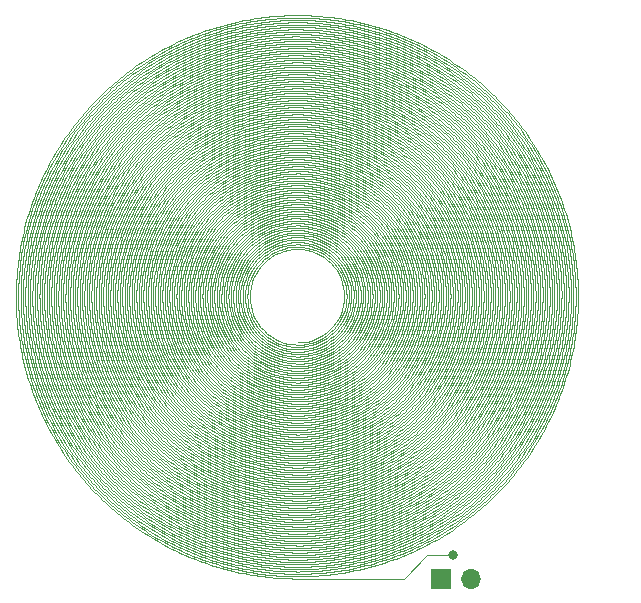
<source format=gbr>
%TF.GenerationSoftware,KiCad,Pcbnew,(7.0.0)*%
%TF.CreationDate,2023-03-14T23:56:54+08:00*%
%TF.ProjectId,U-core,552d636f-7265-42e6-9b69-6361645f7063,rev?*%
%TF.SameCoordinates,Original*%
%TF.FileFunction,Copper,L2,Inr*%
%TF.FilePolarity,Positive*%
%FSLAX46Y46*%
G04 Gerber Fmt 4.6, Leading zero omitted, Abs format (unit mm)*
G04 Created by KiCad (PCBNEW (7.0.0)) date 2023-03-14 23:56:54*
%MOMM*%
%LPD*%
G01*
G04 APERTURE LIST*
%TA.AperFunction,ComponentPad*%
%ADD10R,1.700000X1.700000*%
%TD*%
%TA.AperFunction,ComponentPad*%
%ADD11O,1.700000X1.700000*%
%TD*%
%TA.AperFunction,ViaPad*%
%ADD12C,0.800000*%
%TD*%
%TA.AperFunction,ViaPad*%
%ADD13C,0.150000*%
%TD*%
%TA.AperFunction,Conductor*%
%ADD14C,0.100000*%
%TD*%
G04 APERTURE END LIST*
D10*
%TO.N,/coil*%
%TO.C,J1*%
X112159999Y-123899999D03*
D11*
X114699999Y-123899999D03*
%TD*%
D12*
%TO.N,/coil*%
X113200000Y-121900000D03*
D13*
X100000000Y-103900000D03*
X127700000Y-103900000D03*
%TD*%
D14*
%TO.N,/coil*%
X102421922Y-93231181D02*
X102087328Y-93119001D01*
X100666075Y-86017371D02*
X100333150Y-86004722D01*
X104895826Y-90615618D02*
X104592969Y-90462601D01*
X108163245Y-114358090D02*
X108447425Y-114193492D01*
X92928479Y-122819870D02*
X93240705Y-122914746D01*
X94836762Y-77169486D02*
X94519804Y-77243033D01*
X103890585Y-78352498D02*
X103569455Y-78296758D01*
X121433014Y-97725477D02*
X121396694Y-97401971D01*
X86967683Y-94782647D02*
X86846504Y-95093999D01*
X101000306Y-86439187D02*
X100667244Y-86417942D01*
X100714901Y-105659022D02*
X101069198Y-105604931D01*
X98309161Y-111976771D02*
X98645630Y-112020369D01*
X95976139Y-108811026D02*
X96292754Y-108950083D01*
X114435477Y-82122000D02*
X114181321Y-81919161D01*
X93570627Y-79578472D02*
X93259796Y-79678433D01*
X103590873Y-114674685D02*
X103910324Y-114593529D01*
X104528363Y-78069118D02*
X104209011Y-78005122D01*
X89835731Y-95697834D02*
X89707152Y-96012529D01*
X89013985Y-94175583D02*
X88859520Y-94474831D01*
X99023491Y-77219556D02*
X98698271Y-77235369D01*
X82339159Y-87168648D02*
X82148796Y-87434005D01*
X103331531Y-108266083D02*
X103646198Y-108133523D01*
X100671974Y-87820277D02*
X100336139Y-87805509D01*
X94493265Y-121394661D02*
X94810791Y-121474370D01*
X103940002Y-86366873D02*
X103619514Y-86277535D01*
X108516333Y-94821103D02*
X108335463Y-94532769D01*
X118402434Y-91759052D02*
X118267042Y-91461923D01*
X97974072Y-111923758D02*
X98309161Y-111976771D01*
X119272428Y-103250854D02*
X119324585Y-102928441D01*
X100000000Y-87000000D02*
X99665256Y-87003491D01*
X91636733Y-109792128D02*
X91895402Y-110008345D01*
X97852189Y-94814726D02*
X97516733Y-94964433D01*
X119604075Y-86559322D02*
X119419019Y-86292559D01*
X105478123Y-77669797D02*
X105161684Y-77594074D01*
X113606264Y-94812553D02*
X113485326Y-94503901D01*
X95288006Y-101849321D02*
X95437236Y-102197311D01*
X87477587Y-112755991D02*
X87715038Y-112985641D01*
X94837592Y-76964358D02*
X94520584Y-77037248D01*
X122267719Y-98051827D02*
X122237490Y-97728127D01*
X92029307Y-79053719D02*
X91725338Y-79171429D01*
X80217903Y-88202444D02*
X80052548Y-88483333D01*
X115886128Y-87569973D02*
X115683166Y-87314033D01*
X122069598Y-96438680D02*
X122015924Y-96117999D01*
X109420569Y-82375355D02*
X109131176Y-82223114D01*
X78235116Y-101958875D02*
X78266382Y-102284295D01*
X113902773Y-118473550D02*
X114160762Y-118277107D01*
X80509710Y-107984503D02*
X80635785Y-108286841D01*
X85742447Y-118402034D02*
X86001660Y-118600536D01*
X107326607Y-122339316D02*
X107633855Y-122236661D01*
X92573234Y-107668746D02*
X92822159Y-107903601D01*
X81537061Y-106758809D02*
X81652081Y-107066569D01*
X104896567Y-90166368D02*
X104591827Y-90019351D01*
X114567094Y-95127855D02*
X114459537Y-94815325D01*
X106678838Y-89101127D02*
X106391667Y-88929309D01*
X98021795Y-118189297D02*
X98350458Y-118222619D01*
X86591839Y-109905482D02*
X86790931Y-110170493D01*
X92470051Y-103403752D02*
X92620088Y-103720873D01*
X115577254Y-104230730D02*
X115660943Y-103912254D01*
X108578187Y-110452551D02*
X108832632Y-110239475D01*
X119340035Y-99346434D02*
X119326775Y-99019857D01*
X91742016Y-81989232D02*
X91445128Y-82127756D01*
X113896827Y-89578300D02*
X113697592Y-89316810D01*
X91902816Y-95990829D02*
X91754083Y-96303416D01*
X102995220Y-109655680D02*
X103316541Y-109551207D01*
X113130197Y-112204312D02*
X113351340Y-111962854D01*
X112299442Y-119574449D02*
X112572997Y-119400405D01*
X106953929Y-111823572D02*
X107238007Y-111652740D01*
X95151161Y-77919243D02*
X94833365Y-77990964D01*
X113364188Y-82048780D02*
X113101965Y-81855936D01*
X99650637Y-108891889D02*
X100000000Y-108900000D01*
X92005926Y-119513653D02*
X92310185Y-119636077D01*
X101690945Y-89540910D02*
X101354976Y-89491074D01*
X95453467Y-81132538D02*
X95135319Y-81211497D01*
X95406148Y-97491567D02*
X95236836Y-97824736D01*
X123436825Y-96123713D02*
X123382121Y-95803882D01*
X76809369Y-98371090D02*
X76788359Y-98696462D01*
X86308839Y-95411185D02*
X86205797Y-95728429D01*
X118517280Y-88557116D02*
X118344430Y-88281133D01*
X108845030Y-81633106D02*
X108549726Y-81493235D01*
X86335770Y-93261548D02*
X86191394Y-93560941D01*
X95741259Y-117172049D02*
X96062969Y-117249260D01*
X92388389Y-104929230D02*
X92581780Y-105217860D01*
X97493863Y-105325812D02*
X97832483Y-105474524D01*
X113134057Y-91273753D02*
X112948976Y-91000228D01*
X100000000Y-89600000D02*
X99659687Y-89604527D01*
X112825660Y-81903828D02*
X112558894Y-81717115D01*
X117646218Y-88307192D02*
X117464469Y-88036561D01*
X105805881Y-81919181D02*
X105493088Y-81821135D01*
X119803637Y-109433845D02*
X119941685Y-109139550D01*
X78162350Y-94824382D02*
X78088934Y-95142434D01*
X115615243Y-85998495D02*
X115395969Y-85757007D01*
X121348003Y-99674408D02*
X121341040Y-99348877D01*
X112216238Y-87087002D02*
X111975931Y-86863030D01*
X82698721Y-102305521D02*
X82744854Y-102632611D01*
X103317275Y-88268771D02*
X102992985Y-88180970D01*
X105170333Y-113130671D02*
X105477019Y-113006544D01*
X80275219Y-95449914D02*
X80203621Y-95769807D01*
X91653167Y-104019623D02*
X91808250Y-104329466D01*
X110945045Y-86501416D02*
X110688006Y-86296233D01*
X93539237Y-117536489D02*
X93849551Y-117648311D01*
X95444693Y-120800165D02*
X95765445Y-120868328D01*
X116097885Y-107908160D02*
X116240162Y-107613075D01*
X80595312Y-105822066D02*
X80691642Y-106135680D01*
X114013720Y-107583846D02*
X114168046Y-107292907D01*
X115057005Y-102952945D02*
X115117730Y-102628411D01*
X89317355Y-106427534D02*
X89494600Y-106714921D01*
X123533099Y-96765450D02*
X123487154Y-96444256D01*
X87955633Y-99662068D02*
X87950000Y-100000000D01*
X87472116Y-95717838D02*
X87366888Y-96036336D01*
X90640695Y-85547560D02*
X90365236Y-85728983D01*
X96343079Y-89402644D02*
X96024334Y-89517029D01*
X116150007Y-94821709D02*
X116047140Y-94509312D01*
X93765708Y-105739070D02*
X94007270Y-105992730D01*
X113265810Y-113496797D02*
X113497189Y-113266195D01*
X79160283Y-97063824D02*
X79116649Y-97388213D01*
X83087630Y-115989240D02*
X83313214Y-116225166D01*
X91687689Y-90500388D02*
X91437175Y-90724410D01*
X89753402Y-95388381D02*
X89617904Y-95699595D01*
X89019902Y-108143396D02*
X89222442Y-108410889D01*
X118902655Y-101307231D02*
X118922951Y-100980792D01*
X86855445Y-93564259D02*
X86711695Y-93864835D01*
X104890004Y-100737049D02*
X104933785Y-100369736D01*
X85886321Y-95414188D02*
X85786294Y-95731821D01*
X112647403Y-107556472D02*
X112814393Y-107271139D01*
X105473169Y-116632760D02*
X105783422Y-116528071D01*
X107660541Y-108608081D02*
X107908299Y-108382308D01*
X86344926Y-91224417D02*
X86168204Y-91504446D01*
X93258931Y-80522960D02*
X92950585Y-80631891D01*
X89250210Y-103349770D02*
X89355379Y-103673232D01*
X104865103Y-109770444D02*
X105164141Y-109616853D01*
X83033152Y-94487137D02*
X82933614Y-94801436D01*
X107875859Y-114516998D02*
X108163245Y-114358090D01*
X108184433Y-115485702D02*
X108472855Y-115330476D01*
X108050349Y-93146638D02*
X107827307Y-92891447D01*
X97390784Y-79763436D02*
X97066697Y-79807350D01*
X82545719Y-112843104D02*
X82741299Y-113105546D01*
X87321563Y-120002380D02*
X87598139Y-120175544D01*
X91722241Y-78314581D02*
X91418763Y-78432390D01*
X103652319Y-89635472D02*
X103331707Y-89526981D01*
X95358906Y-107573576D02*
X95659211Y-107751036D01*
X87189476Y-116739877D02*
X87451066Y-116937477D01*
X104543581Y-114410398D02*
X104857084Y-114308509D01*
X104548472Y-82179261D02*
X104229796Y-82100361D01*
X83825127Y-97035845D02*
X83768085Y-97362057D01*
X93665365Y-91978348D02*
X93400172Y-92193687D01*
X104562024Y-109250869D02*
X104862752Y-109097569D01*
X107921899Y-84524870D02*
X107627891Y-84377185D01*
X87885058Y-85334946D02*
X87633377Y-85545825D01*
X95968643Y-108141992D02*
X96282963Y-108291542D01*
X98974502Y-110848639D02*
X99315709Y-110876495D01*
X107415665Y-101386228D02*
X107473229Y-101042471D01*
X85677609Y-108524140D02*
X85849382Y-108807550D01*
X112811842Y-105486351D02*
X112939480Y-105180186D01*
X103104089Y-96107596D02*
X102805870Y-95884544D01*
X98041848Y-123214884D02*
X98367587Y-123240508D01*
X95147454Y-78739608D02*
X94829841Y-78814115D01*
X94510879Y-79514323D02*
X94195930Y-79600810D01*
X117102755Y-93891419D02*
X116990220Y-93583436D01*
X107909699Y-104566667D02*
X108075973Y-104268276D01*
X88770520Y-93000612D02*
X88596116Y-93286922D01*
X93235169Y-120607983D02*
X93547044Y-120708263D01*
X119725613Y-88236129D02*
X119557553Y-87957937D01*
X77838621Y-107063467D02*
X77939439Y-107373716D01*
X97567207Y-107715835D02*
X97905723Y-107815950D01*
X105811169Y-84462554D02*
X105501312Y-84349490D01*
X104289705Y-91204801D02*
X103980596Y-91059435D01*
X90681836Y-86724331D02*
X90412587Y-86916647D01*
X91244345Y-112278168D02*
X91517710Y-112469438D01*
X114400522Y-93588475D02*
X114263694Y-93288015D01*
X96652762Y-111618520D02*
X96979712Y-111708692D01*
X102445346Y-104719303D02*
X102762831Y-104543282D01*
X99022544Y-77820126D02*
X98697025Y-77836398D01*
X109332843Y-103957467D02*
X109460863Y-103643783D01*
X107323228Y-85118896D02*
X107026179Y-84975662D01*
X98370157Y-78459168D02*
X98044963Y-78485762D01*
X107927588Y-84079258D02*
X107632289Y-83934952D01*
X121326253Y-92045719D02*
X121210920Y-91741837D01*
X92312205Y-118774602D02*
X92617044Y-118897110D01*
X101998114Y-86957001D02*
X101667160Y-86909769D01*
X117061548Y-86155900D02*
X116854891Y-85904295D01*
X113798765Y-105178763D02*
X113912166Y-104868077D01*
X113932686Y-100663696D02*
X113945292Y-100331960D01*
X83775664Y-94172919D02*
X83666446Y-94484568D01*
X87060814Y-95092814D02*
X86945290Y-95406651D01*
X110232478Y-89064797D02*
X109988534Y-88840585D01*
X86828019Y-118463310D02*
X87095191Y-118651584D01*
X79509111Y-89047391D02*
X79357124Y-89335638D01*
X118921503Y-87699306D02*
X118742660Y-87427660D01*
X88240539Y-112928393D02*
X88486907Y-113149069D01*
X84592564Y-110542592D02*
X84780566Y-110813194D01*
X97935930Y-109265911D02*
X98275506Y-109336257D01*
X83779626Y-85395109D02*
X83562602Y-85639077D01*
X109340414Y-115523888D02*
X109619467Y-115353212D01*
X88336107Y-109545349D02*
X88549590Y-109801501D01*
X96273186Y-107623320D02*
X96590874Y-107772024D01*
X120147873Y-99673701D02*
X120140463Y-99347472D01*
X107432889Y-109320548D02*
X107691948Y-109109099D01*
X106952586Y-94016816D02*
X106724878Y-93760225D01*
X98542015Y-105915276D02*
X98901484Y-105994407D01*
X112346494Y-88351684D02*
X112118737Y-88114027D01*
X101310463Y-116651012D02*
X101637193Y-116622695D01*
X105176351Y-92175937D02*
X104887753Y-91991113D01*
X114380736Y-85850277D02*
X114150084Y-85618897D01*
X100000000Y-105500000D02*
X100359853Y-105490303D01*
X85909641Y-115942737D02*
X86156501Y-116158201D01*
X80560443Y-87647841D02*
X80387213Y-87923928D01*
X118185498Y-104534154D02*
X118262402Y-104216208D01*
X86235663Y-107050628D02*
X86389948Y-107345476D01*
X102645619Y-112019168D02*
X102970329Y-111943955D01*
X82698523Y-113378993D02*
X82900229Y-113636613D01*
X100973928Y-121479373D02*
X101298254Y-121462694D01*
X99624815Y-105485009D02*
X100000000Y-105500000D01*
X108489288Y-116229101D02*
X108777881Y-116075489D01*
X77431875Y-101956250D02*
X77461952Y-102281310D01*
X85161296Y-86550983D02*
X84942842Y-86795226D01*
X118337172Y-100654914D02*
X118346509Y-100327519D01*
X101625407Y-76859246D02*
X101300734Y-76838281D01*
X122236656Y-106406270D02*
X122324745Y-106093900D01*
X104950111Y-98546516D02*
X104835938Y-98196288D01*
X118506034Y-98691344D02*
X118480616Y-98364895D01*
X95734190Y-86655386D02*
X95417580Y-86759966D01*
X89686285Y-81918132D02*
X89403285Y-82081933D01*
X113147608Y-80908377D02*
X112878812Y-80725495D01*
X99019358Y-79622051D02*
X98692837Y-79639877D01*
X80914588Y-85731321D02*
X80721125Y-85993077D01*
X98284829Y-109947785D02*
X98625309Y-110001621D01*
X97234421Y-93555438D02*
X96910848Y-93702336D01*
X89743140Y-83984814D02*
X89467932Y-84163783D01*
X121225016Y-92351613D02*
X121113025Y-92046383D01*
X83352658Y-100331051D02*
X83361899Y-100661996D01*
X109540171Y-87431289D02*
X109275251Y-87233712D01*
X105494559Y-82240084D02*
X105180425Y-82145340D01*
X115821514Y-84178486D02*
X115590057Y-83949721D01*
X114572521Y-113881224D02*
X114795769Y-113643780D01*
X116450056Y-105482965D02*
X116551445Y-105170860D01*
X82497496Y-110610121D02*
X82669370Y-110889557D01*
X84630854Y-92650992D02*
X84490675Y-92950147D01*
X95676251Y-109991595D02*
X95991860Y-110123406D01*
X119429790Y-93275284D02*
X119321124Y-92967686D01*
X88972915Y-99319873D02*
X88956221Y-99659745D01*
X89491856Y-96014787D02*
X89375375Y-96333669D01*
X104510763Y-121845643D02*
X104828106Y-121778181D01*
X81322537Y-106137763D02*
X81427203Y-106449178D01*
X95472685Y-77239652D02*
X95153835Y-77304947D01*
X103257061Y-80272272D02*
X102933922Y-80221107D01*
X94175182Y-120894640D02*
X94491301Y-120980696D01*
X111152344Y-110219240D02*
X111373143Y-109973979D01*
X114875130Y-90653336D02*
X114698255Y-90376497D01*
X89333483Y-78707530D02*
X89043451Y-78854821D01*
X112116460Y-103936877D02*
X112216162Y-103618592D01*
X85974380Y-112628725D02*
X86196511Y-112871961D01*
X112636083Y-93598866D02*
X112483209Y-93304050D01*
X117345095Y-85870481D02*
X117138117Y-85619413D01*
X101003091Y-87041224D02*
X100669139Y-87018874D01*
X95794183Y-76771994D02*
X95474452Y-76831718D01*
X116540214Y-107913452D02*
X116679343Y-107617201D01*
X92029899Y-79267506D02*
X91726234Y-79386306D01*
X79985860Y-104231789D02*
X80055760Y-104552143D01*
X114505462Y-84572307D02*
X114266496Y-84350399D01*
X81687420Y-111202765D02*
X81859980Y-111480986D01*
X102346796Y-88850918D02*
X102015548Y-88785343D01*
X87298257Y-84522881D02*
X87046388Y-84732378D01*
X85625541Y-116225410D02*
X85871924Y-116441025D01*
X100000000Y-113100000D02*
X100331879Y-113096602D01*
X112967430Y-110880966D02*
X113176469Y-110627852D01*
X109109870Y-118380996D02*
X109400587Y-118234594D01*
X113338676Y-110097114D02*
X113534854Y-109833647D01*
X122202556Y-97404893D02*
X122162924Y-97082196D01*
X101757813Y-93439754D02*
X101412413Y-93355117D01*
X118369754Y-111981127D02*
X118545675Y-111707855D01*
X115547830Y-86527729D02*
X115332499Y-86282406D01*
X94807462Y-83592281D02*
X94493932Y-83694176D01*
X121634166Y-97726157D02*
X121598203Y-97402721D01*
X100661968Y-113685538D02*
X100992524Y-113666314D01*
X106090253Y-119165402D02*
X106399965Y-119064758D01*
X86024008Y-81206793D02*
X85763856Y-81402529D01*
X83605898Y-98676531D02*
X83581932Y-99006890D01*
X117657131Y-96738562D02*
X117595189Y-96416500D01*
X95403015Y-88901897D02*
X95093199Y-89034376D01*
X77705478Y-97394144D02*
X77669476Y-97718622D01*
X103647753Y-89210310D02*
X103326692Y-89106051D01*
X80971253Y-87383426D02*
X80792652Y-87656187D01*
X109892129Y-110360036D02*
X110129305Y-110129305D01*
X93558364Y-100361755D02*
X93587007Y-100722571D01*
X82650159Y-86104338D02*
X82447674Y-86360241D01*
X82380565Y-111181634D02*
X82557954Y-111457283D01*
X93610609Y-90057913D02*
X93328794Y-90243673D01*
X97998942Y-114558776D02*
X98330783Y-114601274D01*
X96112958Y-77122511D02*
X95792414Y-77178836D01*
X103886360Y-118911247D02*
X104205324Y-118843436D01*
X93779167Y-94024808D02*
X93542655Y-94279292D01*
X110611276Y-87525008D02*
X110358320Y-87313361D01*
X117923983Y-103899124D02*
X117991280Y-103578688D01*
X113214438Y-112983245D02*
X113441922Y-112748395D01*
X94830734Y-78608160D02*
X94514194Y-78686652D01*
X79668680Y-112114837D02*
X79837160Y-112394052D01*
X93846999Y-112223914D02*
X94148508Y-112371941D01*
X86301969Y-118075320D02*
X86563593Y-118271208D01*
X118815651Y-97715366D02*
X118773958Y-97390861D01*
X109150152Y-80892091D02*
X108855023Y-80753005D01*
X113424663Y-106988437D02*
X113574543Y-106694224D01*
X115029869Y-106403629D02*
X115156367Y-106099912D01*
X102678495Y-89132920D02*
X102349256Y-89056039D01*
X103668977Y-91142305D02*
X103350885Y-91015930D01*
X98677455Y-117648133D02*
X99007653Y-117670372D01*
X97984790Y-112939092D02*
X98318508Y-112987503D01*
X100975215Y-76421475D02*
X100650258Y-76409838D01*
X120649767Y-89952540D02*
X120505922Y-89661132D01*
X79778021Y-94186311D02*
X79689575Y-94501373D01*
X108237741Y-120735636D02*
X108538624Y-120614062D01*
X115895356Y-106406404D02*
X116015723Y-106100972D01*
X91750241Y-114731004D02*
X92040761Y-114890689D01*
X94499795Y-82221836D02*
X94186719Y-82321141D01*
X114910994Y-107597531D02*
X115057850Y-107303581D01*
X106369732Y-90088504D02*
X106084570Y-89909873D01*
X91972647Y-90782700D02*
X91721124Y-91006743D01*
X91387175Y-89967260D02*
X91135242Y-90188067D01*
X113567215Y-90142841D02*
X113371566Y-89877990D01*
X84725526Y-104264710D02*
X84817551Y-104583852D01*
X108188078Y-115709457D02*
X108477255Y-115555984D01*
X104518070Y-105505284D02*
X104783808Y-105278119D01*
X119541402Y-89970096D02*
X119391047Y-89681405D01*
X100762072Y-103831193D02*
X101134832Y-103741039D01*
X79199173Y-103261374D02*
X79251922Y-103584554D01*
X112474062Y-107837973D02*
X112647403Y-107556472D01*
X85853940Y-116688895D02*
X86104877Y-116899012D01*
X80560022Y-100656943D02*
X80573353Y-100985208D01*
X101722459Y-91785217D02*
X101381728Y-91719756D01*
X92419097Y-95090657D02*
X92235571Y-95384006D01*
X93258800Y-82866540D02*
X92953841Y-82989068D01*
X102947083Y-114815988D02*
X103269741Y-114748850D01*
X87564015Y-114991234D02*
X87818647Y-115199552D01*
X104990723Y-97538848D02*
X104820875Y-97216667D01*
X92582333Y-95985759D02*
X92421599Y-96295146D01*
X86852739Y-96361663D02*
X86766652Y-96685219D01*
X82539243Y-114461756D02*
X82749108Y-114712170D01*
X97004279Y-113771108D02*
X97332704Y-113839244D01*
X105794164Y-95443419D02*
X105571935Y-95171890D01*
X78929149Y-105815185D02*
X79018041Y-106129876D01*
X105794098Y-77956965D02*
X105478853Y-77876034D01*
X78044600Y-107682527D02*
X78154083Y-107989838D01*
X101969227Y-82312815D02*
X101642105Y-82278860D01*
X87580529Y-114744054D02*
X87833722Y-114954365D01*
X112229659Y-106677899D02*
X112385787Y-106385317D01*
X102597877Y-77150814D02*
X102274326Y-77115892D01*
X110041272Y-88090437D02*
X109786649Y-87879465D01*
X88471753Y-86147370D02*
X88220291Y-86359793D01*
X97343584Y-86859465D02*
X97016630Y-86929002D01*
X108102145Y-97948258D02*
X108011697Y-97614814D01*
X120243270Y-96430565D02*
X120184586Y-96109740D01*
X95728781Y-95472773D02*
X95471426Y-95727510D01*
X120090352Y-105158326D02*
X120169383Y-104842240D01*
X115755392Y-88391346D02*
X115559637Y-88129375D01*
X90293264Y-115492499D02*
X90574253Y-115665713D01*
X88693285Y-106139045D02*
X88857140Y-106433333D01*
X102923289Y-119082222D02*
X103245251Y-119030657D01*
X106693846Y-114657479D02*
X106991727Y-114518470D01*
X98993422Y-87638328D02*
X98658951Y-87669261D01*
X104064962Y-97508988D02*
X103859011Y-97196264D01*
X83768064Y-110004846D02*
X83942709Y-110283826D01*
X78869940Y-102286680D02*
X78907172Y-102611858D01*
X104482753Y-100748039D02*
X104531837Y-100375519D01*
X84440338Y-89751672D02*
X84261419Y-90027572D01*
X92942301Y-113557714D02*
X93239433Y-113709074D01*
X87123053Y-108203520D02*
X87304498Y-108482863D01*
X115264650Y-98351329D02*
X115226322Y-98023186D01*
X116839406Y-108213127D02*
X116980683Y-107918223D01*
X105171150Y-112050205D02*
X105475092Y-111916071D01*
X101786238Y-104789091D02*
X102124281Y-104651527D01*
X79262654Y-96417300D02*
X79208955Y-96740160D01*
X96748302Y-78843577D02*
X96425967Y-78895146D01*
X108674581Y-103961549D02*
X108811501Y-103649843D01*
X95964722Y-104809057D02*
X96250065Y-105037037D01*
X92493674Y-90355872D02*
X92230229Y-90565689D01*
X93894477Y-89649637D02*
X93606115Y-89824190D01*
X85113511Y-83499383D02*
X84872571Y-83719350D01*
X117116949Y-96093168D02*
X117041480Y-95773640D01*
X80977183Y-99014032D02*
X80962449Y-99342505D01*
X118394707Y-109993685D02*
X118548341Y-109706635D01*
X105941064Y-99640632D02*
X105910436Y-99282343D01*
X103905029Y-81207971D02*
X103583724Y-81143505D01*
X111816152Y-95738815D02*
X111699319Y-95425464D01*
X104317160Y-102774470D02*
X104506084Y-102460508D01*
X104209827Y-98871980D02*
X104098104Y-98508412D01*
X121965719Y-92657985D02*
X121861012Y-92350501D01*
X82603051Y-108273625D02*
X82746355Y-108569680D01*
X86797974Y-84945974D02*
X86553081Y-85163611D01*
X106394877Y-115224107D02*
X106696558Y-115094532D01*
X101987441Y-85540293D02*
X101657859Y-85498079D01*
X87834339Y-102677865D02*
X87910478Y-103006529D01*
X101308994Y-80445892D02*
X100982092Y-80426218D01*
X87715704Y-117130990D02*
X87983325Y-117320368D01*
X110941946Y-91638905D02*
X110737315Y-91376466D01*
X105506009Y-87360257D02*
X105199268Y-87230189D01*
X104932666Y-101448361D02*
X105025644Y-101093262D01*
X91491667Y-85263134D02*
X91207180Y-85430365D01*
X105164087Y-78211003D02*
X104846744Y-78137749D01*
X86005774Y-97344057D02*
X85946622Y-97672726D01*
X116953830Y-97381320D02*
X116901160Y-97056947D01*
X84253252Y-85176973D02*
X84030817Y-85416166D01*
X84876335Y-101991068D02*
X84922682Y-102320621D01*
X108533696Y-119965575D02*
X108831608Y-119836117D01*
X91345157Y-89223701D02*
X91086793Y-89435393D01*
X100976523Y-119877590D02*
X101301659Y-119859471D01*
X100329641Y-83003814D02*
X100000000Y-83000000D01*
X88764112Y-119243046D02*
X89047578Y-119406320D01*
X100370802Y-94815516D02*
X100000000Y-94800000D01*
X88436704Y-120898122D02*
X88723018Y-121054495D01*
X99628874Y-94810982D02*
X99259316Y-94848429D01*
X84550208Y-106757878D02*
X84685301Y-107060173D01*
X99665689Y-114895535D02*
X100000000Y-114900000D01*
X100342312Y-108494387D02*
X100684172Y-108474993D01*
X94156018Y-116271393D02*
X94468572Y-116380926D01*
X107657873Y-78748659D02*
X107350985Y-78640079D01*
X92008357Y-102080862D02*
X92102580Y-102418558D01*
X103643310Y-88787044D02*
X103321883Y-88686706D01*
X99665397Y-114695467D02*
X100000000Y-114700000D01*
X121089776Y-98372874D02*
X121062706Y-98048253D01*
X84721343Y-88655795D02*
X84527364Y-88920885D01*
X119616785Y-87673957D02*
X119442364Y-87399811D01*
X104509267Y-122254111D02*
X104826681Y-122187896D01*
X107605784Y-116439633D02*
X107901599Y-116300155D01*
X96644102Y-110989589D02*
X96970986Y-111085119D01*
X85338683Y-83034665D02*
X85093184Y-83249346D01*
X94501747Y-123251365D02*
X94819749Y-123324719D01*
X97044171Y-118662371D02*
X97370247Y-118711665D01*
X120268567Y-90548612D02*
X120129380Y-90254626D01*
X84289314Y-88910187D02*
X84101818Y-89179727D01*
X104524907Y-118358269D02*
X104841249Y-118277963D01*
X87897713Y-119655364D02*
X88176834Y-119825040D01*
X83117416Y-115728382D02*
X83341351Y-115966022D01*
X101789208Y-94493383D02*
X101440412Y-94389966D01*
X119123222Y-112289749D02*
X119297150Y-112015666D01*
X119633185Y-111460174D02*
X119795225Y-111178877D01*
X114483586Y-93286644D02*
X114342339Y-92988458D01*
X108836273Y-82297545D02*
X108542601Y-82153391D01*
X107584271Y-96019467D02*
X107418951Y-95716667D01*
X88238495Y-89409893D02*
X88018787Y-89658094D01*
X117493545Y-115431280D02*
X117706692Y-115186910D01*
X84562936Y-100664752D02*
X84580129Y-100996788D01*
X86531049Y-80354687D02*
X86263725Y-80540132D01*
X102292601Y-81747394D02*
X101966506Y-81708816D01*
X91141518Y-116223098D02*
X91432232Y-116379132D01*
X89586306Y-109466676D02*
X89813992Y-109712339D01*
X105340490Y-96916667D02*
X105153722Y-96610344D01*
X91471206Y-84131004D02*
X91182511Y-84288915D01*
X92308135Y-121557961D02*
X92616609Y-121666029D01*
X97372576Y-119115931D02*
X97699261Y-119158543D01*
X98268602Y-108927560D02*
X98611636Y-108988531D01*
X107828700Y-105435564D02*
X108018676Y-105153290D01*
X97382961Y-121134665D02*
X97708679Y-121172947D01*
X82329290Y-91438207D02*
X82188208Y-91734453D01*
X106640501Y-97916529D02*
X106527965Y-97582307D01*
X94755656Y-110217628D02*
X95060336Y-110369400D01*
X83070081Y-112543335D02*
X83266806Y-112805409D01*
X115792730Y-93280510D02*
X115661678Y-92978985D01*
X97645571Y-112270120D02*
X97978562Y-112330227D01*
X82558675Y-110322397D02*
X82727674Y-110603742D01*
X100982270Y-117073597D02*
X101309179Y-117052257D01*
X116706510Y-90606398D02*
X116544167Y-90322262D01*
X88436375Y-88904763D02*
X88209056Y-89145672D01*
X108186672Y-86040356D02*
X107900530Y-85875697D01*
X105474403Y-111696180D02*
X105774106Y-111552081D01*
X93877479Y-87616207D02*
X93579671Y-87767084D01*
X114900783Y-109611563D02*
X115076350Y-109334881D01*
X96082042Y-82834305D02*
X95761605Y-82909990D01*
X82488602Y-90268287D02*
X82331259Y-90555861D01*
X91285316Y-111311371D02*
X91552437Y-111513158D01*
X106286062Y-95432909D02*
X106075948Y-95154594D01*
X96081171Y-119911848D02*
X96404028Y-119973202D01*
X82818042Y-87193416D02*
X82624348Y-87456644D01*
X105738136Y-108815319D02*
X106018317Y-108627710D01*
X91051078Y-110606938D02*
X91309513Y-110820681D01*
X99671065Y-82202451D02*
X99342220Y-82210981D01*
X82785559Y-103929084D02*
X82861460Y-104250431D01*
X111210402Y-113982398D02*
X111464279Y-113775766D01*
X87237319Y-107625347D02*
X87411026Y-107910177D01*
X97704197Y-120166130D02*
X98031000Y-120201175D01*
X93017111Y-109611122D02*
X93293901Y-109807357D01*
X110285749Y-82402367D02*
X110002626Y-82239324D01*
X90412587Y-86916647D02*
X90147306Y-87114422D01*
X82188169Y-102954672D02*
X82244532Y-103279601D01*
X84569783Y-102645776D02*
X84628754Y-102972821D01*
X117757456Y-113864489D02*
X117955771Y-113607433D01*
X106399837Y-119486055D02*
X106708362Y-119382540D01*
X113177194Y-94811348D02*
X113052625Y-94503577D01*
X116831712Y-101967345D02*
X116867310Y-101640645D01*
X81800348Y-95123418D02*
X81717472Y-95441654D01*
X113884300Y-112266812D02*
X114099056Y-112020230D01*
X96328494Y-111519221D02*
X96652762Y-111618520D01*
X90854240Y-94195924D02*
X90675582Y-94485554D01*
X97996857Y-87352651D02*
X97666322Y-87408602D01*
X97356338Y-85432220D02*
X97029987Y-85494506D01*
X122890328Y-101622350D02*
X122911443Y-101298295D01*
X95377740Y-111600997D02*
X95693286Y-111722720D01*
X98676798Y-84453506D02*
X98347045Y-84484422D01*
X81640161Y-95761297D02*
X81568439Y-96082251D01*
X114210862Y-81435556D02*
X113951700Y-81239458D01*
X100000000Y-79200000D02*
X99673280Y-79202066D01*
X119055339Y-91754018D02*
X118923922Y-91455522D01*
X117383493Y-90592524D02*
X117226033Y-90306134D01*
X89824967Y-86107509D02*
X89560355Y-86304475D01*
X78435967Y-101959562D02*
X78467544Y-102285076D01*
X116406439Y-104226026D02*
X116485903Y-103907231D01*
X104265743Y-94732246D02*
X103985184Y-94514865D01*
X106090690Y-115347654D02*
X106394877Y-115224107D01*
X110304049Y-119793893D02*
X110591059Y-119642346D01*
X107042558Y-78535929D02*
X106732656Y-78436234D01*
X108851361Y-89970189D02*
X108599070Y-89752028D01*
X110179959Y-95418372D02*
X110037800Y-95112576D01*
X108714147Y-113559477D02*
X108989289Y-113379439D01*
X78601346Y-92018715D02*
X78489131Y-92324937D01*
X95082381Y-114053749D02*
X95398737Y-114161232D01*
X113054351Y-117857280D02*
X113315367Y-117664094D01*
X95971080Y-108366139D02*
X96286241Y-108512026D01*
X91096296Y-120212631D02*
X91396607Y-120342784D01*
X90974953Y-102059908D02*
X91057137Y-102396233D01*
X104215656Y-79434058D02*
X103895401Y-79370497D01*
X94462596Y-115105865D02*
X94775756Y-115217702D01*
X116183371Y-102296585D02*
X116226972Y-101970311D01*
X103282095Y-84346969D02*
X102958016Y-84281835D01*
X107558333Y-113091417D02*
X107842483Y-112924011D01*
X106570980Y-92227808D02*
X106308263Y-92011744D01*
X103100776Y-95359360D02*
X102791667Y-95164691D01*
X79513417Y-103908025D02*
X79576839Y-104229433D01*
X94176962Y-121310256D02*
X94493265Y-121394661D01*
X94481124Y-118901741D02*
X94797599Y-118991835D01*
X83541861Y-87233759D02*
X83342968Y-87493547D01*
X105183788Y-91704205D02*
X104891667Y-91527385D01*
X98343817Y-116815512D02*
X98674237Y-116845411D01*
X93572322Y-86652790D02*
X93274131Y-86799738D01*
X82067636Y-88263654D02*
X81890334Y-88538225D01*
X100343265Y-90607433D02*
X100000000Y-90600000D01*
X83083061Y-95751893D02*
X83005111Y-96072656D01*
X84635928Y-101659410D02*
X84674510Y-101989688D01*
X108514359Y-118002099D02*
X108807995Y-117860847D01*
X86820404Y-80641564D02*
X86552333Y-80826274D01*
X93539214Y-114074224D02*
X93843260Y-114210605D01*
X84206435Y-89743539D02*
X84029370Y-90020443D01*
X105991434Y-98580004D02*
X105900506Y-98233505D01*
X108229544Y-83559465D02*
X107935031Y-83414683D01*
X80418884Y-112936550D02*
X80600233Y-113207735D01*
X86953791Y-90685186D02*
X86763526Y-90956429D01*
X89924841Y-78864390D02*
X89631825Y-79006084D01*
X117464405Y-107322448D02*
X117588704Y-107020114D01*
X118001243Y-102287295D02*
X118040176Y-101961987D01*
X108927812Y-88728775D02*
X108665532Y-88524982D01*
X90869491Y-90159651D02*
X90626448Y-90389772D01*
X121142053Y-95794584D02*
X121076596Y-95475650D01*
X112446662Y-92431017D02*
X112271753Y-92149262D01*
X102611047Y-116904416D02*
X102934475Y-116851901D01*
X113139400Y-94198388D02*
X113002555Y-93896131D01*
X100655769Y-81012420D02*
X100327943Y-81003380D01*
X97901561Y-93311792D02*
X97564942Y-93425148D01*
X115815463Y-105484324D02*
X115920686Y-105172944D01*
X117041276Y-87780036D02*
X116849570Y-87516196D01*
X107040598Y-81506445D02*
X106734044Y-81392069D01*
X108354172Y-89295118D02*
X108089410Y-89092693D01*
X94197388Y-79185015D02*
X93883540Y-79274566D01*
X116559173Y-103586943D02*
X116626220Y-103265283D01*
X78837449Y-89034450D02*
X78689259Y-89324330D01*
X111476390Y-120525727D02*
X111758333Y-120366031D01*
X88807119Y-87174382D02*
X88560103Y-87393381D01*
X85413305Y-86572002D02*
X85192888Y-86814663D01*
X105161698Y-116522120D02*
X105473631Y-116422052D01*
X103649932Y-107692070D02*
X103957297Y-107539999D01*
X84854544Y-106452876D02*
X84986972Y-106756815D01*
X85803724Y-107940788D02*
X85968099Y-108229048D01*
X115257840Y-101647936D02*
X115290447Y-101319324D01*
X86108937Y-111560230D02*
X86321951Y-111812389D01*
X113704389Y-110928886D02*
X113906823Y-110671081D01*
X102290821Y-116142752D02*
X102615526Y-116093981D01*
X104532961Y-79092551D02*
X104213693Y-79025379D01*
X77030987Y-96428081D02*
X76982709Y-96750499D01*
X83167063Y-95432673D02*
X83083061Y-95751893D01*
X113275203Y-96385551D02*
X113184725Y-96065607D01*
X86356276Y-111544254D02*
X86571489Y-111794792D01*
X108412874Y-103021541D02*
X108523596Y-102697456D01*
X88866328Y-90512842D02*
X88652693Y-90768281D01*
X117215717Y-110817352D02*
X117387321Y-110540296D01*
X82412901Y-93248945D02*
X82297235Y-93556721D01*
X97980702Y-112533288D02*
X98314948Y-112583441D01*
X107711760Y-103659276D02*
X107854030Y-103346289D01*
X115180941Y-97695930D02*
X115128527Y-97369712D01*
X120181901Y-88222952D02*
X120016625Y-87943325D01*
X112438246Y-95118348D02*
X112313409Y-94809463D01*
X102628605Y-83614569D02*
X102302395Y-83564918D01*
X103611341Y-111976701D02*
X103929153Y-111877125D01*
X86500837Y-104597060D02*
X86611613Y-104912509D01*
X106708594Y-119805035D02*
X107015953Y-119698776D01*
X86196511Y-112871961D02*
X86422861Y-113111291D01*
X101989102Y-112345874D02*
X102317208Y-112289381D01*
X100343052Y-108294224D02*
X100685626Y-108274274D01*
X106732825Y-82673998D02*
X106426193Y-82557345D01*
X106387405Y-113697835D02*
X106685009Y-113555858D01*
X121934982Y-106717513D02*
X122028276Y-106406567D01*
X98693218Y-123061203D02*
X99019666Y-123077836D01*
X104739186Y-98538155D02*
X104618907Y-98187213D01*
X106709708Y-100705219D02*
X106739085Y-100353180D01*
X118266564Y-93583506D02*
X118156091Y-93275722D01*
X107073953Y-92685587D02*
X106826305Y-92452506D01*
X79153523Y-94188609D02*
X79067665Y-94503999D01*
X104561799Y-109694317D02*
X104864508Y-109547135D01*
X94453871Y-110511083D02*
X94755887Y-110665988D01*
X117965545Y-97386840D02*
X117916006Y-97062820D01*
X104865245Y-111528111D02*
X105170755Y-111395282D01*
X100000000Y-92000000D02*
X99650984Y-92006227D01*
X117056116Y-112472437D02*
X117246561Y-112208588D01*
X89403285Y-82081933D02*
X89122886Y-82250163D01*
X114343871Y-110421433D02*
X114534481Y-110154931D01*
X101361074Y-90097448D02*
X101022308Y-90055671D01*
X79440132Y-112121198D02*
X79607238Y-112401113D01*
X98922417Y-93888721D02*
X98568473Y-93959914D01*
X110895074Y-102338762D02*
X110961687Y-102008804D01*
X88350096Y-83965283D02*
X88086255Y-84159673D01*
X114443914Y-102957404D02*
X114507339Y-102632694D01*
X95119203Y-119696547D02*
X95438675Y-119773502D01*
X96008558Y-91035074D02*
X95697631Y-91178836D01*
X84768355Y-106757386D02*
X84905144Y-107059157D01*
X111174729Y-93034738D02*
X110995367Y-92753444D01*
X102602256Y-118724434D02*
X102925150Y-118677271D01*
X88139697Y-95087301D02*
X88014383Y-95399153D01*
X90954430Y-91192106D02*
X90722542Y-91435451D01*
X83864286Y-107665861D02*
X84008171Y-107962985D01*
X90939760Y-86068677D02*
X90664210Y-86251045D01*
X88203776Y-103335654D02*
X88299330Y-103659687D01*
X91309345Y-107489594D02*
X91534407Y-107744475D01*
X86624438Y-82256053D02*
X86365115Y-82453946D01*
X116620756Y-112719364D02*
X116816953Y-112459638D01*
X104265991Y-87519429D02*
X103948696Y-87414595D01*
X117102110Y-98686994D02*
X117074429Y-98359587D01*
X89759509Y-94478376D02*
X89602419Y-94778138D01*
X85400146Y-93862786D02*
X85274200Y-94169643D01*
X97388339Y-122344184D02*
X97713540Y-122380265D01*
X90131568Y-90604471D02*
X89903383Y-90848960D01*
X102775394Y-102775394D02*
X103036482Y-102491976D01*
X106244503Y-95722416D02*
X106041460Y-95437701D01*
X86801240Y-114593189D02*
X87046582Y-114812101D01*
X113246123Y-105486724D02*
X113370006Y-105179568D01*
X82082656Y-108576459D02*
X82226437Y-108871766D01*
X110909381Y-113454599D02*
X111162432Y-113246200D01*
X90878571Y-96314704D02*
X90754469Y-96634902D01*
X91783136Y-113121791D02*
X92067017Y-113296136D01*
X113699160Y-84915703D02*
X113455968Y-84697689D01*
X115835540Y-94508713D02*
X115725260Y-94198645D01*
X121302473Y-93899134D02*
X121211065Y-93586940D01*
X103630210Y-109864452D02*
X103944899Y-109743976D01*
X94488426Y-90002577D02*
X94194110Y-90169481D01*
X116316764Y-108791039D02*
X116469870Y-108501961D01*
X111809228Y-88657083D02*
X111578874Y-88421126D01*
X84850828Y-83467580D02*
X84611667Y-83689320D01*
X111889069Y-84192482D02*
X111626392Y-83997644D01*
X100977658Y-78023150D02*
X100651905Y-78010605D01*
X122947252Y-100324756D02*
X122950000Y-100000000D01*
X108072397Y-103343696D02*
X108198620Y-103024630D01*
X111817588Y-85406494D02*
X111561438Y-85202034D01*
X96092448Y-97160997D02*
X95879616Y-97475026D01*
X111531882Y-85689807D02*
X111274971Y-85485806D01*
X91703888Y-90752713D02*
X91455927Y-90980132D01*
X89354452Y-100341382D02*
X89369845Y-100682479D01*
X86441148Y-115875376D02*
X86691862Y-116086775D01*
X100730403Y-94452040D02*
X100366121Y-94414069D01*
X116867310Y-101640645D02*
X116896569Y-101313305D01*
X93766725Y-103736081D02*
X93956255Y-104038301D01*
X95660999Y-106093275D02*
X95955024Y-106294106D01*
X80290432Y-93871443D02*
X80195193Y-94184784D01*
X106115794Y-86318047D02*
X105811897Y-86185452D01*
X100975835Y-120278064D02*
X101300756Y-120260328D01*
X111326578Y-84521729D02*
X111060979Y-84330162D01*
X121424938Y-91740931D02*
X121306338Y-91438409D01*
X111197332Y-120905786D02*
X111482044Y-120751276D01*
X104238498Y-83545142D02*
X103918762Y-83465445D01*
X113567384Y-88520338D02*
X113353377Y-88271200D01*
X107031147Y-93210100D02*
X106790671Y-92968054D01*
X90241970Y-80489370D02*
X89950975Y-80637105D01*
X108499767Y-116897484D02*
X108790418Y-116748741D01*
X87141101Y-85980475D02*
X86900652Y-86204118D01*
X116713303Y-85126424D02*
X116495556Y-84884607D01*
X100999433Y-86238552D02*
X100666650Y-86217652D01*
X113205600Y-98009576D02*
X113152655Y-97680832D01*
X99670331Y-119096605D02*
X100000000Y-119100000D01*
X90581893Y-83249907D02*
X90297016Y-83412675D01*
X115946738Y-88656545D02*
X115755392Y-88391346D01*
X114592484Y-96717849D02*
X114516989Y-96395666D01*
X111127129Y-112750275D02*
X111372696Y-112532565D01*
X92134237Y-94796060D02*
X91948434Y-95086200D01*
X120225592Y-97721123D02*
X120186975Y-97397178D01*
X107270270Y-97931430D02*
X107168373Y-97597403D01*
X100326960Y-79603131D02*
X100000000Y-79600000D01*
X107521076Y-89420665D02*
X107246644Y-89229840D01*
X82318420Y-92942817D02*
X82198729Y-93248868D01*
X120740761Y-99348195D02*
X120728463Y-99022470D01*
X114012985Y-86912785D02*
X113787895Y-86675071D01*
X105501974Y-89127804D02*
X105200683Y-88979535D01*
X101778502Y-105004225D02*
X102116722Y-104873184D01*
X83182879Y-84565386D02*
X82963856Y-84806797D01*
X115660405Y-101645975D02*
X115692105Y-101317703D01*
X95142586Y-79767413D02*
X94825261Y-79845722D01*
X108645432Y-92306219D02*
X108418676Y-92057388D01*
X113847583Y-101655681D02*
X113883817Y-101325744D01*
X121731038Y-107947823D02*
X121840786Y-107642422D01*
X98622805Y-109799253D02*
X98965517Y-109842452D01*
X88195683Y-92413826D02*
X88017846Y-92696496D01*
X106982242Y-113630833D02*
X107274234Y-113478050D01*
X96984385Y-89620186D02*
X96659526Y-89719079D01*
X95989477Y-93997829D02*
X95698865Y-94200591D01*
X84835421Y-95421544D02*
X84742221Y-95739951D01*
X97324028Y-113021429D02*
X97654613Y-113085833D01*
X81163093Y-104877213D02*
X81247635Y-105194807D01*
X85475520Y-87098713D02*
X85259288Y-87345514D01*
X105350000Y-100000000D02*
X105339697Y-99634755D01*
X103331707Y-89526981D02*
X103007878Y-89428405D01*
X85566888Y-99332717D02*
X85554590Y-99666252D01*
X104538848Y-80323939D02*
X104219744Y-80252517D01*
X94763023Y-112862429D02*
X95075084Y-112985937D01*
X95771058Y-99608131D02*
X95750000Y-100000000D01*
X112550000Y-100000000D02*
X112546400Y-99665890D01*
X109735501Y-102023060D02*
X109799966Y-101689685D01*
X113370006Y-105179568D02*
X113486768Y-104869617D01*
X103266952Y-115158711D02*
X103588122Y-115086611D01*
X101957866Y-79496295D02*
X101632349Y-79467309D01*
X102942437Y-81841974D02*
X102617946Y-81791785D01*
X92507327Y-108694228D02*
X92767662Y-108913175D01*
X79228618Y-92632919D02*
X79121285Y-92941373D01*
X115290447Y-101319324D02*
X115315978Y-100990072D01*
X96041492Y-87816966D02*
X95723656Y-87923977D01*
X81362741Y-99341854D02*
X81353466Y-99670866D01*
X114308147Y-83849441D02*
X114062902Y-83634819D01*
X113000812Y-116898478D02*
X113257301Y-116698632D01*
X108534383Y-82817420D02*
X108240013Y-82673726D01*
X118673316Y-104214170D02*
X118743075Y-103894856D01*
X108528079Y-119314258D02*
X108824700Y-119181086D01*
X84715115Y-81727937D02*
X84466685Y-81938084D01*
X88165092Y-107605833D02*
X88348818Y-107885747D01*
X106091740Y-116630589D02*
X106398227Y-116515729D01*
X104843878Y-107249376D02*
X105125487Y-107054628D01*
X80818855Y-92941161D02*
X80707699Y-93249332D01*
X79923782Y-97384473D02*
X79883549Y-97709853D01*
X107604000Y-86168375D02*
X107312973Y-86011572D01*
X109305338Y-86518891D02*
X109032334Y-86333708D01*
X86353002Y-97669162D02*
X86299903Y-97999494D01*
X107335824Y-83577318D02*
X107034882Y-83445541D01*
X104550742Y-82593168D02*
X104232200Y-82512392D01*
X95150250Y-78124190D02*
X94832496Y-78196587D01*
X87701893Y-110656370D02*
X87921345Y-110905451D01*
X101955160Y-78692426D02*
X101630032Y-78664604D01*
X86111793Y-91217630D02*
X85937210Y-91498747D01*
X80374069Y-97057669D02*
X80327582Y-97382496D01*
X100705776Y-106263936D02*
X101056187Y-106216269D01*
X91537669Y-87111289D02*
X91261925Y-87295784D01*
X112198854Y-97019740D02*
X112116013Y-96695833D01*
X102641622Y-85443465D02*
X102314448Y-85387151D01*
X96429795Y-78083753D02*
X96108371Y-78138064D01*
X118177617Y-109115633D02*
X118321845Y-108823336D01*
X97467605Y-104637736D02*
X97803965Y-104808646D01*
X80156497Y-110953787D02*
X80316009Y-111238832D01*
X102984246Y-87354743D02*
X102657836Y-87281295D01*
X104035120Y-102472724D02*
X104218916Y-102149645D01*
X105642258Y-101076318D02*
X105700691Y-100720165D01*
X96677951Y-88251889D02*
X96355239Y-88347050D01*
X92736412Y-109651619D02*
X93009444Y-109852267D01*
X81154891Y-85744834D02*
X80959912Y-86005585D01*
X100000000Y-106700000D02*
X100350738Y-106692482D01*
X84011894Y-93556214D02*
X83890827Y-93863430D01*
X102603129Y-78561306D02*
X102279089Y-78523958D01*
X113493760Y-116249917D02*
X113742717Y-116040568D01*
X99261035Y-105849508D02*
X99629662Y-105886362D01*
X114833707Y-83785070D02*
X114592114Y-83566687D01*
X90450637Y-111668798D02*
X90710678Y-111877749D01*
X108929460Y-111953399D02*
X109192143Y-111753491D01*
X81659102Y-98028149D02*
X81626263Y-98355780D01*
X86887937Y-113577938D02*
X87126523Y-113805114D01*
X106076018Y-90375362D02*
X105788619Y-90198724D01*
X82958458Y-110597112D02*
X83133689Y-110874804D01*
X109194428Y-104266666D02*
X109332843Y-103957467D01*
X120058039Y-98044951D02*
X120024263Y-97720348D01*
X89614112Y-87279596D02*
X89359651Y-87490828D01*
X104498788Y-104996410D02*
X104755293Y-104755293D01*
X87969917Y-108740367D02*
X88168495Y-109008531D01*
X121598203Y-97402721D02*
X121557404Y-97079851D01*
X94233119Y-98202967D02*
X94133271Y-98553981D01*
X122739814Y-100649624D02*
X122747226Y-100324852D01*
X110699304Y-101011382D02*
X110726791Y-100674873D01*
X87326711Y-111737599D02*
X87553429Y-111978624D01*
X99310870Y-91023976D02*
X98967430Y-91055747D01*
X116345147Y-92076591D02*
X116199945Y-91782524D01*
X80605788Y-92941084D02*
X80495756Y-93249515D01*
X92654479Y-83771471D02*
X92355595Y-83909448D01*
X91597855Y-88776048D02*
X91332662Y-88978583D01*
X115000890Y-111544909D02*
X115198369Y-111284591D01*
X99346769Y-123490034D02*
X99673347Y-123497287D01*
X107017776Y-121598493D02*
X107325622Y-121496511D01*
X91195181Y-97939593D02*
X91121526Y-98278121D01*
X107445680Y-104562719D02*
X107620162Y-104267496D01*
X101622298Y-121441118D02*
X101945987Y-121414649D01*
X103234156Y-121664645D02*
X103554911Y-121614807D01*
X98010338Y-116174185D02*
X98340616Y-116212051D01*
X86323365Y-87951199D02*
X86107625Y-88199711D01*
X87571385Y-106144680D02*
X87722812Y-106443566D01*
X109573702Y-96034443D02*
X109439775Y-95722894D01*
X85744991Y-84819957D02*
X85507964Y-85045379D01*
X86714230Y-86946671D02*
X86485520Y-87182791D01*
X114745572Y-100330945D02*
X114750000Y-100000000D01*
X95966294Y-107916593D02*
X96279685Y-108069987D01*
X97245193Y-93118824D02*
X96920264Y-93256319D01*
X112749751Y-83339537D02*
X112489403Y-83142873D01*
X122075432Y-105466834D02*
X122151687Y-105151154D01*
X112790879Y-101992126D02*
X112838744Y-101662232D01*
X95729604Y-101873169D02*
X95896561Y-102220670D01*
X89129836Y-82480636D02*
X88852969Y-82654882D01*
X116057125Y-109648094D02*
X116223543Y-109366667D01*
X85893673Y-94787035D02*
X85781137Y-95100143D01*
X121461338Y-96436102D02*
X121406091Y-96115367D01*
X106084923Y-113396376D02*
X106384289Y-113257113D01*
X97381855Y-81580648D02*
X97057100Y-81629168D01*
X106708759Y-120647437D02*
X107017036Y-120545218D01*
X80997956Y-89657944D02*
X80843499Y-89945893D01*
X87230042Y-86997372D02*
X86996962Y-87229640D01*
X97710277Y-80933189D02*
X97385008Y-80974523D01*
X94185927Y-89256534D02*
X93891667Y-89420056D01*
X83465532Y-84848951D02*
X83246579Y-85090722D01*
X123000889Y-102591578D02*
X123035416Y-102268790D01*
X90640759Y-95384533D02*
X90493808Y-95692800D01*
X117158365Y-90596958D02*
X116999308Y-90311294D01*
X94787281Y-89620622D02*
X94487165Y-89775809D01*
X106374899Y-102735685D02*
X106506790Y-102409850D01*
X77009922Y-98370580D02*
X76988717Y-98696047D01*
X86428888Y-111003852D02*
X86639096Y-111259091D01*
X103603250Y-84213132D02*
X103280602Y-84142279D01*
X87999775Y-96030124D02*
X87897536Y-96350738D01*
X82114413Y-107675310D02*
X82246106Y-107976514D01*
X110467470Y-115518662D02*
X110737032Y-115334071D01*
X106622034Y-102077677D02*
X106720329Y-101740014D01*
X119100912Y-113396598D02*
X119285651Y-113130042D01*
X109763426Y-79190546D02*
X109468162Y-79054059D01*
X78580052Y-107989228D02*
X78695894Y-108294444D01*
X100987265Y-82629841D02*
X100658396Y-82613667D01*
X91381064Y-97272372D02*
X91281737Y-97604179D01*
X110886083Y-93329000D02*
X110708425Y-93045867D01*
X87127703Y-117939864D02*
X87394685Y-118129027D01*
X111289519Y-96049627D02*
X111175119Y-95734233D01*
X104557965Y-111221956D02*
X104865800Y-111092907D01*
X96886217Y-97444585D02*
X96648138Y-97760357D01*
X107611076Y-85716904D02*
X107318432Y-85564042D01*
X98327975Y-114198156D02*
X98661206Y-114234194D01*
X101955031Y-118600875D02*
X102279431Y-118564473D01*
X97021761Y-115612474D02*
X97349266Y-115672078D01*
X122550000Y-100000000D02*
X122548117Y-99675037D01*
X89177418Y-83876657D02*
X88906340Y-84061303D01*
X121621977Y-95160250D02*
X121549055Y-94843256D01*
X92027371Y-107972629D02*
X92271147Y-108210489D01*
X106399627Y-119906500D02*
X106708594Y-119805035D01*
X87427378Y-117416192D02*
X87694156Y-117606295D01*
X86276027Y-118556036D02*
X86539722Y-118748750D01*
X114954745Y-109893966D02*
X115133445Y-109619493D01*
X119687460Y-90260976D02*
X119541402Y-89970096D01*
X100000000Y-86800000D02*
X99665588Y-86803430D01*
X105493827Y-82030502D02*
X105179532Y-81936825D01*
X87370910Y-97659337D02*
X87313143Y-97990599D01*
X107187321Y-110006027D02*
X107456164Y-109808416D01*
X106154251Y-102740049D02*
X106290776Y-102414803D01*
X99668203Y-116896117D02*
X100000000Y-116900000D01*
X113600701Y-93292876D02*
X113451766Y-92997454D01*
X114133257Y-87950612D02*
X113918824Y-87702686D01*
X113159294Y-112465146D02*
X113382621Y-112225922D01*
X113594133Y-82729620D02*
X113337009Y-82529699D01*
X80818973Y-112079795D02*
X80994656Y-112355198D01*
X106527965Y-97582307D02*
X106398614Y-97254138D01*
X83148176Y-87756433D02*
X82957532Y-88022353D01*
X76829601Y-101954400D02*
X76858845Y-102279205D01*
X94483359Y-88434122D02*
X94182112Y-88581751D01*
X107390083Y-104266667D02*
X107557027Y-103966234D01*
X91419515Y-90470406D02*
X91172426Y-90697678D01*
X102945696Y-115020038D02*
X103268332Y-114953850D01*
X78499402Y-95140493D02*
X78429292Y-95459532D01*
X98435781Y-103776358D02*
X98812554Y-103914484D01*
X110671720Y-105775246D02*
X110827583Y-105479397D01*
X97931737Y-92056743D02*
X97596083Y-92150388D01*
X89425013Y-116122864D02*
X89701531Y-116301520D01*
X101619133Y-122844946D02*
X101942285Y-122820195D01*
X109452467Y-80371750D02*
X109157983Y-80232111D01*
X83986682Y-117166864D02*
X84226559Y-117388125D01*
X84643796Y-110260688D02*
X84828918Y-110533470D01*
X117355268Y-89728535D02*
X117187105Y-89448577D01*
X118524741Y-114180470D02*
X118720420Y-113921862D01*
X79006988Y-107988476D02*
X79124961Y-108293122D01*
X120430257Y-89079800D02*
X120275488Y-88794134D01*
X98694091Y-123461914D02*
X99020329Y-123478242D01*
X83610281Y-102964679D02*
X83671844Y-103290081D01*
X78474237Y-97715635D02*
X78441712Y-98040960D01*
X90443724Y-101373985D02*
X90497735Y-101714397D01*
X108408250Y-88088224D02*
X108135325Y-87899310D01*
X106904928Y-90955156D02*
X106634416Y-90753746D01*
X80625318Y-92329021D02*
X80506750Y-92634114D01*
X83270521Y-98019936D02*
X83234247Y-98348717D01*
X101676860Y-88122247D02*
X101343174Y-88079002D01*
X103659237Y-105870702D02*
X103952807Y-105679153D01*
X105811429Y-84676522D02*
X105501896Y-84562001D01*
X89849082Y-90321119D02*
X89621061Y-90564919D01*
X80677045Y-88216257D02*
X80508847Y-88495701D01*
X79653654Y-92633181D02*
X79544257Y-92941160D01*
X109392670Y-101694624D02*
X109448296Y-101358460D01*
X119639166Y-108838871D02*
X119770863Y-108541439D01*
X93561249Y-110927134D02*
X93854006Y-111095406D01*
X103312863Y-87852101D02*
X102988506Y-87767393D01*
X101382681Y-107174031D02*
X101722826Y-107101587D01*
X117921318Y-100982987D02*
X117936863Y-100655528D01*
X79309691Y-103906882D02*
X79372467Y-104228281D01*
X100343831Y-108094052D02*
X100687157Y-108073513D01*
X88227926Y-118207573D02*
X88504007Y-118383701D01*
X89441817Y-115653151D02*
X89716307Y-115835498D01*
X114799341Y-86586659D02*
X114578275Y-86345956D01*
X102708940Y-91217831D02*
X102378978Y-91121532D01*
X103607821Y-84830564D02*
X103285173Y-84756743D01*
X106399742Y-119696380D02*
X106708492Y-119593901D01*
X101115079Y-104161530D02*
X101474487Y-104051119D01*
X90150966Y-108898278D02*
X90378960Y-109145480D01*
X90941766Y-102725216D02*
X91046240Y-103054599D01*
X114097972Y-86133227D02*
X113867142Y-85901652D01*
X98912107Y-106402880D02*
X99272631Y-106455580D01*
X92843055Y-102101469D02*
X92949721Y-102440125D01*
X103245803Y-77841088D02*
X102923243Y-77795766D01*
X88376995Y-114876767D02*
X88638067Y-115077795D01*
X101641307Y-82077906D02*
X101313746Y-82050338D01*
X98161802Y-105172193D02*
X98518464Y-105287672D01*
X92034452Y-80555978D02*
X91732831Y-80681753D01*
X85477272Y-81118152D02*
X85220456Y-81317934D01*
X119359702Y-95150647D02*
X119278270Y-94834403D01*
X95107864Y-117832603D02*
X95426797Y-117917633D01*
X88447159Y-120445358D02*
X88732262Y-120604360D01*
X112982852Y-113214037D02*
X113214438Y-112983245D01*
X104886597Y-86466204D02*
X104572925Y-86356247D01*
X96090624Y-121542436D02*
X96413246Y-121598977D01*
X105200683Y-88979535D02*
X104895399Y-88839615D01*
X118446827Y-107022809D02*
X118560915Y-106717029D01*
X110323894Y-120904255D02*
X110613676Y-120759123D01*
X98649526Y-88877842D02*
X98314074Y-88922754D01*
X106036653Y-109336741D02*
X106316443Y-109150948D01*
X108721859Y-106586442D02*
X108921352Y-106315295D01*
X103254560Y-117200762D02*
X103575747Y-117137481D01*
X120328006Y-99021761D02*
X120310225Y-98696040D01*
X93901839Y-102133839D02*
X94029429Y-102473092D01*
X97378014Y-120125799D02*
X97704197Y-120166130D01*
X94489918Y-90230383D02*
X94196863Y-90400438D01*
X82201092Y-98681906D02*
X82179187Y-99011003D01*
X92334370Y-115044645D02*
X92630957Y-115192812D01*
X89728713Y-83521245D02*
X89451569Y-83696621D01*
X80225866Y-91720819D02*
X80101459Y-92023154D01*
X87840563Y-90181940D02*
X87634375Y-90441828D01*
X108972833Y-104267291D02*
X109114289Y-103958894D01*
X105167799Y-114412471D02*
X105476948Y-114298583D01*
X77803126Y-104540069D02*
X77870407Y-104859563D01*
X114145365Y-100331695D02*
X114150000Y-100000000D01*
X89899525Y-120758725D02*
X90194099Y-120899985D01*
X110579408Y-82111198D02*
X110297365Y-81946797D01*
X79627136Y-110380493D02*
X79777039Y-110670560D01*
X102297803Y-82756643D02*
X101971144Y-82715648D01*
X81427203Y-106449178D02*
X81537061Y-106758809D01*
X85036931Y-105838608D02*
X85160185Y-106146853D01*
X88050823Y-115887437D02*
X88314829Y-116083258D01*
X107809672Y-96020773D02*
X107648518Y-95716624D01*
X111122733Y-105779677D02*
X111273411Y-105481907D01*
X84164385Y-96385624D02*
X84093316Y-96709268D01*
X85994043Y-102658169D02*
X86059477Y-102985930D01*
X85777992Y-81643843D02*
X85521676Y-81844756D01*
X116263996Y-101643213D02*
X116294426Y-101315422D01*
X80729200Y-94496929D02*
X80641237Y-94812835D01*
X90882192Y-83769415D02*
X90596883Y-83932373D01*
X101407791Y-93149610D02*
X101059262Y-93085505D01*
X85923510Y-109654421D02*
X86112867Y-109925926D01*
X114117931Y-104239420D02*
X114210190Y-103921763D01*
X105708281Y-102748963D02*
X105855087Y-102425256D01*
X91134290Y-116673975D02*
X91426389Y-116826658D01*
X103559017Y-120600268D02*
X103879050Y-120542914D01*
X81552673Y-93868005D02*
X81451225Y-94180284D01*
X120437381Y-94523820D02*
X120351099Y-94209613D01*
X89188923Y-88719924D02*
X88951457Y-88951457D01*
X115326728Y-103594852D02*
X115399304Y-103273223D01*
X110414509Y-86337450D02*
X110151254Y-86139976D01*
X88043573Y-112190571D02*
X88281789Y-112420578D01*
X97849073Y-105909622D02*
X98195795Y-106026464D01*
X79703267Y-91416083D02*
X79577859Y-91717611D01*
X98357352Y-82273003D02*
X98029992Y-82305800D01*
X104218702Y-80047757D02*
X103898466Y-79982203D01*
X103938620Y-110603454D02*
X104251461Y-110482958D01*
X79365305Y-90217970D02*
X79227313Y-90513432D01*
X100652659Y-118689719D02*
X100978770Y-118676037D01*
X91345110Y-105525075D02*
X91533687Y-105811795D01*
X79647544Y-98036623D02*
X79618181Y-98363040D01*
X81928924Y-109170842D02*
X82079342Y-109462507D01*
X97658757Y-113492915D02*
X97990480Y-113547081D01*
X114008323Y-94197562D02*
X113879046Y-93893074D01*
X80480868Y-95448777D02*
X80408506Y-95768643D01*
X107033914Y-83662818D02*
X106731042Y-83535084D01*
X82536250Y-85298892D02*
X82327755Y-85549477D01*
X90537904Y-80566729D02*
X90245261Y-80711425D01*
X86843046Y-114087658D02*
X87085119Y-114310637D01*
X114008104Y-116075929D02*
X114251955Y-115860799D01*
X84512924Y-106146020D02*
X84637598Y-106452967D01*
X103887859Y-77742512D02*
X103566787Y-77688344D01*
X110365767Y-93628187D02*
X110186994Y-93344505D01*
X86233610Y-115158325D02*
X86477997Y-115377407D01*
X110852092Y-118579718D02*
X111131717Y-118414109D01*
X93509490Y-102785297D02*
X93657445Y-103111172D01*
X94456853Y-109828243D02*
X94755778Y-109992031D01*
X105290502Y-95458253D02*
X105054845Y-95195011D01*
X117272118Y-104854217D02*
X117358457Y-104538095D01*
X110839670Y-109671081D02*
X111057557Y-109422300D01*
X113730353Y-87196239D02*
X113505205Y-86958175D01*
X108305775Y-110415112D02*
X108563359Y-110205414D01*
X94173393Y-120478400D02*
X94489311Y-120566171D01*
X85387556Y-108818655D02*
X85560787Y-109100681D01*
X104561645Y-108803575D02*
X104860082Y-108643651D01*
X118655994Y-94831890D02*
X118566562Y-94517385D01*
X120786721Y-104839821D02*
X120858585Y-104522366D01*
X92643998Y-80745703D02*
X92339248Y-80864368D01*
X77406485Y-101630796D02*
X77431875Y-101956250D01*
X101953579Y-119003108D02*
X102277800Y-118967524D01*
X119512926Y-107025086D02*
X119621337Y-106717885D01*
X96744373Y-79653772D02*
X96421883Y-79707489D01*
X84531577Y-116853958D02*
X84773517Y-117073460D01*
X112118816Y-84878480D02*
X111862022Y-84675531D01*
X83102572Y-102307983D02*
X83149894Y-102635308D01*
X89837185Y-112971875D02*
X90100076Y-113174407D01*
X100650234Y-120690785D02*
X100975174Y-120678519D01*
X108544268Y-121474694D02*
X108844771Y-121353166D01*
X97006411Y-113976279D02*
X97334734Y-114043349D01*
X94765614Y-108144864D02*
X95059078Y-108327479D01*
X85515357Y-103306025D02*
X85592492Y-103630375D01*
X107052339Y-95132122D02*
X106851634Y-94851331D01*
X102778271Y-103311014D02*
X103058237Y-103058237D01*
X114303667Y-102634191D02*
X114360638Y-102308026D01*
X111062306Y-107790955D02*
X111250823Y-107517560D01*
X87811951Y-105230304D02*
X87947628Y-105537718D01*
X81447302Y-93557801D02*
X81341739Y-93868547D01*
X101332727Y-86468598D02*
X101000306Y-86439187D01*
X105262573Y-95738452D02*
X105033568Y-95467755D01*
X84878991Y-88121364D02*
X84677957Y-88380928D01*
X90797954Y-120078046D02*
X91096296Y-120212631D01*
X113454343Y-89330623D02*
X113247975Y-89074476D01*
X87626410Y-98654291D02*
X87593648Y-98989784D01*
X115580596Y-113970439D02*
X115796352Y-113726767D01*
X108095494Y-96646736D02*
X107958740Y-96330971D01*
X112842970Y-92712646D02*
X112676836Y-92425943D01*
X121754761Y-94844027D02*
X121677921Y-94528060D01*
X118669935Y-106409397D02*
X118773856Y-106099995D01*
X90245892Y-91669205D02*
X90030513Y-91926868D01*
X100654620Y-80211878D02*
X100327363Y-80203233D01*
X117684090Y-91172894D02*
X117536193Y-90881471D01*
X111265320Y-103307796D02*
X111356063Y-102984985D01*
X115231014Y-88691170D02*
X115033982Y-88429623D01*
X118221104Y-87727163D02*
X118037628Y-87458236D01*
X105455397Y-109224572D02*
X105742992Y-109049507D01*
X100000000Y-85400000D02*
X99667641Y-85403059D01*
X105810873Y-84248940D02*
X105500706Y-84137297D01*
X84409072Y-98673016D02*
X84383745Y-99004196D01*
X84930370Y-92952640D02*
X84792654Y-93253393D01*
X106301058Y-108672662D02*
X106570977Y-108471252D01*
X93232605Y-115471552D02*
X93537434Y-115602016D01*
X116347272Y-109940996D02*
X116515082Y-109660724D01*
X98262747Y-92388599D02*
X97922632Y-92472827D01*
X97073140Y-78393048D02*
X96750169Y-78438779D01*
X100000000Y-94400000D02*
X99633606Y-94409911D01*
X85661047Y-113176407D02*
X85885245Y-113417075D01*
X100000000Y-94800000D02*
X99628874Y-94810982D01*
X86254534Y-114906040D02*
X86497367Y-115127052D01*
X98288507Y-90954540D02*
X97951218Y-91023699D01*
X97260039Y-92472018D02*
X96933749Y-92597415D01*
X99674822Y-76401802D02*
X99349693Y-76408084D01*
X100671984Y-110680882D02*
X101007241Y-110655500D01*
X110799415Y-88499791D02*
X110556651Y-88275652D01*
X88775108Y-79906518D02*
X88491667Y-80066982D01*
X88354003Y-100338864D02*
X88367861Y-100677495D01*
X109152872Y-80671715D02*
X108857256Y-80533941D01*
X111607480Y-106957256D02*
X111775404Y-106670684D01*
X101304511Y-78641743D02*
X100978671Y-78623848D01*
X111622597Y-90247484D02*
X111407603Y-89995801D01*
X91447485Y-82348437D02*
X91153484Y-82493338D01*
X97603094Y-109390984D02*
X97939566Y-109471662D01*
X118150000Y-100000000D02*
X118147616Y-99672307D01*
X93013934Y-96915350D02*
X92877558Y-97240751D01*
X111999909Y-111070215D02*
X112220877Y-110826753D01*
X112233741Y-96376201D02*
X112135481Y-96056943D01*
X93307286Y-109327503D02*
X93586103Y-109522516D01*
X95973584Y-108589124D02*
X96289508Y-108731517D01*
X103927311Y-84704135D02*
X103606269Y-84624593D01*
X109787466Y-94219536D02*
X109612672Y-93931536D01*
X95408709Y-88039279D02*
X95096869Y-88162793D01*
X91739707Y-115410049D02*
X92032534Y-115564145D01*
X98981862Y-89445934D02*
X98643980Y-89482978D01*
X97395944Y-78553670D02*
X97072267Y-78594970D01*
X104853913Y-79781998D02*
X104535852Y-79707763D01*
X105162479Y-77799612D02*
X104845039Y-77727714D01*
X104590283Y-89579427D02*
X104279825Y-89447104D01*
X111050893Y-105480738D02*
X111196038Y-105179839D01*
X95105199Y-117416524D02*
X95423965Y-117503580D01*
X91192698Y-90955037D02*
X90954430Y-91192106D01*
X117747557Y-99671989D02*
X117739053Y-99344067D01*
X109119695Y-82894841D02*
X108829742Y-82742775D01*
X93550232Y-121754863D02*
X93864276Y-121845990D01*
X78048642Y-107063804D02*
X78150372Y-107373871D01*
X116033041Y-98027701D02*
X115990115Y-97700968D01*
X92753266Y-93969222D02*
X92536924Y-94237200D01*
X89052532Y-91880805D02*
X88855936Y-92151464D01*
X101314401Y-82250955D02*
X100986226Y-82229110D01*
X115847662Y-83922296D02*
X115614647Y-83695262D01*
X99663813Y-87803755D02*
X99327833Y-87816774D01*
X98694315Y-79038646D02*
X98368447Y-79060993D01*
X111999323Y-81821802D02*
X111726302Y-81643932D01*
X100000000Y-91200000D02*
X99654465Y-91205535D01*
X79837160Y-112394052D02*
X80009475Y-112670923D01*
X113601146Y-101986058D02*
X113645929Y-101656916D01*
X83118440Y-108860126D02*
X83273405Y-109150456D01*
X115512519Y-86794000D02*
X115299246Y-86546727D01*
X103911664Y-114386132D02*
X104229157Y-114296752D01*
X109814473Y-87390365D02*
X109552168Y-87189696D01*
X90922411Y-106679417D02*
X91127534Y-106951133D01*
X96396641Y-83788677D02*
X96074887Y-83862909D01*
X105437228Y-101081532D02*
X105498388Y-100723877D01*
X98687804Y-120856763D02*
X99015546Y-120875300D01*
X108796697Y-107137825D02*
X109005101Y-106874588D01*
X105773330Y-121755236D02*
X106086358Y-121670222D01*
X96347110Y-97156842D02*
X96122597Y-97466766D01*
X120792809Y-93586268D02*
X120694990Y-93275790D01*
X99672188Y-80802255D02*
X99344454Y-80810107D01*
X86824029Y-89854991D02*
X86624419Y-90118587D01*
X90030513Y-91926868D02*
X89821938Y-92190098D01*
X114401773Y-82611665D02*
X114149991Y-82405577D01*
X95792414Y-77178836D02*
X95472685Y-77239652D01*
X104275319Y-88799857D02*
X103959810Y-88683513D01*
X97922632Y-92472827D02*
X97586577Y-92572249D01*
X94512545Y-79100216D02*
X94197388Y-79185015D01*
X85790915Y-87648231D02*
X85577085Y-87897738D01*
X99672892Y-79802133D02*
X99345852Y-79809563D01*
X87010670Y-115309719D02*
X87262572Y-115520601D01*
X113889407Y-90967020D02*
X113707590Y-90692298D01*
X91737050Y-81333853D02*
X91438719Y-81468224D01*
X106733299Y-79066130D02*
X106422494Y-78968201D01*
X106089992Y-119375130D02*
X106399912Y-119275516D01*
X123275243Y-103555049D02*
X123322451Y-103234074D01*
X106581717Y-103665992D02*
X106745319Y-103358770D01*
X97038858Y-117850833D02*
X97365296Y-117902513D01*
X100335043Y-87205219D02*
X100000000Y-87200000D01*
X86358934Y-117105356D02*
X86616055Y-117307881D01*
X117272465Y-111100339D02*
X117446837Y-110825164D01*
X105950000Y-100000000D02*
X105941064Y-99640632D01*
X107036592Y-83012165D02*
X106732463Y-82888746D01*
X101014681Y-89049853D02*
X100677049Y-89022820D01*
X115278091Y-104548485D02*
X115369465Y-104231937D01*
X108899675Y-89221265D02*
X108641113Y-89011931D01*
X92684517Y-86886271D02*
X92395847Y-87050707D01*
X96036334Y-114146511D02*
X96359201Y-114233773D01*
X84530625Y-114310901D02*
X84754698Y-114550089D01*
X109688951Y-118083594D02*
X109974891Y-117928035D01*
X117476306Y-98361191D02*
X117443198Y-98034624D01*
X90280583Y-115955309D02*
X90563400Y-116124842D01*
X99673526Y-78802024D02*
X99347115Y-78809075D01*
X108078520Y-89334873D02*
X107810583Y-89136141D01*
X95359534Y-108727446D02*
X95666458Y-108885078D01*
X99017324Y-80623289D02*
X98690166Y-80642113D01*
X109126789Y-99316042D02*
X109096016Y-98975125D01*
X108822591Y-83189958D02*
X108531371Y-83039688D01*
X120378962Y-109144422D02*
X120510227Y-108847248D01*
X114236458Y-91527003D02*
X114065720Y-91245292D01*
X105779030Y-112436735D02*
X106078202Y-112294151D01*
X102470367Y-94990592D02*
X102138244Y-94837823D01*
X119433719Y-110594785D02*
X119587568Y-110308578D01*
X93866601Y-122469451D02*
X94182215Y-122553691D01*
X87715038Y-112985641D02*
X87956700Y-113210871D01*
X115637196Y-107010040D02*
X115769165Y-106709464D01*
X79808952Y-108894196D02*
X79942537Y-109192613D01*
X79797292Y-105187174D02*
X79880779Y-105503996D01*
X93330921Y-96285347D02*
X93165165Y-96596657D01*
X113925549Y-115076567D02*
X114163349Y-114854093D01*
X114869910Y-94197743D02*
X114747427Y-93891416D01*
X120518811Y-94839312D02*
X120437381Y-94523820D01*
X122975430Y-95802291D02*
X122915295Y-95483243D01*
X90896000Y-109104000D02*
X91136861Y-109339800D01*
X86150000Y-100000000D02*
X86153275Y-100334686D01*
X87674021Y-118078891D02*
X87945587Y-118261655D01*
X118647228Y-89986650D02*
X118491246Y-89700444D01*
X93399435Y-97555419D02*
X93282552Y-97892387D01*
X84708816Y-84708816D02*
X84479269Y-84941172D01*
X94824322Y-80052435D02*
X94508352Y-80136576D01*
X103557336Y-121006258D02*
X103877353Y-120950043D01*
X85054292Y-82751734D02*
X84809217Y-82966570D01*
X102966507Y-112356391D02*
X103289159Y-112275307D01*
X88375287Y-111389956D02*
X88609590Y-111625177D01*
X97344148Y-115062087D02*
X97673252Y-115117127D01*
X86900652Y-86204118D02*
X86664093Y-86431885D01*
X82723925Y-93556357D02*
X82611128Y-93865555D01*
X93539620Y-117749750D02*
X93850198Y-117860321D01*
X91410225Y-106662913D02*
X91622980Y-106930074D01*
X96637977Y-110568314D02*
X96964755Y-110667778D01*
X101812915Y-104133030D02*
X102149278Y-103971518D01*
X85521989Y-114478011D02*
X85755545Y-114708569D01*
X96279685Y-108069987D02*
X96598901Y-108210979D01*
X90423450Y-87156997D02*
X90159666Y-87357138D01*
X88469542Y-79161225D02*
X88185772Y-79320282D01*
X107754773Y-101719192D02*
X107823750Y-101379538D01*
X97393435Y-79158403D02*
X97069556Y-79200970D01*
X109958333Y-117248339D02*
X110239481Y-117083542D01*
X79411557Y-111259034D02*
X79569666Y-111544352D01*
X99663095Y-113294926D02*
X100000000Y-113300000D01*
X116258452Y-94509928D02*
X116150881Y-94199301D01*
X119825576Y-103569394D02*
X119881284Y-103247972D01*
X115078422Y-113927262D02*
X115297870Y-113686612D01*
X85775877Y-105531459D02*
X85899289Y-105840706D01*
X98680142Y-83650624D02*
X98351117Y-83679880D01*
X105477045Y-96020694D02*
X105262573Y-95738452D01*
X101974188Y-83320174D02*
X101646382Y-83284007D01*
X113067517Y-104245894D02*
X113167035Y-103929114D01*
X93874220Y-83062686D02*
X93565690Y-83176849D01*
X82205746Y-86345988D02*
X82008674Y-86605954D01*
X100651686Y-77810502D02*
X100325885Y-77802859D01*
X108363168Y-92590880D02*
X108136275Y-92341008D01*
X105093081Y-100732275D02*
X105134611Y-100367235D01*
X106364128Y-90323813D02*
X106080493Y-90142020D01*
X92950963Y-81271158D02*
X92645279Y-81388515D01*
X102018129Y-109494553D02*
X102348524Y-109419415D01*
X97928200Y-108853504D02*
X98268602Y-108927560D01*
X77190612Y-104537069D02*
X77256049Y-104856607D01*
X103899518Y-80186270D02*
X103578253Y-80125215D01*
X107051136Y-97268376D02*
X106918801Y-96945050D01*
X107551010Y-103034246D02*
X107674258Y-102711488D01*
X106106521Y-77419543D02*
X105792163Y-77336413D01*
X93566135Y-84467275D02*
X93262160Y-84596017D01*
X93911598Y-95402252D02*
X93704541Y-95687511D01*
X95125223Y-83079276D02*
X94809502Y-83172818D01*
X96022524Y-96022524D02*
X95769335Y-96289806D01*
X109447302Y-121749871D02*
X109743674Y-121619201D01*
X85967262Y-92663862D02*
X85816106Y-92959054D01*
X109338415Y-97968552D02*
X109261059Y-97636256D01*
X81784249Y-104880896D02*
X81871672Y-105198214D01*
X104534475Y-94963955D02*
X104265743Y-94732246D01*
X121628844Y-107641957D02*
X121735245Y-107335269D01*
X87527152Y-112239002D02*
X87760576Y-112473278D01*
X89798991Y-96972394D02*
X89706206Y-97300649D01*
X113573525Y-117467092D02*
X113828768Y-117266318D01*
X80344691Y-88777544D02*
X80184609Y-89061730D01*
X93847723Y-117010577D02*
X94159244Y-117120655D01*
X79242644Y-92020341D02*
X79127302Y-92325754D01*
X77302555Y-97395711D02*
X77267229Y-97720039D01*
X113935713Y-99336160D02*
X113916724Y-99004656D01*
X111617471Y-91887889D02*
X111424711Y-91617333D01*
X113907710Y-97360477D02*
X113842741Y-97035014D01*
X96648138Y-97760357D02*
X96441999Y-98098209D01*
X80152187Y-100328208D02*
X80159801Y-100656343D01*
X105389570Y-106601025D02*
X105651845Y-106379615D01*
X95730743Y-87076773D02*
X95414613Y-87184703D01*
X86444885Y-94475458D02*
X86321964Y-94785189D01*
X101331485Y-112030049D02*
X101662580Y-111989662D01*
X104291640Y-91879821D02*
X103985532Y-91723957D01*
X106390036Y-114136355D02*
X106688937Y-113998150D01*
X90396968Y-106977011D02*
X90599400Y-107248945D01*
X113691954Y-102638908D02*
X113751624Y-102312449D01*
X99664143Y-113895172D02*
X100000000Y-113900000D01*
X114588325Y-88186607D02*
X114380357Y-87933448D01*
X93244045Y-113038401D02*
X93542273Y-113189461D01*
X83834679Y-92947142D02*
X83705075Y-93250421D01*
X113134719Y-92416667D02*
X112966757Y-92131579D01*
X78624646Y-89912727D02*
X78487289Y-90208023D01*
X92960760Y-84730708D02*
X92662051Y-84871295D01*
X119356312Y-103891816D02*
X119418531Y-103571343D01*
X113336487Y-114259109D02*
X113573262Y-114034650D01*
X120702033Y-96754116D02*
X120649538Y-96432470D01*
X82590767Y-106141628D02*
X82702630Y-106451585D01*
X80603003Y-107679814D02*
X80725563Y-107983733D01*
X107867562Y-114065364D02*
X108153166Y-113902511D01*
X100000000Y-84000000D02*
X99669316Y-84002760D01*
X91416886Y-98957821D02*
X91380605Y-99304171D01*
X112499531Y-86804406D02*
X112259646Y-86580464D01*
X79321365Y-96095322D02*
X79262654Y-96417300D01*
X95997056Y-110554895D02*
X96317359Y-110671890D01*
X100000000Y-121500000D02*
X100324727Y-121498028D01*
X100324626Y-121698048D02*
X100649194Y-121691240D01*
X90036468Y-97625570D02*
X89961648Y-97959615D01*
X101124433Y-103951972D02*
X101485341Y-103834106D01*
X92049477Y-107709342D02*
X92289975Y-107951226D01*
X101944344Y-122017117D02*
X102267389Y-121986667D01*
X103628222Y-110077774D02*
X103943350Y-109959766D01*
X101958126Y-117796085D02*
X102282902Y-117757930D01*
X93367733Y-91449733D02*
X93101798Y-91661506D01*
X111051909Y-95422149D02*
X110919985Y-95113621D01*
X109504701Y-112521981D02*
X109765271Y-112320706D01*
X104077222Y-101483987D02*
X104193728Y-101123706D01*
X94247726Y-101097305D02*
X94326040Y-101456825D01*
X92399105Y-111375544D02*
X92680146Y-111559313D01*
X85154703Y-94479084D02*
X85041708Y-94790972D01*
X103650021Y-89422640D02*
X103329174Y-89316306D01*
X101665730Y-111585410D02*
X101996040Y-111534015D01*
X106410121Y-102082775D02*
X106511950Y-101744872D01*
X77003118Y-94512440D02*
X76929263Y-94829727D01*
X121329114Y-99023483D02*
X121312226Y-98698301D01*
X100327560Y-117097472D02*
X100655023Y-117088670D01*
X77227889Y-92943279D02*
X77133211Y-93254851D01*
X80793041Y-106447701D02*
X80899481Y-106758047D01*
X90483410Y-121909386D02*
X90783384Y-122037728D01*
X110472986Y-94211785D02*
X110307297Y-93919880D01*
X112836959Y-81666922D02*
X112569227Y-81481779D01*
X121706475Y-90833175D02*
X121578511Y-90534787D01*
X79159289Y-100654946D02*
X79171648Y-100982240D01*
X111346896Y-93320469D02*
X111174729Y-93034738D01*
X88469267Y-113398955D02*
X88721448Y-113612682D01*
X91440376Y-108798820D02*
X91685478Y-109031979D01*
X99007653Y-117670372D02*
X99338220Y-117686433D01*
X96882560Y-95087700D02*
X96579090Y-95291521D01*
X87817909Y-107033333D02*
X87988090Y-107321641D01*
X118159399Y-108227917D02*
X118292069Y-107929903D01*
X103909286Y-96612584D02*
X103659278Y-96340722D01*
X88553610Y-82134125D02*
X88279573Y-82312102D01*
X117936863Y-100655528D02*
X117946425Y-100327829D01*
X112463960Y-113158042D02*
X112699888Y-112931282D01*
X77342508Y-97071927D02*
X77302555Y-97395711D01*
X113651273Y-81764034D02*
X113389748Y-81570593D01*
X82080054Y-105199367D02*
X82174070Y-105514983D01*
X80028636Y-89348200D02*
X79876804Y-89636892D01*
X84733849Y-111091508D02*
X84929304Y-111356584D01*
X96915591Y-93478565D02*
X96598578Y-93636387D01*
X119841785Y-93895870D02*
X119743933Y-93584807D01*
X117841820Y-94202841D02*
X117738454Y-93892161D01*
X105503772Y-88681623D02*
X105200871Y-88538349D01*
X114173949Y-91816667D02*
X114006835Y-91532573D01*
X94170697Y-119852782D02*
X94486280Y-119943257D01*
X101975008Y-114369254D02*
X102301702Y-114321288D01*
X77533184Y-106751338D02*
X77628779Y-107063117D01*
X89130454Y-105234497D02*
X89280745Y-105537698D01*
X105485969Y-90950321D02*
X105193594Y-90778247D01*
X94953939Y-101481657D02*
X95070367Y-101838658D01*
X103636897Y-88155258D02*
X103315045Y-88060287D01*
X82396979Y-101319164D02*
X82424131Y-101648146D01*
X91625700Y-92825339D02*
X91407963Y-93086014D01*
X94786866Y-117114216D02*
X95103847Y-117208192D01*
X114464312Y-90384672D02*
X114280256Y-90112326D01*
X121249395Y-105469345D02*
X121328567Y-105153976D01*
X96976882Y-111501135D02*
X97306336Y-111583658D01*
X78958148Y-97064787D02*
X78914956Y-97389106D01*
X95003070Y-96279923D02*
X94793673Y-96575745D01*
X120525210Y-100977736D02*
X120538644Y-100651977D01*
X83342703Y-108856842D02*
X83499327Y-109146472D01*
X106116926Y-82022608D02*
X105805881Y-81919181D01*
X121290381Y-98373407D02*
X121263584Y-98048876D01*
X110759959Y-92760220D02*
X110570650Y-92485098D01*
X83048389Y-95116325D02*
X82959459Y-95434001D01*
X98698672Y-77035039D02*
X98373797Y-77055304D01*
X90536162Y-117487641D02*
X90826352Y-117642192D01*
X80941738Y-107982905D02*
X81070331Y-108284480D01*
X93856597Y-119757313D02*
X94170697Y-119852782D01*
X81689891Y-102299824D02*
X81733295Y-102626356D01*
X87139259Y-117701292D02*
X87405224Y-117892090D01*
X82148796Y-87434005D02*
X81962421Y-87702187D01*
X94756593Y-109537722D02*
X95058313Y-109698606D01*
X83065699Y-83526057D02*
X82840002Y-83760649D01*
X82744854Y-102632611D02*
X82797170Y-102958780D01*
X109266053Y-91206844D02*
X109033289Y-90966711D01*
X104590443Y-92278549D02*
X104291905Y-92107317D01*
X107204215Y-110482198D02*
X107476628Y-110290696D01*
X80203621Y-95769807D02*
X80137211Y-96090826D01*
X118598117Y-104532237D02*
X118673316Y-104214170D01*
X107312888Y-117441603D02*
X107613073Y-117313283D01*
X103258027Y-116589272D02*
X103579233Y-116523578D01*
X101949197Y-76683989D02*
X101624937Y-76658705D01*
X90518408Y-118608671D02*
X90811650Y-118755755D01*
X102268616Y-121584440D02*
X102591310Y-121548561D01*
X77461952Y-102281310D02*
X77496712Y-102605910D01*
X82138128Y-92334867D02*
X82010718Y-92637434D01*
X95691902Y-93237641D02*
X95400236Y-93430856D01*
X100678012Y-89223307D02*
X100339205Y-89206329D01*
X87338141Y-119537521D02*
X87613153Y-119713554D01*
X93322740Y-90006775D02*
X93044578Y-90197250D01*
X102296717Y-82554701D02*
X101970175Y-82514214D01*
X101343174Y-88079002D02*
X101008381Y-88045131D01*
X106091439Y-117902488D02*
X106399726Y-117795196D01*
X93884146Y-79066035D02*
X93571530Y-79159412D01*
X111255927Y-106370423D02*
X111416944Y-106078880D01*
X100649598Y-121291063D02*
X100974230Y-121279166D01*
X90558333Y-116353446D02*
X90844909Y-116516221D01*
X83868225Y-87793702D02*
X83672267Y-88056221D01*
X88724989Y-102026395D02*
X88789066Y-102359815D01*
X104554550Y-112081485D02*
X104864422Y-111960968D01*
X101650645Y-113805459D02*
X101978823Y-113763017D01*
X82434686Y-87722801D02*
X82249101Y-87991825D01*
X111752221Y-89181318D02*
X111526597Y-88940291D01*
X100332779Y-112496417D02*
X100665367Y-112483976D01*
X78495516Y-103902488D02*
X78555834Y-104223838D01*
X104540903Y-80735305D02*
X104221873Y-80662345D01*
X89363340Y-103026391D02*
X89460648Y-103352809D01*
X119560536Y-103890833D02*
X119622091Y-103570361D01*
X101324568Y-113237068D02*
X101654265Y-113200719D01*
X113947854Y-112793162D02*
X114167005Y-112550872D01*
X100329089Y-82403672D02*
X100000000Y-82400000D01*
X93561930Y-99638446D02*
X93550000Y-100000000D01*
X82051702Y-95758705D02*
X81978303Y-96079620D01*
X88686318Y-107307151D02*
X88871351Y-107587385D01*
X119536405Y-97071091D02*
X119485827Y-96748391D01*
X95111764Y-118455362D02*
X95430912Y-118537520D01*
X90490647Y-121037064D02*
X90789112Y-121169936D01*
X93843806Y-115079430D02*
X94152452Y-115202476D01*
X106662692Y-89801990D02*
X106379622Y-89621529D01*
X82410961Y-88837656D02*
X82237374Y-89115049D01*
X104586003Y-97211190D02*
X104386773Y-96903477D01*
X106091228Y-115776676D02*
X106396247Y-115656164D01*
X104575483Y-86780011D02*
X104259812Y-86674148D01*
X90715495Y-108329501D02*
X90943832Y-108578458D01*
X89328962Y-119790676D02*
X89617711Y-119944192D01*
X93882939Y-79483265D02*
X93570627Y-79578472D01*
X87931744Y-107611206D02*
X88112865Y-107892439D01*
X84659403Y-113253213D02*
X84875640Y-113500230D01*
X100669531Y-111282038D02*
X101003645Y-111258182D01*
X103256849Y-116793198D02*
X103578051Y-116728329D01*
X119209697Y-87408810D02*
X119029971Y-87137985D01*
X111998835Y-113847393D02*
X112244465Y-113631443D01*
X97669909Y-114711618D02*
X98000500Y-114760905D01*
X100988919Y-83231009D02*
X100659516Y-83214201D01*
X94152163Y-111030191D02*
X94452615Y-111185274D01*
X114600130Y-108176466D02*
X114758401Y-107888530D01*
X106100077Y-88765056D02*
X105804269Y-88608482D01*
X119382824Y-105474994D02*
X119469438Y-105160541D01*
X101660329Y-85901158D02*
X101329430Y-85865367D01*
X79867052Y-87624323D02*
X79698068Y-87902675D01*
X102959500Y-84485755D02*
X102634057Y-84426521D01*
X82504712Y-111739239D02*
X82688987Y-112010185D01*
X94511715Y-79307199D02*
X94196659Y-79392834D01*
X117297908Y-101311977D02*
X117320239Y-100984428D01*
X107017036Y-120545218D02*
X107323755Y-120438397D01*
X95954754Y-106054138D02*
X96255886Y-106246677D01*
X115721796Y-87044653D02*
X115512519Y-86794000D01*
X90201771Y-120238554D02*
X90496959Y-120379338D01*
X115261125Y-102951523D02*
X115321000Y-102627049D01*
X110745150Y-95731225D02*
X110617299Y-95420144D01*
X115532502Y-103593476D02*
X115604095Y-103271835D01*
X107414198Y-103351429D02*
X107551010Y-103034246D01*
X90680929Y-106686665D02*
X90882420Y-106960456D01*
X79239546Y-101962441D02*
X79272435Y-102288344D01*
X95509449Y-96285093D02*
X95283431Y-96573212D01*
X96746371Y-79248570D02*
X96423958Y-79301192D01*
X118321461Y-97065009D02*
X118267363Y-96742021D01*
X105147128Y-120882718D02*
X105462059Y-120803063D01*
X95725448Y-87711576D02*
X95410175Y-87824944D01*
X103634827Y-87945407D02*
X103312863Y-87852101D01*
X105489341Y-80777278D02*
X105174224Y-80689533D01*
X121045026Y-103563902D02*
X121097408Y-103242627D01*
X107844143Y-88185605D02*
X107565425Y-88004334D01*
X114108916Y-105486657D02*
X114225902Y-105177805D01*
X85659247Y-105219607D02*
X85775877Y-105531459D01*
X90997028Y-93626928D02*
X90804222Y-93906656D01*
X80191299Y-101312037D02*
X80215175Y-101639417D01*
X88844050Y-87675926D02*
X88600792Y-87899706D01*
X108794243Y-116972119D02*
X109082985Y-116819979D01*
X112939480Y-105180186D02*
X113059802Y-104871054D01*
X81147024Y-91128463D02*
X81009546Y-91425481D01*
X81245810Y-92941423D02*
X81132340Y-93249043D01*
X109147301Y-92275794D02*
X108927733Y-92021690D01*
X112503478Y-111110867D02*
X112719691Y-110863642D01*
X96015139Y-103452902D02*
X96270012Y-103729988D01*
X103584874Y-81347412D02*
X103262478Y-81287772D01*
X81891572Y-102300914D02*
X81935496Y-102627554D01*
X87847809Y-97325101D02*
X87778985Y-97654993D01*
X114139393Y-114600084D02*
X114371945Y-114371945D01*
X95397023Y-113950070D02*
X95715552Y-114051926D01*
X92938493Y-114005663D02*
X93237069Y-114153000D01*
X83182554Y-92944884D02*
X83057387Y-93249446D01*
X86229503Y-84380437D02*
X85985524Y-84598292D01*
X86006160Y-103634385D02*
X86093133Y-103956845D01*
X111822942Y-108098903D02*
X112007471Y-107824059D01*
X119017167Y-97716239D02*
X118975943Y-97391817D01*
X77369789Y-100978980D02*
X77385789Y-101305017D01*
X96426947Y-78692213D02*
X96105451Y-78748135D01*
X96548270Y-105248101D02*
X96858333Y-105441526D01*
X106282925Y-108188068D02*
X106548128Y-107978917D01*
X116751307Y-97380143D02*
X116697963Y-97055699D01*
X89767091Y-84685369D02*
X89495046Y-84869989D01*
X105160114Y-77183297D02*
X104842546Y-77113341D01*
X85383023Y-102652590D02*
X85445522Y-102980042D01*
X86286851Y-81014695D02*
X86024008Y-81206793D01*
X96024334Y-89517029D02*
X95709162Y-89641001D01*
X97940044Y-91642432D02*
X97604833Y-91730924D01*
X107137005Y-105691571D02*
X107345786Y-105421437D01*
X123540181Y-100648881D02*
X123547326Y-100324477D01*
X97664557Y-114102707D02*
X97995698Y-114154319D01*
X92084669Y-92324782D02*
X91851340Y-92571515D01*
X84408928Y-109128523D02*
X84577756Y-109412059D01*
X108266777Y-78979023D02*
X107963158Y-78861649D01*
X118563259Y-106100234D02*
X118663109Y-105789351D01*
X120277601Y-112331083D02*
X120444511Y-112053188D01*
X115761315Y-113461434D02*
X115971198Y-113212524D01*
X104215389Y-116786647D02*
X104532464Y-116704450D01*
X88747363Y-119925837D02*
X89032823Y-120084886D01*
X85617470Y-93862926D02*
X85489822Y-94169331D01*
X84179280Y-100995355D02*
X84202931Y-101326517D01*
X94515011Y-78480064D02*
X94199571Y-78562450D01*
X103658966Y-106104615D02*
X103954966Y-105919024D01*
X112384320Y-115604133D02*
X112638304Y-115399818D01*
X101991761Y-86146999D02*
X101661617Y-86102771D01*
X108494993Y-109202112D02*
X108737539Y-108973317D01*
X79018041Y-106129876D02*
X79111634Y-106443208D01*
X88585847Y-107878621D02*
X88778934Y-108152581D01*
X97712979Y-80328817D02*
X97387980Y-80368798D01*
X109913342Y-110614598D02*
X110152903Y-110386706D01*
X78961172Y-99345379D02*
X78953041Y-99672642D01*
X103963433Y-95526209D02*
X103687267Y-95293551D01*
X117395726Y-102290191D02*
X117436100Y-101964577D01*
X109803696Y-90903499D02*
X109574435Y-90661360D01*
X86924692Y-82781120D02*
X86665826Y-82980185D01*
X114041493Y-92401124D02*
X113882021Y-92112228D01*
X80508847Y-88495701D02*
X80344691Y-88777544D01*
X90513430Y-110669296D02*
X90765670Y-110889323D01*
X107603698Y-116220158D02*
X107898932Y-116079100D01*
X84782162Y-90326863D02*
X84607533Y-90606113D01*
X95132045Y-81832545D02*
X94815568Y-81919736D01*
X85125499Y-107058038D02*
X85270070Y-107356422D01*
X107326165Y-121918298D02*
X107632985Y-121813818D01*
X104672201Y-102133723D02*
X104814644Y-101795769D01*
X97400581Y-77345004D02*
X97077287Y-77383981D01*
X114459537Y-94815325D02*
X114345275Y-94505167D01*
X92377327Y-85914534D02*
X92087527Y-86074507D01*
X93876487Y-87394214D02*
X93577886Y-87542837D01*
X108593465Y-103651827D02*
X108722190Y-103335955D01*
X99664789Y-114295324D02*
X100000000Y-114300000D01*
X110966174Y-114425755D02*
X111225188Y-114225870D01*
X107768130Y-93432454D02*
X107545127Y-93175836D01*
X101017550Y-89452028D02*
X100679014Y-89423815D01*
X110945787Y-99662764D02*
X110931189Y-99325787D01*
X90783384Y-122037728D02*
X91085087Y-122161962D01*
X123223617Y-103875336D02*
X123275243Y-103555049D01*
X119517695Y-94207251D02*
X119422829Y-93895015D01*
X116666974Y-89748116D02*
X116493788Y-89470759D01*
X116960653Y-111920146D02*
X117146207Y-111652551D01*
X121659595Y-101949399D02*
X121686808Y-101625202D01*
X89038941Y-112833752D02*
X89292631Y-113046967D01*
X109091667Y-84252771D02*
X108806160Y-84090693D01*
X87153508Y-91815882D02*
X86977436Y-92097714D01*
X115443772Y-82718411D02*
X115200180Y-82503183D01*
X96253222Y-104529077D02*
X96543823Y-104757020D01*
X91758333Y-114274985D02*
X92047151Y-114438615D01*
X107596703Y-115558938D02*
X107890056Y-115412927D01*
X114988524Y-115448271D02*
X115220473Y-115220473D01*
X104245474Y-111556027D02*
X104557166Y-111437625D01*
X87917890Y-90729071D02*
X87717961Y-90994436D01*
X101627883Y-77862108D02*
X101302755Y-77840130D01*
X80064846Y-103589122D02*
X80125073Y-103911563D01*
X104258239Y-94986813D02*
X103981629Y-94762257D01*
X100341976Y-90207080D02*
X100000000Y-90200000D01*
X100347961Y-91808739D02*
X100000000Y-91800000D01*
X82979856Y-109446951D02*
X83141372Y-109733333D01*
X76350000Y-100000000D02*
X76351806Y-100325867D01*
X123312146Y-101297572D02*
X123328373Y-100973417D01*
X114132957Y-100663173D02*
X114145365Y-100331695D01*
X80776875Y-99014498D02*
X80762309Y-99342821D01*
X111905046Y-101004179D02*
X111929418Y-100669942D01*
X90072170Y-107546940D02*
X90279506Y-107813552D01*
X111073649Y-96684767D02*
X110973421Y-96363804D01*
X121396694Y-97401971D02*
X121355492Y-97079043D01*
X92616270Y-121030723D02*
X92925644Y-121137291D01*
X121856751Y-103560513D02*
X121907126Y-103239345D01*
X106417928Y-86236709D02*
X106116436Y-86099343D01*
X85782566Y-110492944D02*
X85980785Y-110757322D01*
X105505858Y-86707683D02*
X105197630Y-86583370D01*
X108330737Y-110902217D02*
X108592224Y-110698332D01*
X119185887Y-107329866D02*
X119300242Y-107024714D01*
X92658333Y-112716140D02*
X92949348Y-112880600D01*
X110003368Y-101687358D02*
X110055219Y-101352295D01*
X107591667Y-86850848D02*
X107303347Y-86687757D01*
X84390618Y-115609382D02*
X84623307Y-115839311D01*
X100993991Y-84834623D02*
X100662954Y-84815855D01*
X100000000Y-105300000D02*
X100361833Y-105289813D01*
X91715522Y-95084592D02*
X91544361Y-95382872D01*
X84981894Y-117785016D02*
X85232514Y-117994234D01*
X109062492Y-109767044D02*
X109303729Y-109538642D01*
X89754661Y-100342539D02*
X89770767Y-100684767D01*
X102036148Y-90420674D02*
X101700787Y-90354355D01*
X85383712Y-86310352D02*
X85161296Y-86550983D01*
X86987905Y-105842165D02*
X87127762Y-106145918D01*
X100324727Y-121498028D02*
X100649394Y-121491152D01*
X106595975Y-101402018D02*
X106661958Y-101055150D01*
X112109204Y-112109204D02*
X112339372Y-111875454D01*
X109463338Y-79491870D02*
X109167009Y-79357209D01*
X113315045Y-99002175D02*
X113286820Y-98670453D01*
X118926243Y-99019037D02*
X118907040Y-98692466D01*
X104825979Y-122392620D02*
X105142471Y-122322525D01*
X109911376Y-96352522D02*
X109790322Y-96036338D01*
X115391331Y-111020897D02*
X115579718Y-110753903D01*
X86206119Y-95097654D02*
X86097412Y-95412690D01*
X80312855Y-94498715D02*
X80226716Y-94814834D01*
X104249138Y-110913822D02*
X104559415Y-110788870D01*
X83552695Y-100331267D02*
X83562060Y-100662426D01*
X108530034Y-119531693D02*
X108827099Y-119399782D01*
X112502129Y-117760476D02*
X112766696Y-117571849D01*
X94167999Y-119225529D02*
X94483200Y-119318878D01*
X89324669Y-120015481D02*
X89614001Y-120167647D01*
X84002196Y-101325616D02*
X84032355Y-101656026D01*
X112638304Y-115399818D02*
X112888917Y-115191369D01*
X91764305Y-93931897D02*
X91565261Y-94209880D01*
X94026301Y-105725327D02*
X94273738Y-105974674D01*
X96428861Y-78286518D02*
X96107413Y-78341356D01*
X91432232Y-116379132D02*
X91725694Y-116529957D01*
X102786463Y-94931442D02*
X102463559Y-94764671D01*
X111586812Y-103624075D02*
X111683115Y-103303670D01*
X94204604Y-77114501D02*
X93889714Y-77196101D01*
X87498395Y-106445025D02*
X87654647Y-106741073D01*
X116624203Y-111352978D02*
X116806294Y-111082577D01*
X112326453Y-109769826D02*
X112528885Y-109509941D01*
X87946850Y-80861282D02*
X87672054Y-81036576D01*
X100326223Y-78402944D02*
X100000000Y-78400000D01*
X114863854Y-105176142D02*
X114969630Y-104863927D01*
X117991280Y-103578688D02*
X118052849Y-103257092D01*
X117947587Y-99672150D02*
X117939187Y-99344387D01*
X90488719Y-121255625D02*
X90787578Y-121387336D01*
X104863385Y-112391703D02*
X105171115Y-112267335D01*
X81385760Y-95125703D02*
X81304726Y-95444086D01*
X102060140Y-91864691D02*
X101722459Y-91785217D01*
X105166714Y-114836782D02*
X105476532Y-114725950D01*
X84092717Y-83631793D02*
X83860288Y-83860288D01*
X113700041Y-87458576D02*
X113476978Y-87218358D01*
X88414566Y-94474031D02*
X88273121Y-94778857D01*
X90786113Y-121604429D02*
X91087146Y-121730828D01*
X118273256Y-86080872D02*
X118074813Y-85823405D01*
X85084421Y-87865276D02*
X84878991Y-88121364D01*
X115763473Y-110483689D02*
X115942543Y-110210336D01*
X115281816Y-84487841D02*
X115048383Y-84260626D01*
X97325691Y-88499576D02*
X96998144Y-88579754D01*
X109435586Y-120661050D02*
X109729847Y-120524619D01*
X110649454Y-78956106D02*
X110358683Y-78810976D01*
X104554881Y-107432891D02*
X104843878Y-107249376D01*
X117581037Y-95458879D02*
X117496739Y-95142054D01*
X109101849Y-83797823D02*
X108814754Y-83639218D01*
X92232346Y-97918664D02*
X92147597Y-98259164D01*
X81831641Y-104243311D02*
X81908814Y-104563432D01*
X92328234Y-115712676D02*
X92626703Y-115855590D01*
X103564394Y-119380744D02*
X103884450Y-119319677D01*
X77641378Y-92324275D02*
X77537324Y-92632935D01*
X90179634Y-111703457D02*
X90436846Y-111915443D01*
X103565924Y-77485644D02*
X103244131Y-77436570D01*
X85288643Y-98007211D02*
X85246923Y-98337727D01*
X117355720Y-109392446D02*
X117509109Y-109104446D01*
X117658811Y-86928667D02*
X117463552Y-86668143D01*
X81555523Y-85231531D02*
X81353440Y-85486800D01*
X101344684Y-88280528D02*
X101009552Y-88246003D01*
X81229137Y-95763816D02*
X81159017Y-96084799D01*
X85693414Y-96051633D02*
X85607730Y-96373465D01*
X114060021Y-88487766D02*
X113850324Y-88235429D01*
X89975022Y-116705662D02*
X90258333Y-116873062D01*
X94452433Y-101103480D02*
X94534470Y-101464484D01*
X100000000Y-108100000D02*
X100343831Y-108094052D01*
X103878196Y-120746515D02*
X104197316Y-120684813D01*
X83071179Y-107368847D02*
X83204886Y-107670072D01*
X91023012Y-111103387D02*
X91285316Y-111311371D01*
X110622166Y-90316616D02*
X110396199Y-90073342D01*
X111826361Y-111826361D02*
X112056727Y-111592319D01*
X90969957Y-108312740D02*
X91201809Y-108559012D01*
X95434869Y-119156102D02*
X95755487Y-119230229D01*
X108997044Y-93379849D02*
X108793748Y-93110539D01*
X108179148Y-96333348D02*
X108033796Y-96022214D01*
X103247528Y-78245781D02*
X102924874Y-78199579D01*
X89962834Y-88554805D02*
X89715077Y-88775977D01*
X114458084Y-95441384D02*
X114355855Y-95126844D01*
X90613157Y-109386843D02*
X90853409Y-109622209D01*
X84922682Y-102320621D02*
X84976211Y-102649099D01*
X103928815Y-84911213D02*
X103607821Y-84830564D01*
X99300147Y-108669233D02*
X99649738Y-108691663D01*
X89837473Y-106128230D02*
X90015850Y-106416424D01*
X109912818Y-85238351D02*
X109638665Y-85057199D01*
X112633227Y-79850723D02*
X112357062Y-79679678D01*
X102933354Y-117055001D02*
X103255693Y-116997027D01*
X88738915Y-103017399D02*
X88830552Y-103343913D01*
X88527154Y-91582016D02*
X88332356Y-91852855D01*
X94629369Y-102818725D02*
X94807712Y-103138848D01*
X97722353Y-77913860D02*
X97398323Y-77949212D01*
X121056348Y-90838533D02*
X120925008Y-90541300D01*
X87569981Y-99326064D02*
X87555427Y-99662885D01*
X85978451Y-87139244D02*
X85758144Y-87382816D01*
X85993446Y-95098895D02*
X85886321Y-95414188D01*
X91525664Y-112231978D02*
X91801866Y-112419642D01*
X108043058Y-110618311D02*
X108305775Y-110415112D01*
X104514652Y-120823004D02*
X104831785Y-120752207D01*
X104536839Y-79913043D02*
X104217673Y-79843096D01*
X104820875Y-97216667D02*
X104630246Y-96906168D01*
X93960952Y-106776336D02*
X94224160Y-107003616D01*
X110747348Y-115570222D02*
X111014819Y-115382843D01*
X95147514Y-102514355D02*
X95328555Y-102840769D01*
X97689834Y-84567219D02*
X97362674Y-84619064D01*
X82614820Y-104885992D02*
X82706401Y-105202869D01*
X100700968Y-92435349D02*
X100350926Y-92409578D01*
X92673936Y-104632722D02*
X92865363Y-104924684D01*
X108027442Y-101376443D02*
X108079967Y-101034680D01*
X113337009Y-82529699D02*
X113076946Y-82333607D01*
X118808015Y-102283706D02*
X118845178Y-101958785D01*
X91279866Y-107760261D02*
X91508586Y-108011236D01*
X97517341Y-105993668D02*
X97856725Y-106125129D01*
X102451794Y-104490126D02*
X102767098Y-104305689D01*
X98683166Y-82848036D02*
X98354806Y-82875800D01*
X108331255Y-97293011D02*
X108219729Y-96967582D01*
X100688772Y-107872705D02*
X101031701Y-107836545D01*
X106100734Y-105369321D02*
X106324169Y-105106410D01*
X110864366Y-119034152D02*
X111145467Y-118871477D01*
X93253298Y-105762228D02*
X93483806Y-106023508D01*
X78976358Y-95776459D02*
X78913917Y-96097469D01*
X84302319Y-94482107D02*
X84195113Y-94795104D01*
X103623922Y-103623922D02*
X103874934Y-103357650D01*
X95090093Y-90363764D02*
X94789352Y-90521867D01*
X92344762Y-114145641D02*
X92638442Y-114301415D01*
X110940424Y-102989476D02*
X111025124Y-102664184D01*
X90520036Y-103369180D02*
X90639579Y-103691271D01*
X106354683Y-105382142D02*
X106572710Y-105115745D01*
X103247190Y-118624540D02*
X103568281Y-118566256D01*
X99349884Y-76208011D02*
X99024960Y-76218676D01*
X117899795Y-101310096D02*
X117921318Y-100982987D01*
X97877419Y-106765155D02*
X98222388Y-106865540D01*
X109230993Y-108759886D02*
X109457756Y-108515802D01*
X109175419Y-108231635D02*
X109395618Y-107980710D01*
X83964468Y-117419232D02*
X84205708Y-117638850D01*
X99343264Y-120688569D02*
X99671583Y-120696889D01*
X100974853Y-120878739D02*
X101299469Y-120861547D01*
X120107964Y-104207432D02*
X120172684Y-103887966D01*
X99641049Y-93608285D02*
X99283027Y-93636693D01*
X107228322Y-106508410D02*
X107451910Y-106252895D01*
X103598920Y-83597048D02*
X103276298Y-83528937D01*
X90054293Y-95696108D02*
X89923082Y-96010266D01*
X109080524Y-84710230D02*
X108796727Y-84544531D01*
X120877916Y-107944678D02*
X120991689Y-107640350D01*
X94495574Y-83272251D02*
X94183550Y-83377540D01*
X107289402Y-114595735D02*
X107582137Y-114446556D01*
X102320741Y-86199069D02*
X101991761Y-86146999D01*
X83229694Y-92341258D02*
X83095143Y-92641584D01*
X79767687Y-92326896D02*
X79653654Y-92633181D01*
X97321709Y-112816591D02*
X97652451Y-112882108D01*
X122253816Y-93588786D02*
X122162140Y-93277188D01*
X111656503Y-112815201D02*
X111897346Y-112592755D01*
X101127295Y-95548412D02*
X100756269Y-95467929D01*
X112993576Y-101990543D02*
X113040631Y-101660843D01*
X112565028Y-111637331D02*
X112786090Y-111394920D01*
X106424172Y-80017151D02*
X106112770Y-79919186D01*
X85608713Y-101333549D02*
X85642624Y-101665687D01*
X107537270Y-112173109D02*
X107816834Y-111996382D01*
X115991623Y-84929262D02*
X115766884Y-84693620D01*
X98995208Y-114262411D02*
X99329797Y-114282792D01*
X103614910Y-111557510D02*
X103932281Y-111454345D01*
X89918950Y-119424604D02*
X90210445Y-119573663D01*
X96705101Y-85564103D02*
X96381842Y-85640976D01*
X123515991Y-98702587D02*
X123496320Y-98378665D01*
X104155481Y-103644259D02*
X104386583Y-103365943D01*
X96739060Y-80667778D02*
X96416380Y-80724444D01*
X85239146Y-114760854D02*
X85472472Y-114991246D01*
X96023612Y-112891132D02*
X96346018Y-112987023D01*
X95116777Y-119283412D02*
X95436154Y-119362027D01*
X107266354Y-88525172D02*
X106982961Y-88349633D01*
X113520339Y-90421235D02*
X113327729Y-90153939D01*
X106387985Y-89159021D02*
X106097539Y-88992070D01*
X115246780Y-109054993D02*
X115412014Y-108771994D01*
X121909566Y-101300220D02*
X121926899Y-100975436D01*
X94789352Y-90521867D02*
X94493699Y-90689353D01*
X120464845Y-107333233D02*
X120572707Y-107026424D01*
X87073835Y-111757434D02*
X87298211Y-112000359D01*
X89872765Y-87073539D02*
X89614112Y-87279596D01*
X84986972Y-106756815D02*
X85125499Y-107058038D01*
X93640164Y-91246436D02*
X93367733Y-91449733D01*
X91910115Y-97591537D02*
X91816221Y-97927586D01*
X115940532Y-97375166D02*
X115884311Y-97050430D01*
X80330844Y-108590068D02*
X80463687Y-108889222D01*
X87865598Y-114461217D02*
X88119480Y-114671221D01*
X83744805Y-86977133D02*
X83541861Y-87233759D01*
X107053390Y-92946610D02*
X106809210Y-92709117D01*
X115997436Y-110492719D02*
X116174707Y-110218355D01*
X93001088Y-105771960D02*
X93226395Y-106036614D01*
X76752733Y-99673936D02*
X76750000Y-100000000D01*
X118103218Y-89422593D02*
X117936954Y-89142078D01*
X107616156Y-117747743D02*
X107915041Y-117617069D01*
X90755279Y-100345913D02*
X90773491Y-100691431D01*
X108515530Y-97955602D02*
X108429905Y-97622521D01*
X96009614Y-111623596D02*
X96331148Y-111729972D01*
X82830718Y-112555191D02*
X83025704Y-112818393D01*
X97576228Y-92996971D02*
X97245193Y-93118824D01*
X79208955Y-96740160D02*
X79160283Y-97063824D01*
X116528716Y-104542171D02*
X116613279Y-104224882D01*
X85351720Y-110234440D02*
X85542866Y-110503722D01*
X110334696Y-94809721D02*
X110180181Y-94510895D01*
X118391879Y-104533191D02*
X118467920Y-104215182D01*
X90516623Y-78593296D02*
X90219793Y-78726785D01*
X113505205Y-86958175D02*
X113275930Y-86724070D01*
X106833152Y-102072814D02*
X106928145Y-101735410D01*
X105783589Y-114178065D02*
X106087579Y-114050971D01*
X89629091Y-87526025D02*
X89376373Y-87739681D01*
X86821774Y-114340933D02*
X87065508Y-114561862D01*
X117956445Y-102611837D02*
X118001243Y-102287295D01*
X97334734Y-114043349D02*
X97664557Y-114102707D01*
X122548117Y-99675037D02*
X122541552Y-99350129D01*
X109206638Y-94814918D02*
X109036590Y-94521966D01*
X83400072Y-115444934D02*
X83624033Y-115682861D01*
X104572969Y-93705848D02*
X104286766Y-93505828D01*
X77857336Y-92942498D02*
X77760109Y-93253603D01*
X109712267Y-82306313D02*
X109424719Y-82150906D01*
X85485433Y-96053414D02*
X85400995Y-96375303D01*
X121364947Y-110340223D02*
X121504582Y-110047625D01*
X115618866Y-95132964D02*
X115518299Y-94819230D01*
X90633555Y-85314669D02*
X90356992Y-85494049D01*
X81667582Y-91431366D02*
X81530763Y-91729137D01*
X79481551Y-110967340D02*
X79636989Y-111254238D01*
X104694150Y-103938860D02*
X104916718Y-103660361D01*
X104737850Y-99627123D02*
X104696458Y-99256154D01*
X98916897Y-106606633D02*
X99275975Y-106657296D01*
X85583088Y-94477727D02*
X85466963Y-94788970D01*
X92590462Y-92109644D02*
X92345569Y-92345569D01*
X113089650Y-82094434D02*
X112825660Y-81903828D01*
X101354976Y-89491074D02*
X101017550Y-89452028D01*
X113531095Y-88789046D02*
X113319548Y-88537602D01*
X90954942Y-86537556D02*
X90681836Y-86724331D01*
X98943282Y-108026572D02*
X99294281Y-108066410D01*
X78213471Y-98367325D02*
X78191010Y-98693393D01*
X92027336Y-78201041D02*
X91722241Y-78314581D01*
X119832699Y-106717965D02*
X119935249Y-106408869D01*
X91656883Y-93097973D02*
X91443411Y-93362830D01*
X104837204Y-119311200D02*
X105152656Y-119229973D01*
X94150183Y-114340419D02*
X94459842Y-114463604D01*
X79645304Y-104549814D02*
X79718794Y-104869087D01*
X98307427Y-89530836D02*
X97972548Y-89589463D01*
X119323554Y-100979980D02*
X119337886Y-100653493D01*
X85551563Y-117218977D02*
X85803230Y-117427651D01*
X89357050Y-80045231D02*
X89070376Y-80200271D01*
X93312007Y-89536729D02*
X93030637Y-89720959D01*
X97154627Y-96878774D02*
X96876601Y-97152645D01*
X101962339Y-80702744D02*
X101636184Y-80671818D01*
X91552566Y-87581802D02*
X91279508Y-87771142D01*
X89829371Y-107556177D02*
X90033459Y-107824770D01*
X97387008Y-80570664D02*
X97062633Y-80616513D01*
X99336558Y-116885722D02*
X99668203Y-116896117D01*
X93433365Y-103105787D02*
X93592291Y-103424992D01*
X122739504Y-106093032D02*
X122821723Y-105779245D01*
X112280155Y-86328824D02*
X112034554Y-86111384D01*
X117738454Y-93892161D02*
X117629678Y-93583322D01*
X95122875Y-83496413D02*
X94807462Y-83592281D01*
X83015666Y-106142785D02*
X83130149Y-106452171D01*
X91922182Y-109509943D02*
X92182127Y-109725870D01*
X102032726Y-108466911D02*
X102363907Y-108381782D01*
X99346092Y-122889752D02*
X99673006Y-122897211D01*
X112189248Y-83667517D02*
X111926207Y-83473834D01*
X108341403Y-89540212D02*
X108078520Y-89334873D01*
X106999233Y-87433970D02*
X106707460Y-87275004D01*
X91698820Y-120468475D02*
X92002868Y-120589677D01*
X99342681Y-120288324D02*
X99671289Y-120296823D01*
X95966392Y-100397276D02*
X96021690Y-100791335D01*
X118842215Y-85507755D02*
X118642854Y-85251477D01*
X111717779Y-81876403D02*
X111442972Y-81701086D01*
X100973054Y-122079971D02*
X101297106Y-122063774D01*
X84906354Y-115556617D02*
X85142702Y-115783155D01*
X121941303Y-99349520D02*
X121929726Y-99024438D01*
X101715001Y-107513909D02*
X102050764Y-107430777D01*
X101034171Y-107634560D02*
X101375908Y-107581880D01*
X97683988Y-85377274D02*
X97356338Y-85432220D01*
X100656382Y-81412710D02*
X100328252Y-81403459D01*
X115299246Y-86546727D02*
X115082031Y-86302898D01*
X105477157Y-113223026D02*
X105781416Y-113093660D01*
X99345378Y-122289455D02*
X99672647Y-122297130D01*
X118476851Y-112541147D02*
X118657681Y-112271350D01*
X89013186Y-95083717D02*
X88878800Y-95393448D01*
X107336233Y-92663767D02*
X107092982Y-92426900D01*
X114324937Y-86368581D02*
X114097972Y-86133227D01*
X82036767Y-111756549D02*
X82217739Y-112029391D01*
X95005121Y-103447716D02*
X95220888Y-103744195D01*
X92625904Y-104927214D02*
X92824019Y-105213655D01*
X112076407Y-90490258D02*
X111869528Y-90232187D01*
X118550000Y-100000000D02*
X118547673Y-99672611D01*
X113155711Y-93296830D02*
X113002622Y-93002991D01*
X81548381Y-89095338D02*
X81383810Y-89377750D01*
X109918911Y-115873576D02*
X110194735Y-115698515D01*
X92957438Y-100357158D02*
X92982962Y-100713563D01*
X109728466Y-99319719D02*
X109699904Y-98980499D01*
X123692464Y-101620609D02*
X123712824Y-101296874D01*
X85129362Y-111618216D02*
X85333960Y-111876325D01*
X81489584Y-110056549D02*
X81647789Y-110343447D01*
X120789472Y-90245949D02*
X120649767Y-89952540D01*
X95418491Y-94417415D02*
X95149036Y-94647786D01*
X81256577Y-98029987D02*
X81224497Y-98357356D01*
X122539717Y-100649819D02*
X122547200Y-100324950D01*
X80354867Y-91420424D02*
X80225866Y-91720819D01*
X93909691Y-108031276D02*
X94186812Y-108235412D01*
X108262420Y-79839822D02*
X107960085Y-79718034D01*
X109604494Y-85996306D02*
X109331477Y-85812179D01*
X84406304Y-94794059D02*
X84304022Y-95108935D01*
X89348643Y-79597713D02*
X89060786Y-79750085D01*
X96745323Y-123471029D02*
X97068973Y-123514081D01*
X112564042Y-86046217D02*
X112318966Y-85828650D01*
X92083621Y-85847362D02*
X91796246Y-86011229D01*
X98562265Y-94166880D02*
X98212121Y-94262495D01*
X94184783Y-123173675D02*
X94501747Y-123251365D01*
X113615866Y-95436422D02*
X113507516Y-95122892D01*
X118040433Y-92969839D02*
X117919622Y-92665945D01*
X88544206Y-117218638D02*
X88818565Y-117398653D01*
X85372127Y-92955588D02*
X85230884Y-93255171D01*
X93232199Y-118914738D02*
X93542415Y-119023432D01*
X118610182Y-86880803D02*
X118421317Y-86616130D01*
X90121610Y-95081146D02*
X89973928Y-95387275D01*
X91166632Y-83386851D02*
X90877768Y-83543058D01*
X115810871Y-112132108D02*
X116007675Y-111872101D01*
X100000000Y-85000000D02*
X99668153Y-85002967D01*
X96393475Y-118342625D02*
X96717657Y-118403971D01*
X97349336Y-86247047D02*
X97022637Y-86313282D01*
X94428035Y-97201654D02*
X94273052Y-97529636D01*
X114230484Y-113076732D02*
X114449715Y-112834878D01*
X89644756Y-87773586D02*
X89393850Y-87989715D01*
X96731302Y-120637748D02*
X97055798Y-120687039D01*
X122694865Y-92967216D02*
X122597103Y-92657756D01*
X110037800Y-95112576D02*
X109886457Y-94811187D01*
X102351796Y-89261372D02*
X102020164Y-89193078D01*
X100345437Y-91208034D02*
X100000000Y-91200000D01*
X94802390Y-84645470D02*
X94490041Y-84754078D01*
X107013812Y-118635252D02*
X107317970Y-118518484D01*
X114534481Y-110154931D02*
X114720140Y-109884944D01*
X104106413Y-103074022D02*
X104317160Y-102774470D01*
X81625965Y-87134362D02*
X81440408Y-87402693D01*
X83639816Y-111967517D02*
X83835341Y-112231180D01*
X111878410Y-98661625D02*
X111837085Y-98328881D01*
X93142297Y-92417791D02*
X92892027Y-92650410D01*
X117916006Y-97062820D02*
X117860623Y-96739737D01*
X116897833Y-83561534D02*
X116670042Y-83329958D01*
X103031697Y-91113371D02*
X102705452Y-91007462D01*
X86604822Y-113860584D02*
X86843046Y-114087658D01*
X114945637Y-100330710D02*
X114950000Y-100000000D01*
X116430491Y-85410392D02*
X116212842Y-85168204D01*
X105466745Y-119143594D02*
X105779386Y-119052084D01*
X116575265Y-94200064D02*
X116464473Y-93890932D01*
X94445830Y-98195341D02*
X94341537Y-98547154D01*
X113050303Y-82814048D02*
X112789536Y-82618519D01*
X102324147Y-86605612D02*
X101994847Y-86551836D01*
X86955146Y-99664011D02*
X86950000Y-100000000D01*
X80832475Y-105192579D02*
X80920443Y-105508930D01*
X78771205Y-100981466D02*
X78788347Y-101308290D01*
X110517901Y-116914161D02*
X110793521Y-116740244D01*
X108997934Y-108997934D02*
X109230993Y-108759886D01*
X87203453Y-106745175D02*
X87362024Y-107039306D01*
X96722936Y-119217211D02*
X97047891Y-119270349D01*
X83718512Y-88332850D02*
X83529368Y-88600509D01*
X118047032Y-98037267D02*
X118009225Y-97711691D01*
X91503084Y-112941386D02*
X91783136Y-113121791D01*
X96340513Y-89615130D02*
X96022092Y-89731835D01*
X91708701Y-118514870D02*
X92009398Y-118647178D01*
X110867147Y-108059625D02*
X111062306Y-107790955D01*
X80241325Y-112662876D02*
X80418884Y-112936550D01*
X112307505Y-103297786D02*
X112390424Y-102974678D01*
X85158299Y-113216138D02*
X85378455Y-113460080D01*
X115295746Y-95446259D02*
X115198994Y-95130915D01*
X110038239Y-121484493D02*
X110330942Y-121345771D01*
X84894970Y-83971989D02*
X84658792Y-84197241D01*
X114814290Y-101978131D02*
X114855125Y-101650002D01*
X83737524Y-91750806D02*
X83590726Y-92045505D01*
X111127738Y-100673104D02*
X111143952Y-100336735D01*
X92678680Y-101411069D02*
X92752642Y-101758190D01*
X100647551Y-123491954D02*
X100971191Y-123481240D01*
X110173248Y-85662149D02*
X109903703Y-85473935D01*
X102090123Y-105742566D02*
X102421221Y-105613021D01*
X86660045Y-116577613D02*
X86916610Y-116781460D01*
X108154666Y-103655677D02*
X108289836Y-103341104D01*
X93060796Y-90679031D02*
X92792060Y-90884073D01*
X99645374Y-93007374D02*
X99291495Y-93032705D01*
X103621310Y-86485088D02*
X103298839Y-86402000D01*
X81924066Y-95440415D02*
X81845865Y-95760011D01*
X110103234Y-106348283D02*
X110278074Y-106062881D01*
X101669103Y-111180819D02*
X101999861Y-111127377D01*
X90845724Y-81529405D02*
X90553591Y-81676523D01*
X107225769Y-111187679D02*
X107502887Y-111004714D01*
X104213272Y-117199102D02*
X104530524Y-117118877D01*
X83594736Y-112243567D02*
X83792677Y-112505247D01*
X100339205Y-89206329D02*
X100000000Y-89200000D01*
X107550000Y-100000000D02*
X107543413Y-99651247D01*
X110629101Y-103948147D02*
X110742323Y-103631739D01*
X108975998Y-87758283D02*
X108707209Y-87564817D01*
X98358336Y-120230924D02*
X98686118Y-120255370D01*
X86643920Y-92672604D02*
X86486636Y-92965388D01*
X89095752Y-117574296D02*
X89375699Y-117745524D01*
X89303875Y-107854304D02*
X89505641Y-108123239D01*
X104537441Y-115665065D02*
X104852160Y-115571130D01*
X91401829Y-119473002D02*
X91702529Y-119603551D01*
X117499842Y-102937705D02*
X117551721Y-102613912D01*
X99608041Y-104480109D02*
X100000000Y-104500000D01*
X94127231Y-104618397D02*
X94352490Y-104893596D01*
X98685915Y-82045700D02*
X98358162Y-82072116D01*
X106216932Y-97905272D02*
X106096009Y-97571128D01*
X93853652Y-118916514D02*
X94167102Y-119016055D01*
X99337409Y-117286086D02*
X99668632Y-117296216D01*
X96578406Y-95794296D02*
X96297891Y-96036009D01*
X107625549Y-119471974D02*
X107927639Y-119351486D01*
X107017856Y-121808569D02*
X107325907Y-121707503D01*
X89886105Y-87317576D02*
X89629091Y-87526025D01*
X92142278Y-88390225D02*
X91867778Y-88579892D01*
X95689019Y-111293568D02*
X96007162Y-111410875D01*
X88686123Y-85210481D02*
X88426524Y-85412017D01*
X108526641Y-104268132D02*
X108674581Y-103961549D01*
X115334123Y-106707283D02*
X115463434Y-106405164D01*
X111561438Y-85202034D02*
X111301752Y-85002069D01*
X105183995Y-82981445D02*
X104868787Y-82887990D01*
X91207180Y-85430365D02*
X90925980Y-85603087D01*
X114045683Y-116570475D02*
X114292309Y-116358864D01*
X80365476Y-113217428D02*
X80549096Y-113486957D01*
X86712716Y-104598774D02*
X86825209Y-104913943D01*
X117561031Y-97384702D02*
X117510284Y-97060542D01*
X92984141Y-110803475D02*
X93268912Y-110984137D01*
X89058326Y-86960221D02*
X88807119Y-87174382D01*
X113376204Y-103927608D02*
X113466616Y-103608369D01*
X119359998Y-91451725D02*
X119226510Y-91154402D01*
X96724112Y-83108631D02*
X96401033Y-83173883D01*
X92321821Y-116596112D02*
X92622469Y-116732556D01*
X108463406Y-114877637D02*
X108747144Y-114713316D01*
X91429943Y-80376665D02*
X91131486Y-80509197D01*
X79864272Y-95452145D02*
X79794156Y-95772087D01*
X96071851Y-84275428D02*
X95751740Y-84358201D01*
X107042599Y-78746633D02*
X106732886Y-78646013D01*
X119621337Y-106717885D02*
X119724912Y-106409012D01*
X106118705Y-84581753D02*
X105811169Y-84462554D01*
X83234748Y-90573369D02*
X83075772Y-90860719D01*
X110304944Y-109367815D02*
X110525530Y-109120424D01*
X95057700Y-109246393D02*
X95362419Y-109404084D01*
X95189654Y-95443398D02*
X94948705Y-95709392D01*
X102781189Y-94700886D02*
X102456952Y-94540876D01*
X76782907Y-105490148D02*
X76859640Y-105806857D01*
X90227317Y-79385020D02*
X89933741Y-79526263D01*
X113977533Y-80761576D02*
X113713709Y-80572101D01*
X107357492Y-96018324D02*
X107187795Y-95717004D01*
X95094075Y-91961337D02*
X94803118Y-92144904D01*
X83068399Y-114159858D02*
X83279726Y-114409509D01*
X103781644Y-97816667D02*
X103579239Y-97493790D01*
X113328801Y-117903687D02*
X113588062Y-117708308D01*
X91149504Y-115769898D02*
X91438728Y-115929426D01*
X105783303Y-113962129D02*
X106086789Y-113833280D01*
X108519719Y-100687783D02*
X108541785Y-100344222D01*
X97698213Y-118956921D02*
X98025708Y-118994374D01*
X107715955Y-100694449D02*
X107740769Y-100347638D01*
X81706436Y-96403121D02*
X81645252Y-96726436D01*
X100000000Y-109700000D02*
X100338564Y-109695201D01*
X121113025Y-92046383D02*
X120996644Y-91742792D01*
X90191743Y-121119739D02*
X90488719Y-121255625D01*
X94149151Y-111927768D02*
X94452854Y-112072891D01*
X81335864Y-109767233D02*
X81489584Y-110056549D01*
X86140197Y-113394422D02*
X86370517Y-113629483D01*
X92076454Y-85395104D02*
X91787330Y-85554978D01*
X86139365Y-94168714D02*
X86013101Y-94476508D01*
X106720190Y-95718767D02*
X106528187Y-95428914D01*
X97020684Y-86518353D02*
X96695603Y-86593534D01*
X105788619Y-90198724D02*
X105496088Y-90030666D01*
X78772129Y-95777514D02*
X78710304Y-96098518D01*
X109460863Y-103643783D02*
X109578342Y-103325963D01*
X87375134Y-93867219D02*
X87232075Y-94169084D01*
X121328567Y-105153976D02*
X121403058Y-104837461D01*
X92972167Y-86280164D02*
X92678271Y-86433949D01*
X110355243Y-79032268D02*
X110062973Y-78889952D01*
X87787510Y-103330477D02*
X87879686Y-103654644D01*
X97034583Y-117241420D02*
X97361302Y-117295046D01*
X84640695Y-97029489D02*
X84580439Y-97356051D01*
X85811392Y-106147210D02*
X85946318Y-106451356D01*
X99667752Y-116496013D02*
X100000000Y-116500000D01*
X83845384Y-85923331D02*
X83632225Y-86171010D01*
X107017675Y-121388232D02*
X107325310Y-121285317D01*
X83034963Y-106759489D02*
X83159235Y-107064898D01*
X109304948Y-114368503D02*
X109578809Y-114188137D01*
X105497894Y-89803519D02*
X105199422Y-89647100D01*
X90235764Y-80046477D02*
X89943691Y-80191547D01*
X98581763Y-107358514D02*
X98933286Y-107419162D01*
X87329723Y-119770224D02*
X87605527Y-119944811D01*
X101363278Y-90299774D02*
X101024031Y-90257000D01*
X91448590Y-106382083D02*
X91656741Y-106653527D01*
X85641897Y-83565829D02*
X85397340Y-83782103D01*
X85259288Y-87345514D02*
X85047249Y-87595938D01*
X106399176Y-120535679D02*
X106708752Y-120437145D01*
X100650068Y-76209749D02*
X100325070Y-76202655D01*
X117875030Y-89428737D02*
X117707205Y-89149011D01*
X100000000Y-110100000D02*
X100337527Y-110095423D01*
X102301208Y-83362769D02*
X101974188Y-83320174D01*
X78567982Y-95778555D02*
X78506761Y-96099552D01*
X80023681Y-111533333D02*
X80188500Y-111815091D01*
X107906542Y-116740862D02*
X108201010Y-116599220D01*
X96065460Y-85102597D02*
X95745648Y-85190043D01*
X105505127Y-86059607D02*
X105195633Y-85940573D01*
X83544611Y-105207624D02*
X83646804Y-105522065D01*
X76782646Y-104535134D02*
X76846908Y-104854693D01*
X85309953Y-103304095D02*
X85385958Y-103628431D01*
X86665826Y-82980185D02*
X86409991Y-83183141D01*
X90712912Y-98284588D02*
X90655307Y-98624746D01*
X95060336Y-110369400D02*
X95369405Y-110512088D01*
X98367587Y-123240508D02*
X98693659Y-123261562D01*
X106102378Y-88538922D02*
X105805623Y-88384865D01*
X77324362Y-106750830D02*
X77419113Y-107062756D01*
X110017027Y-94216667D02*
X109845371Y-93927285D01*
X101317954Y-114643668D02*
X101646278Y-114611118D01*
X90580066Y-115435147D02*
X90863252Y-115605120D01*
X117167213Y-95456684D02*
X117080892Y-95140067D01*
X84118570Y-95744584D02*
X84035476Y-96065098D01*
X111170384Y-119780185D02*
X111451925Y-119619053D01*
X94151826Y-114987585D02*
X94462596Y-115105865D01*
X104546390Y-106726603D02*
X104828582Y-106528674D01*
X118240310Y-94830199D02*
X118148885Y-94515971D01*
X87269757Y-96357417D02*
X87180785Y-96680875D01*
X80373093Y-100984757D02*
X80391758Y-101312617D01*
X108413062Y-102372729D02*
X108500944Y-102040896D01*
X98134610Y-95999658D02*
X97791667Y-96175054D01*
X93389898Y-104628443D02*
X93596977Y-104913212D01*
X112858757Y-93597100D02*
X112708084Y-93301455D01*
X111665190Y-117604538D02*
X111935182Y-117423219D01*
X108227795Y-95118223D02*
X108049267Y-94827050D01*
X94790382Y-90749796D02*
X94496046Y-90920653D01*
X104887573Y-86679570D02*
X104574206Y-86567947D01*
X86745695Y-89309367D02*
X86540393Y-89568018D01*
X107921978Y-118487035D02*
X108220512Y-118356800D01*
X81950000Y-100000000D02*
X81952429Y-100329677D01*
X106398587Y-116729749D02*
X106703290Y-116610633D01*
X109760611Y-79410485D02*
X109465798Y-79272795D01*
X94807712Y-103138848D02*
X95005121Y-103447716D01*
X121945769Y-104199613D02*
X122004982Y-103880072D01*
X78689259Y-89324330D02*
X78545040Y-89616213D01*
X92950570Y-79571526D02*
X92642674Y-79679873D01*
X112236343Y-105787359D02*
X112375400Y-105485638D01*
X116453952Y-86997602D02*
X116250134Y-86742973D01*
X116286410Y-109654537D02*
X116451105Y-109372257D01*
X88551390Y-104924834D02*
X88688168Y-105233411D01*
X115033982Y-88429623D02*
X114832460Y-88171508D01*
X105502954Y-88904313D02*
X105200833Y-88758583D01*
X85791039Y-85328081D02*
X85557344Y-85557344D01*
X114556017Y-109035411D02*
X114726943Y-108755246D01*
X106090985Y-115562348D02*
X106395597Y-115440337D01*
X106368369Y-111694287D02*
X106658333Y-111532572D01*
X94523509Y-103441107D02*
X94723612Y-103743797D01*
X117736142Y-111116894D02*
X117907309Y-110839977D01*
X82550000Y-100000000D02*
X82552523Y-100330237D01*
X109697350Y-96350176D02*
X109573702Y-96034443D01*
X96106439Y-78544713D02*
X95785825Y-78604891D01*
X119197973Y-113948144D02*
X119387051Y-113684875D01*
X106639755Y-94578808D02*
X106417040Y-94314998D01*
X84826308Y-107359769D02*
X84973175Y-107656550D01*
X119322969Y-93584332D02*
X119218139Y-93275282D01*
X105230880Y-96023588D02*
X105009244Y-95745109D01*
X89151594Y-115939517D02*
X89425013Y-116122864D01*
X114717501Y-118603641D02*
X114970504Y-118401221D01*
X106731883Y-77807956D02*
X106420112Y-77715298D01*
X94195930Y-79600810D02*
X93882342Y-79692138D01*
X88634114Y-98646219D02*
X88598048Y-98983538D01*
X117432925Y-111941831D02*
X117615163Y-111672230D01*
X108747144Y-114713316D02*
X109027693Y-114543584D01*
X88789382Y-118325417D02*
X89069899Y-118494664D01*
X110155408Y-104570578D02*
X110289708Y-104262137D01*
X103607203Y-97192401D02*
X103364969Y-96902328D01*
X84878978Y-110252307D02*
X85066070Y-110523964D01*
X115713091Y-95448648D02*
X115618866Y-95132964D01*
X87729190Y-86798260D02*
X87489716Y-87024158D01*
X82337722Y-95437894D02*
X82257677Y-95757382D01*
X112259274Y-82239375D02*
X111989900Y-82055846D01*
X84683428Y-84452561D02*
X84452222Y-84683094D01*
X87252812Y-83790632D02*
X86996921Y-83994527D01*
X103895401Y-79370497D02*
X103574188Y-79311924D01*
X88754171Y-100339813D02*
X88768605Y-100679374D01*
X90444853Y-94483333D02*
X90278635Y-94779737D01*
X113242456Y-101659495D02*
X113280502Y-101328915D01*
X116076511Y-102946130D02*
X116133210Y-102621902D01*
X100379648Y-95418334D02*
X100000000Y-95400000D01*
X119303600Y-106409237D02*
X119404334Y-106099171D01*
X90849404Y-102392279D02*
X90941766Y-102725216D01*
X87100031Y-97006504D02*
X87027548Y-97334093D01*
X89783947Y-91914272D02*
X89578488Y-92179503D01*
X99024388Y-76619018D02*
X98699452Y-76634397D01*
X110570650Y-92485098D02*
X110374308Y-92214926D01*
X110017555Y-81561358D02*
X109729819Y-81407359D01*
X106606525Y-91482919D02*
X106336325Y-91278797D01*
X82736115Y-104568901D02*
X82822926Y-104887299D01*
X94474553Y-108191812D02*
X94763220Y-108380600D01*
X103063808Y-103328183D02*
X103330119Y-103065590D01*
X118600872Y-85522360D02*
X118399969Y-85267168D01*
X79441016Y-92633034D02*
X79332661Y-92941255D01*
X82068568Y-112866247D02*
X82260813Y-113130828D01*
X89996154Y-91654436D02*
X89783947Y-91914272D01*
X85071934Y-106452721D02*
X85206076Y-106756159D01*
X111632123Y-108369398D02*
X111822942Y-108098903D01*
X104223205Y-115337750D02*
X104539474Y-115247825D01*
X93364709Y-103420730D02*
X93533677Y-103733333D01*
X116436323Y-89755162D02*
X116261400Y-89478730D01*
X80216434Y-87074751D02*
X80039852Y-87348331D01*
X111308281Y-111773168D02*
X111543518Y-111543518D01*
X89363903Y-118203665D02*
X89648046Y-118367305D01*
X83070715Y-91743036D02*
X82928686Y-92039515D01*
X84162645Y-86473621D02*
X83951750Y-86723733D01*
X110815568Y-101678887D02*
X110863113Y-101345145D01*
X109147373Y-121660414D02*
X109445128Y-121532723D01*
X102964666Y-112562290D02*
X103287345Y-112482584D01*
X100324151Y-122698140D02*
X100648248Y-122691651D01*
X87070056Y-107336705D02*
X87237319Y-107625347D01*
X115083718Y-92683872D02*
X114937724Y-92388849D01*
X90015845Y-96325739D02*
X89902241Y-96647313D01*
X96350590Y-113403606D02*
X96675353Y-113488622D01*
X113636306Y-106095390D02*
X113768460Y-105792508D01*
X111296031Y-88703969D02*
X111060620Y-88472453D01*
X121249573Y-109153082D02*
X121376263Y-108854338D01*
X78999671Y-106754675D02*
X79101623Y-107065274D01*
X91801866Y-112419642D02*
X92082223Y-112601070D01*
X101369820Y-107988817D02*
X101707926Y-107924803D01*
X88571993Y-99321807D02*
X88555971Y-99660726D01*
X110824864Y-117664573D02*
X111101260Y-117492786D01*
X116637621Y-98030808D02*
X116596370Y-97704444D01*
X118642854Y-85251477D02*
X118440006Y-84997942D01*
X90772397Y-88657752D02*
X90516132Y-88870189D01*
X108198477Y-104864381D02*
X108367871Y-104569203D01*
X112312769Y-106087406D02*
X112456966Y-105788430D01*
X89956945Y-99656919D02*
X89950000Y-100000000D01*
X81890334Y-88538225D02*
X81717235Y-88815475D01*
X83705075Y-93250421D02*
X83581160Y-93556080D01*
X111481724Y-103941681D02*
X111586812Y-103624075D01*
X98032765Y-81702037D02*
X97706407Y-81739501D01*
X119112158Y-93584123D02*
X119006246Y-93275308D01*
X115599888Y-91498820D02*
X115440643Y-91211712D01*
X115709698Y-110201997D02*
X115885825Y-109926565D01*
X101014275Y-109650177D02*
X101350598Y-109610001D01*
X107614657Y-117530699D02*
X107913075Y-117398634D01*
X121677921Y-94528060D02*
X121596492Y-94213238D01*
X97365620Y-84213028D02*
X97039793Y-84270198D01*
X94196659Y-79392834D02*
X93882939Y-79483265D01*
X110447503Y-89552497D02*
X110210944Y-89320190D01*
X93594806Y-89129816D02*
X93307257Y-89303459D01*
X113141712Y-102317238D02*
X113196183Y-101989005D01*
X96054843Y-116219498D02*
X96377965Y-116295348D01*
X78353691Y-105180017D02*
X78431613Y-105497338D01*
X114687775Y-101321924D02*
X114714451Y-100992074D01*
X90305115Y-98290530D02*
X90250261Y-98629764D01*
X105510115Y-104522035D02*
X105726619Y-104247150D01*
X111854486Y-91879488D02*
X111664353Y-91607412D01*
X81546362Y-105511944D02*
X81642639Y-105826364D01*
X105789551Y-97892776D02*
X105658932Y-97558975D01*
X115171461Y-102302631D02*
X115218171Y-101975755D01*
X120844558Y-110038210D02*
X120983694Y-109745076D01*
X111854287Y-105180626D02*
X111984506Y-104873994D01*
X103244307Y-119233615D02*
X103565342Y-119177241D01*
X113703856Y-97358798D02*
X113637861Y-97033265D01*
X81271669Y-92331152D02*
X81149462Y-92635239D01*
X102278372Y-78322738D02*
X101953881Y-78290606D01*
X119007359Y-91156709D02*
X118867976Y-90861964D01*
X98688873Y-121257644D02*
X99016360Y-121275803D01*
X79208168Y-107374334D02*
X79319284Y-107681788D01*
X83726281Y-117196314D02*
X83964468Y-117419232D01*
X118706721Y-86328437D02*
X118513501Y-86067161D01*
X106115446Y-81178592D02*
X105803573Y-81079549D01*
X87451066Y-116937477D02*
X87715704Y-117130990D01*
X105476267Y-114939086D02*
X105784081Y-114823330D01*
X122771993Y-95801480D02*
X122711309Y-95482440D01*
X79942537Y-109192613D02*
X80080532Y-109489024D01*
X112042095Y-80660406D02*
X111764943Y-80490034D01*
X95100081Y-87515210D02*
X94790041Y-87640517D01*
X77184874Y-96749633D02*
X77140716Y-97072754D01*
X92925140Y-117080223D02*
X93230924Y-117204310D01*
X107945006Y-82316235D02*
X107645415Y-82184076D01*
X104635667Y-103368009D02*
X104839688Y-103071359D01*
X109774832Y-91168761D02*
X109548560Y-90923416D01*
X85336197Y-89508948D02*
X85146555Y-89778189D01*
X83889789Y-92346255D02*
X83750571Y-92645019D01*
X101954515Y-78491507D02*
X101629480Y-78463962D01*
X117704386Y-95143038D02*
X117615419Y-94827646D01*
X83595200Y-91161530D02*
X83441270Y-91452169D01*
X110243717Y-91404501D02*
X110026836Y-91151265D01*
X85879472Y-91211178D02*
X85706979Y-91493339D01*
X112111124Y-98996444D02*
X112079745Y-98663014D01*
X116862623Y-116404213D02*
X117087366Y-116170616D01*
X103024672Y-107527186D02*
X103341966Y-107393265D01*
X112180901Y-94503768D02*
X112040805Y-94201454D01*
X79357124Y-89335638D02*
X79209193Y-89625994D01*
X95713639Y-113841965D02*
X96034301Y-113937985D01*
X81955507Y-106139757D02*
X82063654Y-106450488D01*
X110913105Y-86994268D02*
X110659242Y-86784613D01*
X90330315Y-109669685D02*
X90569994Y-109904645D01*
X112676836Y-92425943D02*
X112504302Y-92143026D01*
X108715091Y-108715091D02*
X108948520Y-108476489D01*
X84589125Y-83436677D02*
X84351722Y-83660144D01*
X83123505Y-107970601D02*
X83266298Y-108267453D01*
X84655706Y-96060255D02*
X84575914Y-96382313D01*
X114651551Y-105176722D02*
X114758770Y-104864783D01*
X84624092Y-89478981D02*
X84440338Y-89751672D01*
X101736244Y-106479752D02*
X102073504Y-106381589D01*
X108149406Y-108149406D02*
X108383655Y-107909570D01*
X117880815Y-92062805D02*
X117746172Y-91764904D01*
X106955779Y-97592582D02*
X106834757Y-97263776D01*
X111367932Y-104256248D02*
X111481724Y-103941681D01*
X79412432Y-101636712D02*
X79440488Y-101963195D01*
X115697420Y-98681851D02*
X115667035Y-98353328D01*
X98036435Y-121608083D02*
X98362975Y-121635753D01*
X117986952Y-107627127D02*
X118112382Y-107325702D01*
X82292856Y-94177418D02*
X82192317Y-94490663D01*
X109095462Y-117491831D02*
X109383679Y-117339519D01*
X119699849Y-112870554D02*
X119875686Y-112598133D01*
X87274710Y-106446324D02*
X87428668Y-106743219D01*
X108830395Y-92834831D02*
X108614904Y-92575688D01*
X105775759Y-120718658D02*
X106088155Y-120629523D01*
X88913889Y-115034366D02*
X89180624Y-115228135D01*
X103296814Y-111443496D02*
X103616736Y-111347382D01*
X78572848Y-107374123D02*
X78680906Y-107682288D01*
X101399312Y-92739679D02*
X101052483Y-92679821D01*
X78170005Y-92632754D02*
X78067509Y-92942267D01*
X92333556Y-77457541D02*
X92026225Y-77563948D01*
X115324907Y-89513879D02*
X115137914Y-89244725D01*
X108391809Y-92323024D02*
X108161307Y-92077061D01*
X107420057Y-109074347D02*
X107676754Y-108859446D01*
X103925830Y-84497249D02*
X103604746Y-84418784D01*
X104874061Y-83932374D02*
X104557824Y-83839174D01*
X80481772Y-106134971D02*
X80582126Y-106447178D01*
X78410228Y-93877142D02*
X78323015Y-94191669D01*
X94788086Y-117323663D02*
X95105199Y-117416524D01*
X102421221Y-105613021D02*
X102744324Y-105464398D01*
X87924512Y-80169953D02*
X87647355Y-80340879D01*
X103302632Y-86815153D02*
X102978236Y-86737311D01*
X113962800Y-93590363D02*
X113822274Y-93291123D01*
X106064688Y-110948624D02*
X106354427Y-110784029D01*
X105128017Y-93888668D02*
X104857409Y-93669701D01*
X81198134Y-98685245D02*
X81177498Y-99013554D01*
X90101488Y-98293324D02*
X90047914Y-98632117D01*
X113711579Y-100995811D02*
X113732406Y-100664235D01*
X102046827Y-107638863D02*
X102378499Y-107543636D01*
X101330497Y-86066410D02*
X100998586Y-86037937D01*
X118377970Y-108229993D02*
X118509303Y-107931521D01*
X101738341Y-92609028D02*
X101395415Y-92535187D01*
X79059484Y-96418359D02*
X79006328Y-96741179D01*
X88026701Y-116368089D02*
X88293023Y-116560248D01*
X111746317Y-111048577D02*
X111969730Y-110807106D01*
X82468190Y-89122114D02*
X82297376Y-89401383D01*
X123712824Y-101296874D02*
X123728760Y-100972885D01*
X87833722Y-114954365D02*
X88090476Y-115160328D01*
X92979223Y-93709356D02*
X92753266Y-93969222D01*
X90964468Y-94783333D02*
X90797703Y-95081270D01*
X109492351Y-104571275D02*
X109634923Y-104265095D01*
X78352950Y-99673022D02*
X78350000Y-100000000D01*
X114229577Y-90393213D02*
X114043448Y-90122059D01*
X85786294Y-95731821D02*
X85693414Y-96051633D01*
X115430623Y-107899115D02*
X115577885Y-107605954D01*
X94270482Y-96279208D02*
X94082160Y-96583333D01*
X90263538Y-116644556D02*
X90548864Y-116808835D01*
X96411625Y-81539410D02*
X96089874Y-81604304D01*
X91685478Y-109031979D02*
X91936929Y-109258312D01*
X105800714Y-96924656D02*
X105627188Y-96614233D01*
X117981902Y-90874412D02*
X117832229Y-90584186D01*
X117759281Y-90877867D02*
X117608109Y-90588270D01*
X89491551Y-98301075D02*
X89441484Y-98638630D01*
X89027638Y-86467726D02*
X88773129Y-86677331D01*
X103258107Y-80475238D02*
X102934918Y-80423517D01*
X114345463Y-114115017D02*
X114572521Y-113881224D01*
X84577756Y-109412059D02*
X84751741Y-109692474D01*
X103625001Y-86900928D02*
X103302632Y-86815153D01*
X90099464Y-93893259D02*
X89925238Y-94183333D01*
X80279152Y-102292796D02*
X80319234Y-102618615D01*
X106506790Y-102409850D02*
X106622034Y-102077677D01*
X104870885Y-83305087D02*
X104554234Y-83215318D01*
X121803563Y-94213845D02*
X121718360Y-93900122D01*
X117347495Y-99671655D02*
X117338777Y-99343405D01*
X122231042Y-102271215D02*
X122262184Y-101947689D01*
X93566396Y-84683696D02*
X93262890Y-84814060D01*
X111148394Y-102987203D02*
X111231461Y-102661905D01*
X89422418Y-82770284D02*
X89144526Y-82943392D01*
X100000000Y-76600000D02*
X99674724Y-76601818D01*
X91013345Y-98962535D02*
X90978986Y-99307416D01*
X84045110Y-83123963D02*
X83809690Y-83349062D01*
X100671229Y-87619907D02*
X100335761Y-87605409D01*
X78504035Y-102610083D02*
X78545431Y-102934509D01*
X109074561Y-84939953D02*
X108791667Y-84772387D01*
X78366950Y-107989550D02*
X78481754Y-108295038D01*
X85235917Y-81561001D02*
X84982978Y-81765839D01*
X110543560Y-100338111D02*
X110550000Y-100000000D01*
X100323717Y-123698224D02*
X100647384Y-123692026D01*
X105144442Y-121706108D02*
X105459703Y-121629441D01*
X118578232Y-113096674D02*
X118763727Y-112830307D01*
X87589552Y-107036438D02*
X87757275Y-107325821D01*
X88429526Y-96666604D02*
X88339724Y-96992201D01*
X102810749Y-97189251D02*
X102523696Y-96924868D01*
X112091869Y-88373893D02*
X111861716Y-88138284D01*
X111497753Y-79868544D02*
X111214504Y-79708883D01*
X98634369Y-110810082D02*
X98974502Y-110848639D01*
X106888843Y-109481679D02*
X107157348Y-109281814D01*
X98601812Y-108378880D02*
X98949101Y-108430808D01*
X119317106Y-86848543D02*
X119132791Y-86581044D01*
X114384158Y-82857628D02*
X114133612Y-82649880D01*
X83982424Y-104577651D02*
X84075999Y-104895397D01*
X97895594Y-93523305D02*
X97558917Y-93640761D01*
X84175876Y-105211231D02*
X84282018Y-105525029D01*
X93602003Y-89591637D02*
X93317157Y-89771147D01*
X117865356Y-95778305D02*
X117787707Y-95459959D01*
X90560840Y-82123556D02*
X90272355Y-82278297D01*
X106698950Y-94029919D02*
X106466242Y-93776866D01*
X103236506Y-121057584D02*
X103557336Y-121006258D01*
X105051338Y-98204754D02*
X104919044Y-97863358D01*
X100000000Y-84400000D02*
X99668870Y-84402839D01*
X102629922Y-83817437D02*
X102303610Y-83767125D01*
X118267042Y-91461923D02*
X118126852Y-91167017D01*
X84400492Y-84169789D02*
X84169456Y-84400164D01*
X108136275Y-92341008D02*
X107901918Y-92098082D01*
X98253598Y-92801232D02*
X97912618Y-92891029D01*
X116200204Y-111608902D02*
X116388405Y-111342581D01*
X85265228Y-114502816D02*
X85496830Y-114735132D01*
X108079967Y-101034680D02*
X108117947Y-100690939D01*
X80161905Y-99343727D02*
X80153240Y-99671810D01*
X96005961Y-95491662D02*
X95739682Y-95739682D01*
X87644106Y-88578329D02*
X87421771Y-88822707D01*
X100673788Y-110280026D02*
X101009883Y-110253513D01*
X107701464Y-106265606D02*
X107911755Y-105999673D01*
X90522873Y-79247986D02*
X90227317Y-79385020D01*
X89255933Y-103990851D02*
X89378039Y-104307835D01*
X113666774Y-119141508D02*
X113929477Y-118951737D01*
X86078144Y-104593668D02*
X86185636Y-104909626D01*
X93252681Y-112134038D02*
X93547497Y-112294216D01*
X83919901Y-97688031D02*
X83875441Y-98016443D01*
X92982962Y-100713563D02*
X93026515Y-101068299D01*
X88110505Y-95712366D02*
X87999775Y-96030124D01*
X109521260Y-91187264D02*
X109291781Y-90944461D01*
X83245370Y-114675296D02*
X83462259Y-114919982D01*
X121943731Y-107948503D02*
X122052516Y-107642854D01*
X99306116Y-91626068D02*
X98960494Y-91660590D01*
X82198729Y-93248868D02*
X82084335Y-93556950D01*
X104582929Y-88061062D02*
X104269112Y-87944401D01*
X85529284Y-96697154D02*
X85458118Y-97022537D01*
X82920277Y-103607890D02*
X82991025Y-103930599D01*
X110703603Y-114620925D02*
X110966174Y-114425755D01*
X96111164Y-77528558D02*
X95790596Y-77585933D01*
X111100988Y-83386198D02*
X110827953Y-83206353D01*
X77764572Y-91406490D02*
X77648862Y-91710847D01*
X107624721Y-108099868D02*
X107866563Y-107866563D01*
X98117317Y-104292085D02*
X98477330Y-104435385D01*
X98353006Y-83277787D02*
X98024931Y-83312726D01*
X111708965Y-82109473D02*
X111435035Y-81932583D01*
X99344095Y-121288918D02*
X99672001Y-121296984D01*
X105335359Y-100364949D02*
X105350000Y-100000000D01*
X109773789Y-107183710D02*
X109968742Y-106912172D01*
X102512583Y-96411659D02*
X102191667Y-96203922D01*
X84239085Y-112748857D02*
X84447200Y-113002733D01*
X97289188Y-90989646D02*
X96961545Y-91093562D01*
X94156425Y-110347630D02*
X94453871Y-110511083D01*
X113425308Y-80858153D02*
X113158181Y-80673019D01*
X88830348Y-81960393D02*
X88553610Y-82134125D01*
X88861068Y-82887609D02*
X88587939Y-83067917D01*
X114370655Y-97690364D02*
X114315069Y-97363709D01*
X105054306Y-105300804D02*
X105301900Y-105055352D01*
X83542090Y-116457910D02*
X83774211Y-116687426D01*
X86611483Y-82016101D02*
X86351061Y-82212357D01*
X110632803Y-79848598D02*
X110344174Y-79698416D01*
X95697508Y-112149863D02*
X96016771Y-112259118D01*
X96383618Y-85434485D02*
X96062098Y-85517372D01*
X92923810Y-118800985D02*
X93232199Y-118914738D01*
X107640411Y-92120565D02*
X107394800Y-91888290D01*
X82248963Y-86619094D02*
X82054069Y-86880842D01*
X96713609Y-84538747D02*
X96390382Y-84610314D01*
X91948434Y-95086200D02*
X91773329Y-95382969D01*
X85385958Y-103628431D02*
X85469123Y-103951020D01*
X102344413Y-88645996D02*
X102013354Y-88581701D01*
X92573496Y-91853513D02*
X92325464Y-92085373D01*
X88201456Y-91016566D02*
X88002278Y-91283145D01*
X97391628Y-123149946D02*
X97716507Y-123184694D01*
X89375759Y-80945560D02*
X89091667Y-81106212D01*
X118241672Y-112530584D02*
X118424042Y-112261708D01*
X94368875Y-96887787D02*
X94201622Y-97207648D01*
X114626507Y-87916902D02*
X114416183Y-87665882D01*
X94474414Y-95985427D02*
X94270482Y-96279208D01*
X120022765Y-94522391D02*
X119934737Y-94208424D01*
X111025877Y-115620109D02*
X111291274Y-115430026D01*
X121343239Y-94842479D02*
X121264927Y-94526657D01*
X91452562Y-82791136D02*
X91159750Y-82939093D01*
X97972548Y-89589463D02*
X97639689Y-89658800D01*
X99672523Y-122097102D02*
X100000000Y-122100000D01*
X78387580Y-101307311D02*
X78409310Y-101633615D01*
X120814901Y-109148922D02*
X120943840Y-108850941D01*
X99623200Y-95212305D02*
X99248332Y-95254158D01*
X105158962Y-117358804D02*
X105471693Y-117263382D01*
X115399304Y-103273223D02*
X115465130Y-102950131D01*
X86307460Y-110193718D02*
X86507216Y-110457696D01*
X106110405Y-98239623D02*
X106003772Y-97899189D01*
X100329008Y-115497184D02*
X100657896Y-115487384D01*
X97577270Y-108137806D02*
X97915311Y-108232249D01*
X96754575Y-77427572D02*
X96432512Y-77475767D01*
X77479290Y-103897362D02*
X77536792Y-104218633D01*
X105843947Y-105354991D02*
X106073030Y-105095877D01*
X83364428Y-99338104D02*
X83353924Y-99668974D01*
X83397667Y-89153154D02*
X83220150Y-89428859D01*
X82007893Y-95122260D02*
X81924066Y-95440415D01*
X92407980Y-106619898D02*
X92637622Y-106875981D01*
X81364295Y-92635708D02*
X81245810Y-92941423D01*
X122547200Y-100324950D02*
X122550000Y-100000000D01*
X119910652Y-89380580D02*
X119755955Y-89094539D01*
X86389948Y-107345476D02*
X86550549Y-107636949D01*
X104207223Y-77597548D02*
X103886976Y-77539307D01*
X87766850Y-100674922D02*
X87789217Y-101011814D01*
X112008467Y-104252421D02*
X112116460Y-103936877D01*
X98040101Y-79892197D02*
X97714693Y-79926058D01*
X98034194Y-121005244D02*
X98361063Y-121033769D01*
X84977174Y-112701011D02*
X85191103Y-112950616D01*
X84580439Y-97356051D02*
X84527125Y-97683832D01*
X91552437Y-111513158D02*
X91824229Y-111708639D01*
X81964624Y-105513968D02*
X82063074Y-105828061D01*
X96013198Y-95754487D02*
X95753029Y-96011829D01*
X91423692Y-117049647D02*
X91719019Y-117195634D01*
X93542948Y-119234813D02*
X93855110Y-119337342D01*
X94767377Y-113724756D02*
X95080910Y-113840994D01*
X80449895Y-87083938D02*
X80271873Y-87356702D01*
X103232651Y-122069129D02*
X103553354Y-122020237D01*
X82167307Y-110043186D02*
X82330128Y-110327973D01*
X119363564Y-110303970D02*
X119514544Y-110016119D01*
X104611464Y-101107115D02*
X104686581Y-100742282D01*
X81594742Y-101316370D02*
X81620604Y-101644727D01*
X97870873Y-106552779D02*
X98216305Y-106656839D01*
X107041571Y-80865778D02*
X106734154Y-80754893D01*
X94831619Y-78402318D02*
X94515011Y-78480064D01*
X91116447Y-118014063D02*
X91412155Y-118157472D01*
X118369850Y-97388891D02*
X118321461Y-97065009D01*
X107350809Y-78851745D02*
X107042599Y-78746633D01*
X105687552Y-93580081D02*
X105425246Y-93355280D01*
X93458754Y-93215328D02*
X93214491Y-93457947D01*
X109369096Y-116662927D02*
X109652492Y-116501008D01*
X98684572Y-82446839D02*
X98356523Y-82473912D01*
X118705342Y-91457557D02*
X118567909Y-91161637D01*
X98362975Y-121635753D02*
X98689903Y-121658490D01*
X118998622Y-112840827D02*
X119178805Y-112570942D01*
X112169385Y-87598099D02*
X111932925Y-87369587D01*
X81212543Y-113730568D02*
X81406598Y-113992971D01*
X107280852Y-113926985D02*
X107571241Y-113772036D01*
X83228027Y-101651895D02*
X83263072Y-101980946D01*
X119613251Y-107331163D02*
X119725358Y-107025420D01*
X116265430Y-92375080D02*
X116123977Y-92079022D01*
X112385198Y-101995438D02*
X112434768Y-101665143D01*
X87737360Y-112730056D02*
X87977137Y-112957565D01*
X101052420Y-106419477D02*
X101398790Y-106354769D01*
X112201395Y-108946433D02*
X112394226Y-108678530D01*
X122614557Y-103877655D02*
X122667610Y-103557322D01*
X86087674Y-113912326D02*
X86321719Y-114143238D01*
X112826959Y-86015299D02*
X112584028Y-85795569D01*
X84075999Y-104895397D02*
X84175876Y-105211231D01*
X102624823Y-83006398D02*
X102298913Y-82958633D01*
X77209049Y-94511620D02*
X77134528Y-94828856D01*
X110208331Y-91676202D02*
X109994803Y-91419743D01*
X79153072Y-99672510D02*
X79150000Y-100000000D01*
X114528134Y-84319572D02*
X114287645Y-84099482D01*
X117518871Y-90011172D02*
X117355268Y-89728535D01*
X98606236Y-92319727D02*
X98262747Y-92388599D01*
X114788756Y-84289659D02*
X114550116Y-84067738D01*
X98352170Y-118624436D02*
X98681080Y-118651177D01*
X111690416Y-82577474D02*
X111418320Y-82397358D01*
X85560787Y-109100681D02*
X85739461Y-109379304D01*
X91765702Y-84201866D02*
X91474894Y-84356208D01*
X111642053Y-106081312D02*
X111793097Y-105784790D01*
X112342028Y-95429015D02*
X112223021Y-95117525D01*
X116571647Y-86189255D02*
X116361534Y-85940231D01*
X90830407Y-80207050D02*
X90535136Y-80346008D01*
X97586577Y-92572249D02*
X97255261Y-92686668D01*
X84623307Y-115839311D02*
X84859384Y-116065772D01*
X119347778Y-99673179D02*
X119340035Y-99346434D01*
X95083578Y-98877859D02*
X95011113Y-99248046D01*
X86412619Y-101338240D02*
X86448777Y-101671384D01*
X108109536Y-92607181D02*
X107878731Y-92360271D01*
X117130377Y-109387704D02*
X117285323Y-109100396D01*
X83644025Y-107667366D02*
X83786269Y-107965070D01*
X92895437Y-98586814D02*
X92833107Y-98936892D01*
X100681475Y-108876317D02*
X101021102Y-108844913D01*
X99005016Y-85030919D02*
X98674049Y-85055892D01*
X90964871Y-112322362D02*
X91235433Y-112517098D01*
X88568226Y-100678417D02*
X88592410Y-101016964D01*
X84077172Y-98015222D02*
X84038899Y-98344653D01*
X117359053Y-92366801D02*
X117225212Y-92068080D01*
X84480363Y-92055317D02*
X84332254Y-92350171D01*
X107767727Y-90106115D02*
X107502099Y-89902160D01*
X96688024Y-114725087D02*
X97014445Y-114795442D01*
X86548057Y-108788593D02*
X86732019Y-109065097D01*
X111491542Y-96689344D02*
X111395020Y-96368080D01*
X107732141Y-109848559D02*
X107992115Y-109639887D01*
X93542655Y-94279292D02*
X93316549Y-94543132D01*
X103326401Y-108697210D02*
X103642276Y-108570991D01*
X122930671Y-99025917D02*
X122915041Y-98701501D01*
X90347862Y-113848889D02*
X90621280Y-114036246D01*
X93811093Y-102465886D02*
X93952105Y-102798054D01*
X91569211Y-92287364D02*
X91343647Y-92539968D01*
X105280435Y-104785907D02*
X105510115Y-104522035D01*
X81931626Y-113692767D02*
X82130460Y-113952002D01*
X85857526Y-113677541D02*
X86087674Y-113912326D01*
X119527036Y-102927505D02*
X119573292Y-102604315D01*
X79473722Y-102289201D02*
X79512125Y-102614646D01*
X77750000Y-100000000D02*
X77751930Y-100326633D01*
X101671779Y-87515674D02*
X101338938Y-87474752D01*
X93288017Y-110045192D02*
X93571912Y-110230243D01*
X93872345Y-85422885D02*
X93568138Y-85553801D01*
X116541533Y-108795289D02*
X116693007Y-108505512D01*
X87486922Y-89356328D02*
X87274631Y-89610058D01*
X96372714Y-115678642D02*
X96697383Y-115750902D01*
X107315116Y-117873347D02*
X107616156Y-117747743D01*
X99661942Y-112694652D02*
X100000000Y-112700000D01*
X114380357Y-87933448D02*
X114167995Y-87683950D01*
X104472450Y-104472450D02*
X104717518Y-104215832D01*
X98690894Y-122059303D02*
X99017898Y-122076751D01*
X83655306Y-106144351D02*
X83773949Y-106452783D01*
X92313549Y-118341916D02*
X92617668Y-118466985D01*
X95358498Y-108270273D02*
X95663110Y-108435307D01*
X98364712Y-80265004D02*
X98038586Y-80294216D01*
X91789017Y-112888661D02*
X92071776Y-113065309D01*
X120444323Y-91443644D02*
X120316943Y-91144260D01*
X110193465Y-85187744D02*
X109921554Y-85003556D01*
X102277009Y-119168999D02*
X102600511Y-119128340D01*
X95395296Y-113738569D02*
X95713639Y-113841965D01*
X89902455Y-120537371D02*
X90196552Y-120679875D01*
X115828416Y-95133988D02*
X115729142Y-94820049D01*
X100329856Y-114697013D02*
X100659577Y-114686625D01*
X91073014Y-103697679D02*
X91209647Y-104014420D01*
X111229767Y-79033657D02*
X110942547Y-78881843D01*
X91836494Y-87632817D02*
X91560647Y-87818516D01*
X107994042Y-102379929D02*
X108086839Y-102047866D01*
X82391117Y-106759417D02*
X82511252Y-107065913D01*
X102988506Y-87767393D02*
X102661988Y-87691344D01*
X117680745Y-107323604D02*
X117803709Y-107020872D01*
X112747235Y-113440699D02*
X112982852Y-113214037D01*
X110473626Y-93052053D02*
X110285650Y-92775215D01*
X117093591Y-102939992D02*
X117146762Y-102616075D01*
X105722746Y-92823904D02*
X105451128Y-92613984D01*
X104557166Y-111437625D02*
X104865560Y-111310818D01*
X123437485Y-102267638D02*
X123466942Y-101944526D01*
X98602423Y-92523622D02*
X98258292Y-92594713D01*
X78370780Y-100980722D02*
X78387580Y-101307311D01*
X79921106Y-103910364D02*
X79985860Y-104231789D01*
X91487148Y-85035443D02*
X91201754Y-85200727D01*
X80521110Y-102619656D02*
X80567078Y-102944859D01*
X94483206Y-88213250D02*
X94181184Y-88358471D01*
X104193728Y-101123706D02*
X104278443Y-100754405D01*
X90279506Y-107813552D02*
X90493999Y-108074470D01*
X82460376Y-109747399D02*
X82621757Y-110033333D01*
X115124224Y-116958798D02*
X115365153Y-116741438D01*
X119805722Y-107939637D02*
X119924950Y-107636853D01*
X106661958Y-101055150D02*
X106709708Y-100705219D01*
X81784188Y-109759792D02*
X81940888Y-110047820D01*
X102339865Y-88236707D02*
X102009177Y-88174829D01*
X107611398Y-117095481D02*
X107908831Y-116960543D01*
X111980038Y-113598581D02*
X112223983Y-113380500D01*
X116572445Y-96410182D02*
X116500318Y-96089353D01*
X107596027Y-86622618D02*
X107306764Y-86461675D01*
X109238851Y-91471091D02*
X109009140Y-91227579D01*
X92063392Y-95684209D02*
X91902816Y-95990829D01*
X97007873Y-87752574D02*
X96682678Y-87835749D01*
X107034882Y-83445541D02*
X106731575Y-83319277D01*
X93859637Y-120594888D02*
X94174289Y-120686600D01*
X79853357Y-106132809D02*
X79950698Y-106445535D01*
X80753349Y-99671353D02*
X80750000Y-100000000D01*
X107627297Y-119900020D02*
X107930063Y-119781841D01*
X120116725Y-88510661D02*
X119953999Y-88229437D01*
X115150000Y-100000000D02*
X115147089Y-99669489D01*
X88392259Y-97647967D02*
X88328932Y-97980242D01*
X79825126Y-88477450D02*
X79665122Y-88761310D01*
X103906765Y-103906765D02*
X104155481Y-103644259D01*
X103628828Y-87317828D02*
X103306592Y-87229189D01*
X108563359Y-110205414D02*
X108815651Y-109989347D01*
X106690696Y-114218452D02*
X106987294Y-114075812D01*
X112226022Y-82950276D02*
X111959672Y-82761794D01*
X94468572Y-116380926D02*
X94783177Y-116484456D01*
X92819087Y-94526228D02*
X92613699Y-94804592D01*
X111578995Y-115715139D02*
X111840298Y-115519885D01*
X87377496Y-105228412D02*
X87508895Y-105536926D01*
X91445950Y-115477388D02*
X91736577Y-115635160D01*
X114636002Y-85825823D02*
X114407301Y-85592699D01*
X95728993Y-87287993D02*
X95413130Y-87397678D01*
X106073030Y-105095877D02*
X106290631Y-104826971D01*
X110740179Y-108867840D02*
X110948767Y-108610205D01*
X81350769Y-103919177D02*
X81420660Y-104240613D01*
X103321883Y-88686706D02*
X102997696Y-88595580D01*
X122029896Y-102271847D02*
X122061338Y-101948249D01*
X91094781Y-120430460D02*
X91395475Y-120559416D01*
X105200094Y-87663920D02*
X104891220Y-87537374D01*
X110964392Y-107226142D02*
X111144615Y-106946492D01*
X97990480Y-113547081D02*
X98323452Y-113593093D01*
X109608958Y-107723896D02*
X109815278Y-107461381D01*
X79065345Y-89918401D02*
X78925609Y-90212803D01*
X106731601Y-77598867D02*
X106419687Y-77507034D01*
X101039545Y-107230196D02*
X101382681Y-107174031D01*
X123574651Y-97087236D02*
X123533099Y-96765450D01*
X115547172Y-99669931D02*
X115537339Y-99339982D01*
X101715576Y-91375219D02*
X101375841Y-91313281D01*
X89961648Y-97959615D02*
X89898025Y-98296009D01*
X117327540Y-111382067D02*
X117504607Y-111108761D01*
X82763877Y-99339325D02*
X82753775Y-99669590D01*
X77870407Y-104859563D02*
X77942287Y-105178062D01*
X119066708Y-107633158D02*
X119185887Y-107329866D01*
X100972227Y-122680535D02*
X101296020Y-122664794D01*
X90672814Y-86487238D02*
X90402223Y-86677280D01*
X96431620Y-77678379D02*
X96110247Y-77731667D01*
X122139519Y-100650218D02*
X122147146Y-100325151D01*
X83796340Y-93556122D02*
X83676733Y-93863704D01*
X95703927Y-90295096D02*
X95394634Y-90436859D01*
X76497027Y-97398692D02*
X76462979Y-97722731D01*
X85542067Y-87630162D02*
X85330286Y-87881208D01*
X95430912Y-118537520D02*
X95751440Y-118614159D01*
X83890827Y-93863430D02*
X83775664Y-94172919D01*
X101692902Y-108947204D02*
X102026530Y-108878808D01*
X95445851Y-121005179D02*
X95766611Y-121072662D01*
X112926734Y-89631067D02*
X112718508Y-89375699D01*
X84658792Y-84197241D02*
X84425973Y-84425973D01*
X98278743Y-109540287D02*
X98620193Y-109596769D01*
X88063014Y-108177025D02*
X88254474Y-108450992D01*
X104206346Y-77393866D02*
X103886105Y-77336162D01*
X81558040Y-93248871D02*
X81447302Y-93557801D01*
X93538884Y-117322923D02*
X93848921Y-117436023D01*
X92883177Y-101415624D02*
X92959695Y-101763505D01*
X80352212Y-100328357D02*
X80359910Y-100656640D01*
X87633377Y-85545825D02*
X87385367Y-85761022D01*
X103935065Y-85741612D02*
X103614318Y-85656214D01*
X95091171Y-89695329D02*
X94787534Y-89844480D01*
X80621996Y-98359599D02*
X80596519Y-98687081D01*
X90322165Y-89850178D02*
X90082827Y-90082827D01*
X107762646Y-95122406D02*
X107575823Y-94834892D01*
X91375493Y-100696242D02*
X91409250Y-101043106D01*
X102073504Y-106381589D02*
X102405246Y-106265881D01*
X105139080Y-97871323D02*
X104990723Y-97538848D01*
X112710244Y-87289756D02*
X112476387Y-87059317D01*
X86589983Y-98995058D02*
X86568305Y-99329652D01*
X92928600Y-115774072D02*
X93231809Y-115907190D01*
X118227276Y-88849420D02*
X118055522Y-88572494D01*
X112538051Y-88858411D02*
X112317342Y-88613966D01*
X97688988Y-117342481D02*
X98017525Y-117383708D01*
X92006700Y-119297534D02*
X92310614Y-119421171D01*
X84592975Y-113784270D02*
X84813244Y-114027325D01*
X114556409Y-116393104D02*
X114798047Y-116175951D01*
X82807856Y-97043058D02*
X82754382Y-97368843D01*
X111266588Y-101341954D02*
X111302347Y-101007582D01*
X95663495Y-105847100D02*
X95954754Y-106054138D01*
X117182380Y-106408697D02*
X117294568Y-106101176D01*
X88426524Y-85412017D02*
X88170514Y-85618109D01*
X94798751Y-119199529D02*
X95116777Y-119283412D01*
X106854835Y-105403916D02*
X107062718Y-105131365D01*
X90402223Y-86677280D02*
X90135504Y-86872740D01*
X99673006Y-122897211D02*
X100000000Y-122900000D01*
X112931015Y-110612210D02*
X113137371Y-110356668D01*
X102732361Y-92492900D02*
X102402723Y-92379537D01*
X116336428Y-112432739D02*
X116532036Y-112172280D01*
X119132791Y-86581044D02*
X118944772Y-86316127D01*
X114272440Y-116110254D02*
X114514453Y-115893212D01*
X92865363Y-104924684D02*
X93068421Y-105208744D01*
X91844042Y-107190444D02*
X92073195Y-107443765D01*
X86386685Y-106450139D02*
X86532078Y-106750031D01*
X99328584Y-87616464D02*
X98993422Y-87638328D01*
X81706541Y-109173725D02*
X81855474Y-109465988D01*
X78952051Y-100327373D02*
X78959193Y-100654683D01*
X90572891Y-100689975D02*
X90603223Y-101033939D01*
X105486317Y-79945404D02*
X105170760Y-79861219D01*
X77627665Y-108297015D02*
X77742672Y-108601974D01*
X105770847Y-122788559D02*
X106084404Y-122707306D01*
X109821871Y-109587337D02*
X110051232Y-109347728D01*
X105804748Y-81498932D02*
X105491598Y-81403016D01*
X113227537Y-93000126D02*
X113070063Y-92708875D01*
X84831736Y-108248240D02*
X84991983Y-108537575D01*
X111383836Y-117549481D02*
X111655661Y-117370730D01*
X89460648Y-103352809D02*
X89567972Y-103676105D01*
X88017805Y-106142913D02*
X88173980Y-106440107D01*
X103045510Y-91969649D02*
X102720097Y-91852315D01*
X103034754Y-106873062D02*
X103349593Y-106726889D01*
X110651140Y-90052530D02*
X110422462Y-89812147D01*
X108200897Y-85356245D02*
X107912100Y-85197503D01*
X82174070Y-105514983D02*
X82273643Y-105828900D01*
X105562129Y-105070550D02*
X105791501Y-104809201D01*
X85582483Y-101000734D02*
X85608713Y-101333549D01*
X95101210Y-87300364D02*
X94790722Y-87423690D01*
X82931651Y-89137053D02*
X82757545Y-89414597D01*
X118199696Y-115224349D02*
X118406280Y-114974619D01*
X84848118Y-86004887D02*
X84627603Y-86246711D01*
X94148359Y-112592997D02*
X94454055Y-112731423D01*
X105671409Y-101767283D02*
X105769635Y-101422087D01*
X98025990Y-83111269D02*
X97698783Y-83152112D01*
X102273067Y-76713776D02*
X101949197Y-76683989D01*
X100695179Y-91832234D02*
X100347961Y-91808739D01*
X83999463Y-95427218D02*
X83911097Y-95746086D01*
X88772445Y-99320858D02*
X88756094Y-99660245D01*
X102712542Y-91428734D02*
X102382571Y-91329950D01*
X91258966Y-103058620D02*
X91378336Y-103383754D01*
X94827682Y-93354606D02*
X94556630Y-93573025D01*
X109668669Y-110836966D02*
X109913342Y-110614598D01*
X95092438Y-89253938D02*
X94787173Y-89397645D01*
X115875984Y-107905301D02*
X116019886Y-107610833D01*
X91119066Y-117791928D02*
X91414224Y-117936808D01*
X95767759Y-121276911D02*
X96089506Y-121338877D01*
X84956303Y-115043697D02*
X85189409Y-115273928D01*
X86708581Y-115840097D02*
X86961254Y-116049376D01*
X85179613Y-103626526D02*
X85261582Y-103949147D01*
X110933692Y-79329009D02*
X110645502Y-79178630D01*
X89015429Y-120983370D02*
X89305393Y-121133120D01*
X84153260Y-89460934D02*
X83973247Y-89735732D01*
X100652825Y-78811035D02*
X100326459Y-78803004D01*
X93275893Y-95982533D02*
X93101163Y-96287578D01*
X102314448Y-85387151D02*
X101986077Y-85338190D01*
X80920443Y-105508930D02*
X81013633Y-105823791D01*
X87971459Y-81557550D02*
X87699231Y-81737426D01*
X106995614Y-114958979D02*
X107291928Y-114817502D01*
X114531022Y-93891721D02*
X114400522Y-93588475D01*
X89355379Y-103673232D02*
X89470279Y-103993397D01*
X97292806Y-90780145D02*
X96965094Y-90881567D01*
X109652492Y-116501008D02*
X109933090Y-116334270D01*
X96432512Y-77475767D02*
X96111164Y-77528558D01*
X105505698Y-87798120D02*
X105200094Y-87663920D01*
X120538644Y-100651977D02*
X120546908Y-100326038D01*
X107510615Y-111240430D02*
X107784657Y-111053363D01*
X85815133Y-89531092D02*
X85621371Y-89797818D01*
X114970142Y-95760826D02*
X114877438Y-95443836D01*
X110870199Y-119260632D02*
X111152006Y-119099387D01*
X110032129Y-121045342D02*
X110323894Y-120904255D01*
X112202729Y-113128494D02*
X112440876Y-112903851D01*
X81195496Y-110352807D02*
X81355140Y-110638609D01*
X109797570Y-97316168D02*
X109703435Y-96989966D01*
X117823775Y-88580583D02*
X117646218Y-88307192D01*
X88549590Y-109801501D02*
X88768697Y-110052879D01*
X117026459Y-104222634D02*
X117103021Y-103903653D01*
X107596178Y-92643512D02*
X107357198Y-92403089D01*
X95747207Y-117996958D02*
X96068991Y-118070555D01*
X100000000Y-90600000D02*
X99656651Y-90605109D01*
X81880268Y-112598852D02*
X82068568Y-112866247D01*
X90713122Y-93336435D02*
X90518954Y-93614035D01*
X105720418Y-108103986D02*
X105994419Y-107904826D01*
X89621061Y-90564919D02*
X89398895Y-90814090D01*
X89552405Y-97965331D02*
X89491551Y-98301075D01*
X78393303Y-106127658D02*
X78484265Y-106441388D01*
X120459965Y-98046310D02*
X120426894Y-97721883D01*
X84634881Y-83942834D02*
X84400492Y-84169789D01*
X79813774Y-101638037D02*
X79842433Y-101964750D01*
X101964252Y-116386490D02*
X102289751Y-116344824D01*
X110613686Y-80747876D02*
X110327458Y-80592297D01*
X79969234Y-105819475D02*
X80062636Y-106133534D01*
X108426045Y-87613245D02*
X108150345Y-87429283D01*
X100663586Y-113084797D02*
X100994908Y-113064592D01*
X88134826Y-114425279D02*
X88390909Y-114632875D01*
X110046636Y-92783510D02*
X109848220Y-92513578D01*
X92756453Y-109160958D02*
X93025409Y-109368502D01*
X111828244Y-101669870D02*
X111871312Y-101337576D01*
X103309572Y-110185815D02*
X103628222Y-110077774D01*
X89679574Y-106997422D02*
X89872145Y-107274830D01*
X119681892Y-108240560D02*
X119805722Y-107939637D01*
X101007241Y-110655500D02*
X101341567Y-110619596D01*
X112887588Y-85263175D02*
X112639882Y-85049477D01*
X88625989Y-115318802D02*
X88891776Y-115513289D01*
X82179126Y-88829997D02*
X82007144Y-89108238D01*
X107548412Y-112633914D02*
X107830372Y-112461966D01*
X100327725Y-116897439D02*
X100655352Y-116888524D01*
X93950000Y-100000000D02*
X93959118Y-100365406D01*
X81773314Y-96080946D02*
X81706436Y-96403121D01*
X111815074Y-96372213D02*
X111713320Y-96053323D01*
X113396776Y-107861541D02*
X113561212Y-107575748D01*
X108432248Y-108432248D02*
X108666073Y-108193052D01*
X95460045Y-79899249D02*
X95141580Y-79973319D01*
X102595141Y-76345409D02*
X102271850Y-76311736D01*
X79344706Y-105816895D02*
X79435350Y-106131347D01*
X90126429Y-105831317D02*
X90302769Y-106121846D01*
X100650455Y-120490689D02*
X100975501Y-120478294D01*
X90039965Y-114608688D02*
X90314546Y-114792874D01*
X81743027Y-89963144D02*
X81587185Y-90250916D01*
X110557199Y-109386899D02*
X110774920Y-109137314D01*
X96407832Y-82151569D02*
X96086055Y-82218771D01*
X115040401Y-103916216D02*
X115120793Y-103596252D01*
X81339451Y-111780374D02*
X81515670Y-112055856D01*
X116019886Y-107610833D02*
X116158326Y-107313746D01*
X95135749Y-122779751D02*
X95455615Y-122846167D01*
X109563616Y-86949121D02*
X109295780Y-86756221D01*
X118773506Y-106717268D02*
X118881392Y-106409369D01*
X120081416Y-101629532D02*
X120105684Y-101304172D01*
X83673757Y-98017635D02*
X83636511Y-98346735D01*
X103359989Y-105584345D02*
X103658359Y-105395676D01*
X99296340Y-108267406D02*
X99647795Y-108291171D01*
X97412865Y-103152433D02*
X97732579Y-103393435D01*
X107641226Y-82837526D02*
X107340753Y-82706271D01*
X120094186Y-96751328D02*
X120040038Y-96429589D01*
X119153308Y-95149724D02*
X119071004Y-94833569D01*
X81127376Y-107373389D02*
X81248772Y-107678224D01*
X117997096Y-88856670D02*
X117823775Y-88580583D01*
X111056913Y-90818456D02*
X110842444Y-90565032D01*
X87313653Y-120234002D02*
X87590980Y-120405764D01*
X77973200Y-99020120D02*
X77960627Y-99346613D01*
X109878057Y-114709884D02*
X110148530Y-114525319D01*
X103752777Y-102166667D02*
X103929851Y-101832520D01*
X100659133Y-83014018D02*
X100329641Y-83003814D01*
X104254368Y-106678020D02*
X104542407Y-106487229D01*
X112038274Y-92155870D02*
X111854486Y-91879488D01*
X88849419Y-96021481D02*
X88739491Y-96341239D01*
X98366007Y-79863610D02*
X98040101Y-79892197D01*
X98680387Y-118450597D02*
X99009892Y-118471779D01*
X79071175Y-102287504D02*
X79108789Y-102612770D01*
X109831088Y-90640026D02*
X109598975Y-90401025D01*
X95444584Y-95190906D02*
X95189654Y-95443398D01*
X115164461Y-117455702D02*
X115408075Y-117241644D01*
X109028710Y-103647836D02*
X109151562Y-103330896D01*
X81882615Y-90548172D02*
X81732993Y-90839540D01*
X86839492Y-118225136D02*
X87105683Y-118414993D01*
X109392467Y-117788014D02*
X109679527Y-117634041D01*
X118311476Y-102933392D02*
X118360950Y-102609844D01*
X78208723Y-101633030D02*
X78235116Y-101958875D01*
X93759783Y-93759783D02*
X93518686Y-94008735D01*
X88193206Y-94473824D02*
X88054082Y-94779328D01*
X97863983Y-106339473D02*
X98209866Y-106447478D01*
X112598352Y-80779378D02*
X112325344Y-80602645D01*
X108231569Y-106564457D02*
X108438558Y-106297860D01*
X85058995Y-94170002D02*
X84941080Y-94479805D01*
X77134528Y-94828856D02*
X77064424Y-95147104D01*
X94762021Y-112645601D02*
X95073656Y-112771068D01*
X104894265Y-91069105D02*
X104593586Y-90909601D01*
X97708382Y-81336272D02*
X97382927Y-81378559D01*
X114292309Y-116358864D02*
X114535747Y-116143583D01*
X103626252Y-110290555D02*
X103941784Y-110174918D01*
X109295780Y-86756221D02*
X109024054Y-86568817D01*
X107648885Y-81533958D02*
X107345916Y-81410796D01*
X100376408Y-95217289D02*
X100000000Y-95200000D01*
X102033233Y-90215544D02*
X101698180Y-90150761D01*
X107659227Y-77900241D02*
X107351430Y-77795489D01*
X122817633Y-103876872D02*
X122870201Y-103556553D01*
X118419848Y-107629751D02*
X118542703Y-107327540D01*
X98367855Y-79261627D02*
X98042265Y-79289324D01*
X108707449Y-102037622D02*
X108780303Y-101702840D01*
X115015148Y-113402745D02*
X115230601Y-113158184D01*
X91165480Y-106671520D02*
X91374356Y-106941030D01*
X112072438Y-105180691D02*
X112200553Y-104873500D01*
X83161742Y-100661577D02*
X83177353Y-100992083D01*
X93544570Y-112743264D02*
X93844758Y-112891768D01*
X85647934Y-91205043D02*
X85477484Y-91488206D01*
X91410194Y-118377714D02*
X91708701Y-118514870D01*
X110506562Y-104261034D02*
X110629101Y-103948147D01*
X112971398Y-116414722D02*
X113225421Y-116211392D01*
X103242512Y-77032218D02*
X102920137Y-76988560D01*
X83044750Y-108269628D02*
X83191162Y-108564531D01*
X87925537Y-96997216D02*
X87847809Y-97325101D01*
X96753722Y-77629729D02*
X96431620Y-77678379D01*
X104795367Y-105534148D02*
X105054306Y-105300804D01*
X121801668Y-103880900D02*
X121856751Y-103560513D01*
X112357269Y-107261909D02*
X112522349Y-106974903D01*
X86921919Y-110973813D02*
X87136710Y-111225757D01*
X119504220Y-101305654D02*
X119523845Y-100979586D01*
X109634412Y-106336653D02*
X109815424Y-106054244D01*
X102026530Y-108878808D02*
X102357410Y-108797974D01*
X98683878Y-82647430D02*
X98355674Y-82674844D01*
X91433195Y-80812207D02*
X91135617Y-80947308D01*
X84233513Y-101657125D02*
X84271014Y-101987033D01*
X98825664Y-104127364D02*
X99210958Y-104221002D01*
X111014451Y-85286416D02*
X110750406Y-85091702D01*
X91121526Y-98278121D02*
X91060883Y-98619269D01*
X87381400Y-80748485D02*
X87109986Y-80928604D01*
X86921609Y-88786600D02*
X86708747Y-89038784D01*
X85366630Y-99333277D02*
X85354520Y-99666536D01*
X93538717Y-114293973D02*
X93843302Y-114428518D01*
X86576096Y-118031432D02*
X86839492Y-118225136D01*
X117150000Y-100000000D02*
X117147463Y-99671482D01*
X115702450Y-93584843D02*
X115575666Y-93281314D01*
X121416861Y-95159419D02*
X121343239Y-94842479D01*
X84122149Y-110559757D02*
X84306331Y-110832558D01*
X85201235Y-84508197D02*
X84966367Y-84735331D01*
X93630034Y-95112153D02*
X93421754Y-95393863D01*
X102976328Y-86531873D02*
X102650166Y-86463131D01*
X110737032Y-115334071D02*
X111003340Y-115144798D01*
X103943411Y-86785053D02*
X103623139Y-86692882D01*
X100653563Y-79411381D02*
X100326831Y-79403098D01*
X98343701Y-85088182D02*
X98014133Y-85127774D01*
X98042265Y-79289324D02*
X97717142Y-79322133D01*
X86093133Y-103956845D02*
X86187535Y-104277226D01*
X107536607Y-107058803D02*
X107764312Y-106809119D01*
X84288319Y-109705454D02*
X84463577Y-109984653D01*
X105415781Y-107338123D02*
X105687118Y-107131420D01*
X82263122Y-98025240D02*
X82229074Y-98353281D01*
X105167377Y-79035126D02*
X104850259Y-78959004D01*
X113481643Y-101327826D02*
X113510948Y-100996627D01*
X107600133Y-86395137D02*
X107309969Y-86236289D01*
X111046026Y-92468947D02*
X110855482Y-92195440D01*
X101647324Y-114409768D02*
X101975008Y-114369254D01*
X118557768Y-85794248D02*
X118358857Y-85537387D01*
X103565074Y-77282994D02*
X103243315Y-77234374D01*
X81833949Y-92031631D02*
X81704198Y-92332874D01*
X117848691Y-111681584D02*
X118025168Y-111408295D01*
X104212234Y-117405106D02*
X104529566Y-117325833D01*
X113879046Y-93893074D02*
X113743151Y-93591464D01*
X99294281Y-108066410D02*
X99646744Y-108090903D01*
X86615914Y-107342761D02*
X86778679Y-107633333D01*
X94496158Y-122014626D02*
X94813866Y-122092099D01*
X105476532Y-114725950D02*
X105783973Y-114608648D01*
X81697784Y-97701167D02*
X81659102Y-98028149D01*
X82771085Y-88291241D02*
X82588879Y-88563031D01*
X94341537Y-98547154D02*
X94259513Y-98904944D01*
X101060219Y-106012798D02*
X101408465Y-105942781D01*
X95109550Y-85808435D02*
X94796556Y-85919435D01*
X80188500Y-111815091D02*
X80357294Y-112094494D01*
X89208457Y-104928333D02*
X89352776Y-105234888D01*
X106399912Y-119275516D02*
X106708204Y-119170945D01*
X93161052Y-99641586D02*
X93150000Y-100000000D01*
X78987437Y-89622616D02*
X78844818Y-89915511D01*
X118621051Y-109122359D02*
X118762494Y-108828959D01*
X89657917Y-80564814D02*
X89370829Y-80719786D01*
X96653681Y-90142063D02*
X96332563Y-90255854D01*
X100980882Y-79825377D02*
X100654081Y-79811624D01*
X90440951Y-106693318D02*
X90638925Y-106969062D01*
X86533066Y-84912941D02*
X86290176Y-85132612D01*
X88609590Y-111625177D02*
X88848651Y-111855579D01*
X82855651Y-103283912D02*
X82920277Y-103607890D01*
X100655472Y-80812279D02*
X100327793Y-80803342D01*
X114671938Y-94816075D02*
X114559234Y-94505586D01*
X115075707Y-88156952D02*
X114871735Y-87900947D01*
X91651973Y-109540429D02*
X91908362Y-109759929D01*
X87427233Y-105842240D02*
X87571385Y-106144680D01*
X121181941Y-94212024D02*
X121094301Y-93898648D01*
X86930997Y-116538237D02*
X87189476Y-116739877D01*
X95310169Y-98159377D02*
X95183458Y-98514294D01*
X109134945Y-120357843D02*
X109430257Y-120223251D01*
X106698721Y-87953359D02*
X106406030Y-87794329D01*
X109138216Y-96030713D02*
X108998354Y-95720571D01*
X91157225Y-109081393D02*
X91401535Y-109314196D01*
X116859313Y-111363015D02*
X117039699Y-111091615D01*
X107896124Y-115857554D02*
X108188078Y-115709457D01*
X113059802Y-104871054D02*
X113172739Y-104559129D01*
X118581701Y-93275449D02*
X118468469Y-92968952D01*
X82484576Y-88001655D02*
X82301477Y-88272533D01*
X103978814Y-90839851D02*
X103664156Y-90708338D01*
X80131293Y-113226833D02*
X80313448Y-113497225D01*
X80179982Y-93560086D02*
X80080796Y-93872053D01*
X103654832Y-104909291D02*
X103935289Y-104689894D01*
X98281848Y-109744126D02*
X98622805Y-109799253D01*
X102972645Y-86121503D02*
X102646620Y-86054897D01*
X77326813Y-92633035D02*
X77227889Y-92943279D01*
X113482715Y-96387317D02*
X113393650Y-96067270D01*
X112603309Y-85545914D02*
X112355047Y-85332428D01*
X114612262Y-101979365D02*
X114653706Y-101651076D01*
X109894591Y-101017195D02*
X109924635Y-100678864D01*
X106114206Y-86757091D02*
X105811459Y-86620679D01*
X110842444Y-90565032D02*
X110622166Y-90316616D01*
X113803688Y-108728923D02*
X113977212Y-108449519D01*
X80835577Y-113197742D02*
X81022190Y-113465474D01*
X115457434Y-92087160D02*
X115305454Y-91795774D01*
X104232855Y-113669177D02*
X104547689Y-113568458D01*
X85290502Y-89231556D02*
X85098015Y-89498547D01*
X109445128Y-121532723D02*
X109741101Y-121400938D01*
X85583256Y-85814848D02*
X85355072Y-86049803D01*
X79759325Y-93560978D02*
X79662099Y-93873293D01*
X118656545Y-111146767D02*
X118821619Y-110866667D01*
X91091953Y-107228178D02*
X91309345Y-107489594D01*
X81987830Y-107371933D02*
X82114413Y-107675310D01*
X104210196Y-117816696D02*
X104527676Y-117739260D01*
X90278563Y-91940274D02*
X90066787Y-92201397D01*
X115219462Y-82255356D02*
X114971617Y-82045174D01*
X100000000Y-78600000D02*
X99673646Y-78602003D01*
X106338227Y-100355947D02*
X106350000Y-100000000D01*
X111365712Y-117083240D02*
X111635610Y-116901178D01*
X89813992Y-109712339D02*
X90047472Y-109952528D01*
X76634162Y-98046638D02*
X76608826Y-98371591D01*
X97233437Y-107601069D02*
X97567207Y-107715835D01*
X110374816Y-104570127D02*
X110506562Y-104261034D01*
X103292905Y-111859971D02*
X103613111Y-111767276D01*
X107851356Y-87950637D02*
X107571333Y-87771877D01*
X109419010Y-111053697D02*
X109668669Y-110836966D01*
X113701944Y-80809233D02*
X113436474Y-80621902D01*
X117294568Y-106101176D02*
X117401252Y-105791693D01*
X108213049Y-84678087D02*
X107921899Y-84524870D01*
X90367002Y-113371611D02*
X90637856Y-113563407D01*
X108926171Y-99314697D02*
X108894583Y-98973164D01*
X103944899Y-109743976D02*
X104255595Y-109613463D01*
X102303070Y-114118538D02*
X102628699Y-114062298D01*
X101996040Y-111534015D02*
X102324772Y-111473203D01*
X99340089Y-118687228D02*
X99669983Y-118696526D01*
X108220512Y-118356800D02*
X108516906Y-118221745D01*
X104250315Y-110698683D02*
X104560052Y-110571388D01*
X84169456Y-84400164D02*
X83941821Y-84633911D01*
X107419215Y-105978781D02*
X107628794Y-105710844D01*
X105488994Y-90718619D02*
X105195232Y-90549909D01*
X112684506Y-110595898D02*
X112893162Y-110342004D01*
X107927229Y-108637285D02*
X108171276Y-108408044D01*
X80445510Y-101967200D02*
X80480584Y-102293739D01*
X104522367Y-76639810D02*
X104202953Y-76579791D01*
X117138634Y-99343061D02*
X117123514Y-99014858D01*
X98305039Y-89733771D02*
X97969841Y-89793703D01*
X78201403Y-109205728D02*
X78329911Y-109505382D01*
X89364542Y-109215677D02*
X89586306Y-109466676D01*
X113609079Y-82487154D02*
X113350809Y-82288890D01*
X108637335Y-101368019D02*
X108685625Y-101028011D01*
X91343647Y-92539968D02*
X91125651Y-92799166D01*
X119882589Y-109729524D02*
X120023697Y-109436802D01*
X106708663Y-121277160D02*
X107017552Y-121177779D01*
X85483513Y-90349989D02*
X85302987Y-90626105D01*
X92160504Y-93124946D02*
X91938950Y-93384468D01*
X97078075Y-77182269D02*
X96755414Y-77225455D01*
X95728243Y-115514083D02*
X96049622Y-115599691D01*
X79353552Y-102938425D02*
X79401760Y-103262441D01*
X122386827Y-92657811D02*
X122283952Y-92349910D01*
X91533687Y-105811795D02*
X91731759Y-106092082D01*
X96294922Y-103164436D02*
X96552854Y-103447146D01*
X119917451Y-105786555D02*
X120006368Y-105473123D01*
X105145108Y-121500428D02*
X105460291Y-121423035D01*
X84839464Y-87849916D02*
X84635993Y-88107373D01*
X108980477Y-113144128D02*
X109250590Y-112956257D01*
X89268570Y-96655951D02*
X89171539Y-96981340D01*
X96315542Y-96581322D02*
X96068505Y-96864737D01*
X101637193Y-116622695D02*
X101963315Y-116587967D01*
X103888328Y-118502437D02*
X104207235Y-118433101D01*
X100000000Y-83800000D02*
X99669530Y-83802722D01*
X93323163Y-108841561D02*
X93598039Y-109043782D01*
X77678856Y-95144332D02*
X77611350Y-95463472D01*
X116638865Y-90897537D02*
X116479749Y-90611424D01*
X104839688Y-103071359D02*
X105024743Y-102762376D01*
X76628871Y-101953804D02*
X76657847Y-102278527D01*
X88180842Y-88882908D02*
X87956046Y-89125880D01*
X101642922Y-82479839D02*
X101315072Y-82451587D01*
X95843232Y-97165964D02*
X95641005Y-97483333D01*
X115195340Y-112892286D02*
X115404649Y-112642269D01*
X92925541Y-116863554D02*
X93230939Y-116989062D01*
X95431992Y-84656333D02*
X95115661Y-84753390D01*
X108868352Y-89719115D02*
X108613871Y-89503967D01*
X95069650Y-101125320D02*
X95165257Y-101491321D01*
X93586187Y-88444522D02*
X93295104Y-88610015D01*
X105147808Y-120676581D02*
X105462649Y-120596142D01*
X106458609Y-101058835D02*
X106508176Y-100707807D01*
X79735913Y-107065943D02*
X79845568Y-107374313D01*
X91859264Y-88341534D02*
X91587755Y-88534976D01*
X116644047Y-91776842D02*
X116496828Y-91484123D01*
X110914106Y-80228383D02*
X110628270Y-80072753D01*
X85714670Y-118884986D02*
X85975973Y-119080376D01*
X83387437Y-87768429D02*
X83195051Y-88033250D01*
X117123514Y-99014858D02*
X117102110Y-98686994D01*
X102705759Y-107434013D02*
X103027983Y-107310197D01*
X96835697Y-103164303D02*
X97121740Y-103430177D01*
X93290325Y-102779238D02*
X93433365Y-103105787D01*
X121543839Y-92658249D02*
X121437234Y-92351210D01*
X119880677Y-101630123D02*
X119905207Y-101304656D01*
X106062607Y-103365021D02*
X106226709Y-103054347D01*
X114065720Y-91245292D02*
X113889407Y-90967020D01*
X111566424Y-115475686D02*
X111826480Y-115278553D01*
X97172338Y-105387659D02*
X97502007Y-105550313D01*
X107883328Y-114966128D02*
X108172357Y-114810986D01*
X110728676Y-107218732D02*
X110911678Y-106940538D01*
X113447316Y-80386243D02*
X113178405Y-80204039D01*
X115276115Y-90927586D02*
X115106358Y-90646539D01*
X98362667Y-80867214D02*
X98036195Y-80897416D01*
X102407242Y-92591270D02*
X102072807Y-92489352D01*
X93580921Y-109759735D02*
X93867010Y-109943092D01*
X98661206Y-114234194D02*
X98995208Y-114262411D01*
X119754341Y-113150697D02*
X119932484Y-112879888D01*
X98700206Y-76233778D02*
X98375682Y-76253314D01*
X98345825Y-117217672D02*
X98675885Y-117246806D01*
X103315045Y-88060287D02*
X102990717Y-87974059D01*
X121554412Y-109454642D02*
X121683041Y-109156928D01*
X110659242Y-86784613D02*
X110401352Y-86579913D01*
X111901886Y-83952165D02*
X111638026Y-83759154D01*
X113377163Y-81809353D02*
X113113904Y-81618097D01*
X83665172Y-91455408D02*
X83514754Y-91748075D01*
X96086055Y-82218771D02*
X95765535Y-82291773D01*
X88476573Y-119305183D02*
X88758333Y-119471138D01*
X111339758Y-90532894D02*
X111125017Y-90280365D01*
X121030641Y-97724079D02*
X120993586Y-97400431D01*
X95068761Y-107144133D02*
X95359740Y-107337984D01*
X102267389Y-121986667D02*
X102589960Y-121951477D01*
X118480616Y-98364895D02*
X118449439Y-98038935D01*
X122461906Y-93589178D02*
X122371046Y-93277441D01*
X114620756Y-98019484D02*
X114573341Y-97691809D01*
X100000000Y-110700000D02*
X100336127Y-110695720D01*
X92031216Y-79695870D02*
X91728190Y-79816910D01*
X87525329Y-93568860D02*
X87375134Y-93867219D01*
X88638731Y-96664030D02*
X88547223Y-96989593D01*
X99287368Y-107463023D02*
X99643208Y-107489992D01*
X121548023Y-99674518D02*
X121541130Y-99349096D01*
X102767098Y-104305689D02*
X103068574Y-104099135D01*
X93925677Y-98560359D02*
X93850423Y-98915664D01*
X88769727Y-104926054D02*
X88908932Y-105234001D01*
X97361302Y-117295046D02*
X97688988Y-117342481D01*
X103918348Y-104172616D02*
X104174074Y-103919717D01*
X109729932Y-106903755D02*
X109920472Y-106628647D01*
X99345859Y-122689655D02*
X99672889Y-122697184D01*
X115766602Y-109354757D02*
X115931557Y-109072130D01*
X94843415Y-93854621D02*
X94579327Y-94084373D01*
X122633058Y-104832927D02*
X122699049Y-104515122D01*
X90734681Y-94781870D02*
X90571288Y-95081047D01*
X119344545Y-104845556D02*
X119421745Y-104528516D01*
X106733941Y-81604993D02*
X106425798Y-81494535D01*
X100334702Y-87005129D02*
X100000000Y-87000000D01*
X81484605Y-109176480D02*
X81632081Y-109469320D01*
X87615790Y-88316101D02*
X87391095Y-88558029D01*
X103920095Y-113136813D02*
X104236623Y-113038985D01*
X81839506Y-89389127D02*
X81676253Y-89672596D01*
X83577445Y-83577445D02*
X83348422Y-83809067D01*
X109486371Y-108780443D02*
X109709919Y-108533819D01*
X101403431Y-92944476D02*
X101055772Y-92882566D01*
X81799866Y-98683287D02*
X81778487Y-99012058D01*
X101378714Y-91516430D02*
X101036152Y-91466522D01*
X95413479Y-116048612D02*
X95733305Y-116137242D01*
X100000000Y-122100000D02*
X100324431Y-122098086D01*
X82102142Y-110333333D02*
X82267909Y-110616259D01*
X95372640Y-110949648D02*
X95686876Y-111078169D01*
X98344845Y-84886892D02*
X98015458Y-84925907D01*
X101978594Y-84126788D02*
X101650189Y-84088632D01*
X110308218Y-105176982D02*
X110455267Y-104875371D01*
X98658951Y-87669261D02*
X98325418Y-87709244D01*
X111767916Y-104874430D02*
X111892259Y-104565010D01*
X88464208Y-119762731D02*
X88747363Y-119925837D01*
X94501829Y-91387255D02*
X94216502Y-91574909D01*
X116079223Y-114010974D02*
X116291389Y-113764452D01*
X101111015Y-95132324D02*
X100744502Y-95060555D01*
X77892781Y-105810969D02*
X77977575Y-106126178D01*
X121837188Y-93588023D02*
X121743836Y-93276719D01*
X92581780Y-105217860D02*
X92786112Y-105498908D01*
X93127694Y-92163636D02*
X92874262Y-92391927D01*
X99337820Y-117486262D02*
X99668839Y-117496264D01*
X81750000Y-100000000D02*
X81752400Y-100329499D01*
X87651147Y-85794269D02*
X87404732Y-86011537D01*
X84332513Y-106758294D02*
X84465949Y-107061093D01*
X114518584Y-97365265D02*
X114456510Y-97040017D01*
X113776464Y-91538431D02*
X113601540Y-91258821D01*
X118486385Y-91459689D02*
X118347587Y-91164268D01*
X116014414Y-115555220D02*
X116239290Y-115320980D01*
X90855907Y-103694453D02*
X90989397Y-104011779D01*
X91686203Y-104932804D02*
X91866608Y-105227014D01*
X103629037Y-96900509D02*
X103376435Y-96623565D01*
X100326236Y-118897734D02*
X100652393Y-118889837D01*
X99661224Y-89004237D02*
X99322709Y-89018906D01*
X113944118Y-107289809D02*
X114094323Y-106996483D01*
X113287234Y-117182816D02*
X113543089Y-116982497D01*
X107274234Y-113478050D02*
X107562883Y-113319012D01*
X109228868Y-112478253D02*
X109492057Y-112280090D01*
X79434946Y-107987568D02*
X79555129Y-108291607D01*
X102986350Y-87560958D02*
X102659884Y-87486232D01*
X114149991Y-82405577D02*
X113895260Y-82203134D01*
X96058177Y-116631860D02*
X96381301Y-116705773D01*
X90725605Y-106401653D02*
X90922411Y-106679417D01*
X106000929Y-103057626D02*
X106154251Y-102740049D01*
X109356349Y-96032565D02*
X109219518Y-95721691D01*
X83725822Y-109142297D02*
X83889220Y-109428371D01*
X79043686Y-95456445D02*
X78976358Y-95776459D01*
X79641450Y-101963965D02*
X79675036Y-102290073D01*
X109068831Y-116143401D02*
X109352608Y-115981320D01*
X95001696Y-100753373D02*
X95069650Y-101125320D01*
X93867010Y-109943092D02*
X94158333Y-110118063D01*
X114089103Y-114089103D02*
X114318113Y-113857057D01*
X102596486Y-76748062D02*
X102273067Y-76713776D01*
X114063278Y-111753040D02*
X114271261Y-111500509D01*
X102936787Y-116445461D02*
X103259228Y-116385244D01*
X86778679Y-107633333D02*
X86947752Y-107920299D01*
X112563781Y-119167880D02*
X112834017Y-118988545D01*
X101358960Y-89895227D02*
X101020657Y-89854402D01*
X112684211Y-87548054D02*
X112452359Y-87315370D01*
X106350853Y-103666667D02*
X106519473Y-103361022D01*
X119938277Y-100652712D02*
X119946809Y-100326408D01*
X96725434Y-119623399D02*
X97050256Y-119675378D01*
X107351514Y-77374365D02*
X107041921Y-77275649D01*
X120297042Y-105157592D02*
X120375279Y-104841427D01*
X119696211Y-111746336D02*
X119860849Y-111466667D01*
X86619995Y-98661129D02*
X86589983Y-98995058D01*
X103084275Y-97188311D02*
X102813670Y-96913551D01*
X103659278Y-96340722D02*
X103390393Y-96087278D01*
X118846427Y-86869725D02*
X118659101Y-86604084D01*
X95772194Y-122093095D02*
X96093881Y-122152703D01*
X110575667Y-88024234D02*
X110326331Y-87807724D01*
X118914529Y-88829107D02*
X118747321Y-88549806D01*
X101678672Y-110167565D02*
X102010650Y-110108218D01*
X113200150Y-106985381D02*
X113352080Y-106691972D01*
X113150000Y-100000000D02*
X113146586Y-99666854D01*
X100998462Y-112262002D02*
X101330237Y-112231325D01*
X90122399Y-97294246D02*
X90036468Y-97625570D01*
X114311585Y-116606647D02*
X114556409Y-116393104D01*
X115390901Y-105485110D02*
X115498842Y-105174274D01*
X116835496Y-90028320D02*
X116666974Y-89748116D01*
X78843577Y-98039569D02*
X78815408Y-98365559D01*
X111905285Y-103938469D02*
X112006721Y-103620393D01*
X87274631Y-89610058D02*
X87067484Y-89868021D01*
X100327647Y-80603305D02*
X100000000Y-80600000D01*
X115745879Y-100329829D02*
X115750000Y-100000000D01*
X118722639Y-100981212D02*
X118737468Y-100654327D01*
X105158570Y-76772902D02*
X104840926Y-76704184D01*
X107878731Y-92360271D02*
X107640411Y-92120565D01*
X111274083Y-98657153D02*
X111230271Y-98323515D01*
X83441270Y-91452169D02*
X83292490Y-91745488D01*
X76870264Y-103894466D02*
X76926198Y-104215682D01*
X114266477Y-92397780D02*
X114109001Y-92108029D01*
X108752592Y-97300183D02*
X108646646Y-96974408D01*
X97680915Y-116129590D02*
X98010338Y-116174185D01*
X89896370Y-105833333D02*
X90069517Y-106125213D01*
X105732241Y-92576499D02*
X105457972Y-92371153D01*
X110007795Y-82012826D02*
X109721390Y-81855861D01*
X114348448Y-117099814D02*
X114595931Y-116889674D01*
X112645053Y-98335247D02*
X112597965Y-98004678D01*
X90327439Y-84562047D02*
X90049983Y-84738712D01*
X120505922Y-89661132D02*
X120357964Y-89371782D01*
X96987292Y-89411431D02*
X96662348Y-89508295D01*
X90024806Y-110211845D02*
X90266430Y-110443429D01*
X82826029Y-101649976D02*
X82860180Y-101978709D01*
X93054668Y-108630991D02*
X93323163Y-108841561D01*
X86469531Y-102990105D02*
X86544987Y-103316363D01*
X105464080Y-92130229D02*
X105180322Y-91939262D01*
X102201725Y-96444092D02*
X101865546Y-96253478D01*
X101344964Y-110216013D02*
X101678672Y-110167565D01*
X90307886Y-109929211D02*
X90550119Y-110161073D01*
X87451278Y-82394844D02*
X87186529Y-82585992D01*
X111352094Y-112280626D02*
X111591453Y-112055826D01*
X109458118Y-79931074D02*
X109162684Y-79793968D01*
X98366495Y-122839386D02*
X98692770Y-122860837D01*
X115643297Y-87584597D02*
X115438468Y-87329977D01*
X105755520Y-91846285D02*
X105474384Y-91653630D01*
X106735192Y-106735192D02*
X106972127Y-106491280D01*
X113982677Y-87174898D02*
X113759623Y-86935080D01*
X104259812Y-86674148D02*
X103941695Y-86575821D01*
X91378336Y-103383754D02*
X91509797Y-103704238D01*
X102676132Y-109332783D02*
X103000555Y-109234759D01*
X98372293Y-77656896D02*
X98047469Y-77682472D01*
X113088698Y-85985426D02*
X112847883Y-85763601D01*
X97668171Y-114508738D02*
X97998942Y-114558776D01*
X95080910Y-113840994D02*
X95397023Y-113950070D01*
X83204886Y-107670072D02*
X83343952Y-107968871D01*
X89494140Y-89259100D02*
X89258596Y-89493647D01*
X113732406Y-100664235D02*
X113745216Y-100332233D01*
X79876379Y-102290963D02*
X79915604Y-102616593D01*
X100324934Y-121097988D02*
X100649806Y-121090973D01*
X98699065Y-76834715D02*
X98374280Y-76854793D01*
X95692193Y-92307857D02*
X95392869Y-92481845D01*
X85015182Y-90334232D02*
X84838628Y-90612476D01*
X90497200Y-91684899D02*
X90278563Y-91940274D01*
X108801414Y-117417410D02*
X109091475Y-117268379D01*
X86552333Y-80826274D02*
X86286851Y-81014695D01*
X92746058Y-109407079D02*
X93017111Y-109611122D01*
X92000017Y-122509794D02*
X92308077Y-122617375D01*
X87900083Y-104920931D02*
X88030047Y-105231175D01*
X106546408Y-96625092D02*
X106379720Y-96316667D01*
X112476432Y-83382953D02*
X112214178Y-83188627D01*
X110531378Y-105177930D02*
X110675772Y-104875462D01*
X109877793Y-95725497D02*
X109739558Y-95416912D01*
X81511027Y-95442877D02*
X81434587Y-95762566D01*
X84020538Y-103938584D02*
X84102471Y-104259730D01*
X96359790Y-87927557D02*
X96039439Y-88027935D01*
X87101212Y-85478334D02*
X86857425Y-85697863D01*
X100331333Y-84604250D02*
X100000000Y-84600000D01*
X95091758Y-89474242D02*
X94787281Y-89620622D01*
X117657719Y-108813942D02*
X117801509Y-108521013D01*
X86514806Y-105224192D02*
X86638392Y-105534559D01*
X91417811Y-78217776D02*
X91115690Y-78338767D01*
X116325503Y-86206725D02*
X116113625Y-85959048D01*
X108762401Y-85921921D02*
X108481089Y-85749945D01*
X106750000Y-100000000D02*
X106742414Y-99646645D01*
X102281319Y-79127768D02*
X101956488Y-79094321D01*
X96421883Y-79707489D02*
X96100277Y-79766318D01*
X110603069Y-81200292D02*
X110318153Y-81041873D01*
X96430715Y-77881040D02*
X96109316Y-77934835D01*
X104510011Y-122049917D02*
X104827391Y-121983084D01*
X92043858Y-114664978D02*
X92336712Y-114820827D01*
X119607542Y-94520959D02*
X119517695Y-94207251D01*
X108157253Y-87195678D02*
X107876347Y-87020182D01*
X89574453Y-99316674D02*
X89556636Y-99658120D01*
X121686808Y-101625202D02*
X121709169Y-101300626D01*
X76403917Y-101628219D02*
X76428154Y-101953219D01*
X89558209Y-109732043D02*
X89788689Y-109974673D01*
X84941080Y-94479805D02*
X84829589Y-94791991D01*
X112906177Y-92421166D02*
X112735958Y-92137139D01*
X87998625Y-82259153D02*
X87729197Y-82443838D01*
X101945987Y-121414649D02*
X102269246Y-121383294D01*
X89299555Y-86506480D02*
X89042664Y-86713451D01*
X79411637Y-96739124D02*
X79362462Y-97062843D01*
X101091942Y-104784111D02*
X101447108Y-104691407D01*
X89661144Y-88022320D02*
X89412123Y-88240972D01*
X107333294Y-103037550D02*
X107460115Y-102715260D01*
X92216797Y-101054306D02*
X92270530Y-101402692D01*
X102914938Y-121104011D02*
X103236506Y-121057584D01*
X113779943Y-113549140D02*
X114007205Y-113314841D01*
X123128174Y-100973690D02*
X123140001Y-100649246D01*
X110532362Y-117374232D02*
X110809752Y-117203621D01*
X83026456Y-111440006D02*
X83211576Y-111710878D01*
X77621237Y-94509964D02*
X77545350Y-94827091D01*
X100651052Y-77210207D02*
X100325566Y-77202779D01*
X82030781Y-91138562D02*
X81887727Y-91433533D01*
X119236427Y-89394968D02*
X119077576Y-89110848D01*
X96017575Y-90163332D02*
X95703927Y-90295096D01*
X91682898Y-102409078D02*
X91785431Y-102742426D01*
X93562544Y-96283333D02*
X93391643Y-96593155D01*
X101353098Y-89289130D02*
X101016087Y-89250917D01*
X80298542Y-112379246D02*
X80473718Y-112654575D01*
X118706543Y-98691911D02*
X118681418Y-98365588D01*
X77939752Y-102931747D02*
X77984705Y-103255339D01*
X95563498Y-96868375D02*
X95358274Y-97177304D01*
X117933760Y-88017045D02*
X117751129Y-87747280D01*
X93543497Y-119445959D02*
X93855850Y-119547431D01*
X90071340Y-109691577D02*
X90307886Y-109929211D01*
X97349266Y-115672078D02*
X97677962Y-115724813D01*
X122755603Y-93902655D02*
X122669852Y-93589577D01*
X117104277Y-97058170D02*
X117046134Y-96734900D01*
X110942547Y-78881843D02*
X110653275Y-78733964D01*
X81156741Y-89372368D02*
X80997956Y-89657944D01*
X90233917Y-93322124D02*
X90046441Y-93603236D01*
X81367336Y-91130813D02*
X81228503Y-91427345D01*
X107192559Y-103353945D02*
X107333294Y-103037550D01*
X84110770Y-92348150D02*
X83969927Y-92646351D01*
X112701770Y-94199296D02*
X112560811Y-93898335D01*
X86364881Y-100669850D02*
X86384648Y-101004329D01*
X86351883Y-109915937D02*
X86548702Y-110182366D01*
X100993298Y-84634126D02*
X100662483Y-84615627D01*
X111765962Y-114304660D02*
X112016949Y-114095208D01*
X103028446Y-90900975D02*
X102702071Y-90797590D01*
X107038454Y-107277707D02*
X107278472Y-107039193D01*
X115892900Y-101316923D02*
X115917379Y-100988226D01*
X114181917Y-93589369D02*
X114043264Y-93289506D01*
X88873324Y-101693449D02*
X88928601Y-102028909D01*
X82577374Y-114192677D02*
X82785279Y-114444866D01*
X89305393Y-121133120D02*
X89597398Y-121278863D01*
X98687197Y-81644614D02*
X98359730Y-81670405D01*
X91593884Y-102071921D02*
X91682898Y-102409078D01*
X119772089Y-95152469D02*
X119692347Y-94836059D01*
X90273636Y-95694427D02*
X90139687Y-96008002D01*
X82350000Y-100000000D02*
X82352491Y-100330046D01*
X90532291Y-117712837D02*
X90823133Y-117865838D01*
X119387051Y-113684875D02*
X119572518Y-113419043D01*
X93566671Y-81898348D02*
X93258368Y-82010314D01*
X93149121Y-104630386D02*
X93350726Y-104917777D01*
X102163220Y-95508027D02*
X101822356Y-95356713D01*
X93952105Y-102798054D02*
X94110935Y-103122185D01*
X122201625Y-105780853D02*
X122281643Y-105466210D01*
X97699946Y-82950173D02*
X97373688Y-82996756D01*
X97338642Y-114451186D02*
X97668171Y-114508738D01*
X111745160Y-119910933D02*
X112023478Y-119744636D01*
X114133614Y-112286163D02*
X114346310Y-112037984D01*
X116223543Y-109366667D02*
X116385028Y-109082370D01*
X112852189Y-88309853D02*
X112629100Y-88068317D01*
X112942229Y-84519569D02*
X112690181Y-84311624D01*
X97978562Y-112330227D02*
X98313082Y-112381299D01*
X90219793Y-78726785D02*
X89924841Y-78864390D01*
X83259247Y-116740753D02*
X83491192Y-116970140D01*
X118885286Y-111153623D02*
X119048900Y-110872784D01*
X81637491Y-85773070D02*
X81439414Y-86031726D01*
X92642276Y-79043349D02*
X92335268Y-79153179D01*
X105458530Y-122041899D02*
X105772836Y-121962147D01*
X86405872Y-86405872D02*
X86175370Y-86639569D01*
X86040759Y-87666977D02*
X85824846Y-87914893D01*
X90042379Y-84505639D02*
X89767091Y-84685369D01*
X106087459Y-121046270D02*
X106398799Y-120954204D01*
X111181680Y-120231727D02*
X111464542Y-120073307D01*
X86852170Y-101674496D02*
X86898012Y-102007151D01*
X96067099Y-84895520D02*
X95747203Y-84981750D01*
X98986919Y-112656978D02*
X99324169Y-112680308D01*
X103933467Y-85533681D02*
X103612649Y-85449521D01*
X115200180Y-82503183D02*
X114953589Y-82291387D01*
X98694517Y-123662260D02*
X99020652Y-123678440D01*
X110087174Y-87351084D02*
X109827450Y-87147436D01*
X82500698Y-113118390D02*
X82698523Y-113378993D01*
X111591125Y-115953815D02*
X111853637Y-115760408D01*
X78240807Y-98041637D02*
X78213471Y-98367325D01*
X82464528Y-98024227D02*
X82430057Y-98352410D01*
X91072350Y-89187383D02*
X90817067Y-89402330D01*
X90531286Y-110415937D02*
X90781347Y-110638893D01*
X85044661Y-85507268D02*
X84818499Y-85743622D01*
X114767019Y-86850364D02*
X114547972Y-86607648D01*
X121227786Y-90240678D02*
X121090476Y-89946356D01*
X76152660Y-99674247D02*
X76150000Y-100000000D01*
X87476420Y-116455792D02*
X87738784Y-116652826D01*
X100652356Y-78410815D02*
X100326223Y-78402944D01*
X89465317Y-91354409D02*
X89255700Y-91615066D01*
X101352638Y-109407803D02*
X101687764Y-109354648D01*
X107959191Y-79932808D02*
X107655374Y-79814438D01*
X101454557Y-94808620D02*
X101097336Y-94719331D01*
X85165588Y-109961680D02*
X85351720Y-110234440D01*
X86686695Y-106146707D02*
X86829413Y-106448487D01*
X82431061Y-115262835D02*
X82646510Y-115508027D01*
X88969001Y-100680369D02*
X88994209Y-101019837D01*
X89001507Y-89471234D02*
X88773929Y-89713201D01*
X115346105Y-108481492D02*
X115502542Y-108193333D01*
X97328482Y-113430628D02*
X97658757Y-113492915D01*
X88355854Y-99661190D02*
X88350000Y-100000000D01*
X117436100Y-101964577D02*
X117470380Y-101638253D01*
X106699914Y-115746721D02*
X107000561Y-115616053D01*
X98023846Y-83514221D02*
X97696376Y-83556143D01*
X111720191Y-107532110D02*
X111896766Y-107251457D01*
X108610847Y-107663003D02*
X108830790Y-107409913D01*
X119540146Y-99346702D02*
X119527032Y-99020254D01*
X95753211Y-84150767D02*
X95434737Y-84238883D01*
X116793014Y-91186346D02*
X116638865Y-90897537D01*
X106396831Y-115871603D02*
X106699914Y-115746721D01*
X101312511Y-116049017D02*
X101639681Y-116019551D01*
X108873472Y-78577543D02*
X108572325Y-78454789D01*
X80618474Y-103269257D02*
X80675286Y-103592759D01*
X104230381Y-114087830D02*
X104545640Y-113990041D01*
X100663438Y-85016089D02*
X100331816Y-85004375D01*
X83646804Y-105522065D02*
X83755005Y-105834501D01*
X95103719Y-92906512D02*
X94821294Y-93108393D01*
X107613073Y-117313283D02*
X107911007Y-117179796D01*
X93750000Y-100000000D02*
X93758725Y-100363513D01*
X80388354Y-107680247D02*
X80509710Y-107984503D01*
X80530028Y-112371485D02*
X80706668Y-112646010D01*
X115095117Y-98679348D02*
X115063405Y-98350289D01*
X100333150Y-86004722D02*
X100000000Y-86000000D01*
X107890056Y-115412927D02*
X108180604Y-115261386D01*
X109594959Y-86233151D02*
X109323163Y-86046901D01*
X113244396Y-83990276D02*
X112991605Y-83783827D01*
X98518464Y-105287672D02*
X98882319Y-105378577D01*
X92642172Y-77776167D02*
X92333818Y-77880173D01*
X78953041Y-99672642D02*
X78950000Y-100000000D01*
X100000000Y-113300000D02*
X100331598Y-113296660D01*
X100000000Y-93000000D02*
X99645374Y-93007374D01*
X90820350Y-79115190D02*
X90522873Y-79247986D01*
X90997702Y-108044945D02*
X91226225Y-108294874D01*
X98219164Y-94051595D02*
X97875675Y-94163465D01*
X100000000Y-88600000D02*
X99662152Y-88604063D01*
X97662676Y-113899547D02*
X97994008Y-113951983D01*
X120468819Y-93897225D02*
X120373835Y-93585642D01*
X119069346Y-103251849D02*
X119122079Y-102929395D01*
X92371152Y-112545106D02*
X92658333Y-112716140D01*
X99670500Y-119296644D02*
X100000000Y-119300000D01*
X105619214Y-94627482D02*
X105373506Y-94379754D01*
X91699658Y-120252708D02*
X92003381Y-120375053D01*
X101085532Y-104990111D02*
X101439397Y-104902137D01*
X93540513Y-113633043D02*
X93843398Y-113773247D01*
X78185366Y-106126918D02*
X78275483Y-106440771D01*
X114314169Y-93892095D02*
X114181917Y-93589369D01*
X88565205Y-112138070D02*
X88808372Y-112363489D01*
X105170613Y-112915567D02*
X105476808Y-112789557D01*
X98368447Y-79060993D02*
X98042959Y-79088406D01*
X90804222Y-93906656D02*
X90620104Y-94192215D01*
X93558333Y-111157294D02*
X93852207Y-111322826D01*
X108521673Y-118659860D02*
X108816874Y-118522763D01*
X76952758Y-99673829D02*
X76950000Y-100000000D01*
X101091286Y-94513732D02*
X100730403Y-94452040D01*
X108006004Y-109886592D02*
X108262603Y-109674265D01*
X111993457Y-91040617D02*
X111792876Y-90777055D01*
X94773307Y-114792983D02*
X95088259Y-114901230D01*
X84093316Y-96709268D02*
X84028861Y-97034307D01*
X105444684Y-103955795D02*
X105645651Y-103666328D01*
X94010432Y-93520522D02*
X93759783Y-93759783D01*
X106412077Y-87122813D02*
X106113243Y-86977477D01*
X113814439Y-83423921D02*
X113562813Y-83216795D01*
X90371767Y-97953456D02*
X90305115Y-98290530D01*
X92678271Y-86433949D02*
X92387740Y-86594029D01*
X90877768Y-83543058D02*
X90591667Y-83704289D01*
X102322421Y-86402288D02*
X101993282Y-86349379D01*
X82322141Y-104566130D02*
X82406906Y-104884698D01*
X81103308Y-86834705D02*
X80918527Y-87103175D01*
X82553727Y-99669785D02*
X82550000Y-100000000D01*
X117699181Y-101310709D02*
X117720967Y-100983456D01*
X117138117Y-85619413D02*
X116927504Y-85371376D01*
X96938042Y-92380025D02*
X96616844Y-92515612D01*
X87688710Y-86294163D02*
X87445649Y-86515675D01*
X116133210Y-102621902D02*
X116183371Y-102296585D01*
X116798348Y-97705550D02*
X116751307Y-97380143D01*
X87208913Y-92103104D02*
X87036740Y-92387645D01*
X111944407Y-100335128D02*
X111950000Y-100000000D01*
X102935619Y-116648722D02*
X103258027Y-116589272D01*
X86342386Y-102332652D02*
X86401985Y-102662137D01*
X83246579Y-85090722D02*
X83031162Y-85335656D01*
X117750000Y-100000000D02*
X117747557Y-99671989D01*
X102287916Y-80739174D02*
X101962339Y-80702744D01*
X98316133Y-88720277D02*
X97982450Y-88774200D01*
X116736426Y-104541140D02*
X116819951Y-104223752D01*
X117940440Y-108225738D02*
X118074474Y-107928199D01*
X113368227Y-91266102D02*
X113185412Y-90991316D01*
X101315758Y-82652236D02*
X100987265Y-82629841D01*
X90153820Y-102046060D02*
X90228358Y-102381284D01*
X113570949Y-108721519D02*
X113746585Y-108443217D01*
X119527634Y-112023641D02*
X119696211Y-111746336D01*
X117822799Y-105790978D02*
X117921682Y-105479208D01*
X89999446Y-101028088D02*
X90039299Y-101369067D01*
X96310038Y-91995853D02*
X95998074Y-92145777D01*
X93575971Y-77282034D02*
X93263437Y-77372284D01*
X123496320Y-98378665D02*
X123472187Y-98055039D01*
X80272106Y-106134255D02*
X80371435Y-106446643D01*
X108241308Y-98624769D02*
X108178725Y-98285102D01*
X82625068Y-101649050D02*
X82658788Y-101977629D01*
X90770143Y-104933461D02*
X90935601Y-105233333D01*
X108549259Y-90505086D02*
X108298322Y-90283913D01*
X78913917Y-96097469D02*
X78856378Y-96419401D01*
X108721699Y-97959044D02*
X108638300Y-97626154D01*
X107243571Y-111883828D02*
X107524737Y-111708720D01*
X95756797Y-119435353D02*
X96078616Y-119503369D01*
X94242175Y-92543367D02*
X93972941Y-92757735D01*
X77580247Y-103253459D02*
X77629006Y-103576272D01*
X101726147Y-91990652D02*
X101384893Y-91923277D01*
X80220420Y-98361017D02*
X80195500Y-98688241D01*
X91435394Y-116154561D02*
X91728187Y-116307067D01*
X87986756Y-89391237D02*
X87769570Y-89641354D01*
X86704934Y-97996091D02*
X86658320Y-98328071D01*
X119418531Y-103571343D02*
X119475444Y-103249877D01*
X118612902Y-95464160D02*
X118533274Y-95146904D01*
X121609432Y-96116257D02*
X121549972Y-95796378D01*
X95088259Y-114901230D02*
X95405452Y-115002773D01*
X119852392Y-93275365D02*
X119745878Y-92967271D01*
X121916371Y-96759288D02*
X121866898Y-96437834D01*
X116146808Y-90047624D02*
X115973081Y-89770106D01*
X98326511Y-113996522D02*
X98659998Y-114033138D01*
X91204210Y-113462959D02*
X91483978Y-113642423D01*
X79529802Y-90814639D02*
X79397951Y-91113144D01*
X94194110Y-90169481D02*
X93904845Y-90345049D01*
X89575941Y-105235159D02*
X89731799Y-105536565D01*
X111575404Y-84959486D02*
X111314398Y-84761487D01*
X103555707Y-121412013D02*
X103875705Y-121356895D01*
X111192546Y-108623137D02*
X111392221Y-108358827D01*
X103973235Y-90186032D02*
X103656993Y-90062769D01*
X84381681Y-108254523D02*
X84538241Y-108545412D01*
X84566373Y-91470136D02*
X84409046Y-91759940D01*
X89295017Y-91891290D02*
X89095544Y-92160230D01*
X112542236Y-97675434D02*
X112477903Y-97347740D01*
X99349101Y-77008311D02*
X99023795Y-77019374D01*
X81282861Y-112064101D02*
X81461588Y-112337824D01*
X89083191Y-94475450D02*
X88934318Y-94777979D01*
X96263884Y-106942867D02*
X96578517Y-107104783D01*
X81040232Y-110064609D02*
X81195496Y-110352807D01*
X94452873Y-110961422D02*
X94756640Y-111110900D01*
X111144080Y-87459146D02*
X110896115Y-87242289D01*
X119520279Y-113140521D02*
X119699849Y-112870554D01*
X98029025Y-82507116D02*
X97702195Y-82546439D01*
X100000000Y-123500000D02*
X100323800Y-123498208D01*
X112259646Y-86580464D02*
X112015749Y-86360883D01*
X90863252Y-115605120D02*
X91149504Y-115769898D01*
X116531986Y-92974668D02*
X116401448Y-92673661D01*
X90849173Y-116289362D02*
X91137814Y-116448818D01*
X97172670Y-95853068D02*
X96869190Y-96074089D01*
X92425033Y-102757062D02*
X92551221Y-103085385D01*
X115010366Y-92093370D02*
X114854764Y-91803488D01*
X115729142Y-94820049D02*
X115623641Y-94508133D01*
X84751741Y-109692474D02*
X84930823Y-109969673D01*
X95473574Y-77035649D02*
X95154706Y-77100354D01*
X100000000Y-85800000D02*
X99667098Y-85803156D01*
X102666375Y-88102132D02*
X102337693Y-88032318D01*
X107658757Y-96640558D02*
X107514568Y-96326352D01*
X83211576Y-111710878D02*
X83401019Y-111978754D01*
X107801804Y-97610724D02*
X107694644Y-97281309D01*
X87394685Y-118129027D02*
X87664447Y-118314216D01*
X112248555Y-82475668D02*
X111980159Y-82290515D01*
X112847607Y-111920837D02*
X113068710Y-111678914D01*
X94183201Y-88805828D02*
X93886857Y-88963900D01*
X98659998Y-114033138D02*
X98994280Y-114061808D01*
X101638831Y-116220627D02*
X101965211Y-116184973D01*
X99333201Y-86214579D02*
X99000233Y-86233949D01*
X93552204Y-122380794D02*
X93866601Y-122469451D01*
X87553704Y-100337162D02*
X87566537Y-100674123D01*
X105190947Y-84665152D02*
X104877254Y-84561836D01*
X101085687Y-94308628D02*
X100726431Y-94249703D01*
X76604412Y-101628717D02*
X76628871Y-101953804D01*
X105584107Y-105338953D02*
X105819091Y-105083987D01*
X97026832Y-116224054D02*
X97354036Y-116281268D01*
X109141518Y-121010500D02*
X109438105Y-120879446D01*
X108621837Y-102369322D02*
X108707449Y-102037622D01*
X83289806Y-95750472D02*
X83210879Y-96071194D01*
X110461959Y-85376861D02*
X110193465Y-85187744D01*
X112624901Y-80082083D02*
X112349494Y-79909648D01*
X106088155Y-120629523D02*
X106399176Y-120535679D01*
X105477237Y-113654560D02*
X105782521Y-113528881D01*
X111778729Y-80032159D02*
X111497753Y-79868544D01*
X95955052Y-105811535D02*
X96253740Y-106010318D01*
X116299538Y-98684165D02*
X116270373Y-98356143D01*
X101324525Y-84860608D02*
X100993991Y-84834623D01*
X102599314Y-77553671D02*
X102275628Y-77518088D01*
X122411425Y-103878450D02*
X122464971Y-103558102D01*
X80849249Y-87939272D02*
X80677045Y-88216257D01*
X91449859Y-115250445D02*
X91739707Y-115410049D01*
X83449267Y-92342815D02*
X83313195Y-92642641D01*
X101619562Y-122644430D02*
X101942786Y-122619448D01*
X119757600Y-112031372D02*
X119924776Y-111753325D01*
X107014093Y-86306987D02*
X106718148Y-86158625D01*
X100000000Y-116700000D02*
X100327895Y-116697406D01*
X86684076Y-107046647D02*
X86842606Y-107339842D01*
X91618808Y-98955286D02*
X91581484Y-99302422D01*
X94761063Y-112428228D02*
X95072245Y-112555714D01*
X110259531Y-95112674D02*
X110111037Y-94810366D01*
X120996644Y-91742792D02*
X120875898Y-91440904D01*
X104584103Y-88276214D02*
X104270672Y-88157540D01*
X107157348Y-109281814D02*
X107420057Y-109074347D01*
X105024743Y-102762376D02*
X105190088Y-102442270D01*
X88279573Y-82312102D02*
X88008304Y-82494282D01*
X83224756Y-105520055D02*
X83330346Y-105832964D01*
X96422929Y-79504308D02*
X96101344Y-79562531D01*
X94343614Y-94591941D02*
X94105602Y-94850220D01*
X86766180Y-119879203D02*
X87038702Y-120058470D01*
X100680222Y-109076929D02*
X101019277Y-109046330D01*
X112112921Y-115562682D02*
X112368908Y-115360690D01*
X90365670Y-90365670D02*
X90131568Y-90604471D01*
X97675766Y-86391672D02*
X97347469Y-86451053D01*
X106489732Y-106970464D02*
X106735192Y-106735192D01*
X107442052Y-91130908D02*
X107181523Y-90917483D01*
X88537201Y-105840588D02*
X88693285Y-106139045D01*
X111050006Y-84568017D02*
X110782306Y-84379133D01*
X112166590Y-116524308D02*
X112427539Y-116329596D01*
X87487577Y-110402874D02*
X87701893Y-110656370D01*
X88301315Y-89942895D02*
X88087105Y-90196498D01*
X117314929Y-93891641D02*
X117203675Y-93583361D01*
X89412123Y-88240972D02*
X89167727Y-88464800D01*
X118442735Y-101960352D02*
X118475019Y-101634610D01*
X84829589Y-94791991D02*
X84724569Y-95106428D01*
X108859116Y-96977689D02*
X108743911Y-96655737D01*
X85300503Y-85531903D02*
X85072437Y-85766598D01*
X77840830Y-108296577D02*
X77956839Y-108601268D01*
X96702543Y-116364762D02*
X97028449Y-116427710D01*
X98027544Y-119396743D02*
X98355381Y-119427825D01*
X108011697Y-97614814D02*
X107907530Y-97285342D01*
X113497177Y-111182852D02*
X113704389Y-110928886D01*
X90357007Y-96005742D02*
X90230507Y-96323023D01*
X98339495Y-116010834D02*
X98670690Y-116042388D01*
X109945667Y-84303654D02*
X109667393Y-84130093D01*
X92626703Y-115855590D02*
X92927832Y-115992835D01*
X88432452Y-98647948D02*
X88397099Y-98984878D01*
X85508229Y-87363831D02*
X85294187Y-87612741D01*
X107755064Y-110334316D02*
X108019088Y-110131856D01*
X88145840Y-111150014D02*
X88375287Y-111389956D01*
X118305513Y-98690764D02*
X118279794Y-98364186D01*
X92318101Y-117253829D02*
X92620174Y-117385780D01*
X102755403Y-93579153D02*
X102427216Y-93446323D01*
X110076893Y-93923410D02*
X109900025Y-93637641D01*
X90540117Y-97287422D02*
X90450134Y-97618951D01*
X115679593Y-106405818D02*
X115801438Y-106100788D01*
X102273691Y-76914824D02*
X101949747Y-76884762D01*
X79209905Y-106755111D02*
X79312833Y-107065517D01*
X83951750Y-86723733D02*
X83744805Y-86977133D01*
X90282039Y-93608396D02*
X90099464Y-93893259D01*
X86945290Y-95406651D02*
X86837378Y-95723205D01*
X97389867Y-79965185D02*
X97065709Y-80009568D01*
X80127248Y-112101493D02*
X80298542Y-112379246D01*
X80545650Y-96088472D02*
X80483118Y-96410569D01*
X92557723Y-91599406D02*
X92306736Y-91827318D01*
X77682413Y-103898357D02*
X77740457Y-104219644D01*
X91806194Y-86470418D02*
X91524292Y-86644421D01*
X112471086Y-89392047D02*
X112255424Y-89142642D01*
X79698068Y-87902675D02*
X79532933Y-88183333D01*
X120060520Y-92660048D02*
X119946708Y-92354808D01*
X121376263Y-108854338D02*
X121498753Y-108553841D01*
X104572925Y-86356247D02*
X104256781Y-86253560D01*
X102918101Y-120295839D02*
X103239827Y-120247484D01*
X97047016Y-83252797D02*
X96722702Y-83312603D01*
X112559490Y-91856934D02*
X112376857Y-91580689D01*
X78737976Y-94190141D02*
X78653761Y-94505728D01*
X107203832Y-94004925D02*
X106980940Y-93745050D01*
X97935984Y-91849385D02*
X97600548Y-91940382D01*
X122495121Y-92349655D02*
X122388939Y-92042969D01*
X109971232Y-111370011D02*
X110217364Y-111150296D01*
X92330140Y-115490550D02*
X92628007Y-115635174D01*
X102653900Y-86871912D02*
X102325921Y-86809047D01*
X116147289Y-99670550D02*
X116137858Y-99341211D01*
X111416600Y-118474746D02*
X111691950Y-118302294D01*
X110869857Y-109935488D02*
X111090591Y-109689558D01*
X108561268Y-80183237D02*
X108261179Y-80055751D01*
X83071518Y-96716914D02*
X83011136Y-97041675D01*
X90687189Y-112364667D02*
X90954984Y-112562736D01*
X95404404Y-88685394D02*
X95094030Y-88815516D01*
X112621918Y-85297226D02*
X112372138Y-85085731D01*
X108477255Y-115555984D02*
X108763556Y-115397189D01*
X80769508Y-102946003D02*
X80821478Y-103270466D01*
X105142471Y-122322525D02*
X105457946Y-122247957D01*
X109886457Y-94811187D02*
X109726066Y-94514481D01*
X98351323Y-118423538D02*
X98680387Y-118450597D01*
X114650554Y-82821356D02*
X114401773Y-82611665D01*
X103894603Y-117273448D02*
X104213272Y-117199102D01*
X117452215Y-90301177D02*
X117291641Y-90016667D01*
X90532209Y-89119838D02*
X90282931Y-89340883D01*
X102744324Y-105464398D02*
X103058333Y-105297189D01*
X119230372Y-95467187D02*
X119153308Y-95149724D01*
X88300539Y-108169362D02*
X88494663Y-108441824D01*
X87762311Y-83156266D02*
X87498951Y-83350166D01*
X102925150Y-118677271D02*
X103247190Y-118624540D01*
X107517889Y-111475083D02*
X107793411Y-111290706D01*
X78054229Y-108296102D02*
X78171257Y-108600518D01*
X104224061Y-81072608D02*
X103903893Y-81003439D01*
X118028725Y-109405575D02*
X118177617Y-109115633D01*
X107930206Y-83857237D02*
X107634298Y-83714566D01*
X98313082Y-112381299D02*
X98648885Y-112423296D01*
X92969729Y-111504528D02*
X93258333Y-111676909D01*
X116128150Y-87555841D02*
X115927024Y-87298622D01*
X108299969Y-93133669D02*
X108080947Y-92875687D01*
X92950000Y-100000000D02*
X92957438Y-100357158D01*
X92308347Y-121132643D02*
X92616360Y-121242712D01*
X98694788Y-78838252D02*
X98369028Y-78860372D01*
X106708014Y-118959109D02*
X107014321Y-118848483D01*
X104556284Y-102770738D02*
X104736675Y-102454347D01*
X89086738Y-106430577D02*
X89261073Y-106719264D01*
X80125662Y-97383494D02*
X80084994Y-97708963D01*
X100000000Y-106500000D02*
X100351996Y-106492189D01*
X84933641Y-104266420D02*
X85026946Y-104585446D01*
X119614860Y-89677059D02*
X119461618Y-89390005D01*
X109138047Y-81777688D02*
X108845030Y-81633106D01*
X96858333Y-105441526D02*
X97179214Y-105616647D01*
X108613871Y-89503967D02*
X108354172Y-89295118D01*
X84966388Y-81521208D02*
X84715115Y-81727937D01*
X110322644Y-112642943D02*
X110575558Y-112433000D01*
X78838793Y-95457487D02*
X78772129Y-95777514D01*
X99346872Y-79009168D02*
X99020483Y-79021370D01*
X91212880Y-85660724D02*
X90932704Y-85835485D01*
X81447845Y-91429305D02*
X81312392Y-91727550D01*
X97354653Y-85635758D02*
X97028215Y-85698987D01*
X89597398Y-121278863D02*
X89891388Y-121420572D01*
X120776851Y-110622740D02*
X120922901Y-110333103D01*
X112607473Y-80546397D02*
X112333644Y-80371119D01*
X108733257Y-86855392D02*
X108456418Y-86674817D01*
X110124818Y-96354841D02*
X110006255Y-96038244D01*
X86766652Y-96685219D02*
X86688526Y-97010809D01*
X95733305Y-116137242D02*
X96054843Y-116219498D01*
X102812448Y-96386567D02*
X102505886Y-96164456D01*
X76168718Y-100977088D02*
X76183852Y-101302525D01*
X109361203Y-84881139D02*
X109080524Y-84710230D01*
X92616319Y-119753756D02*
X92924252Y-119866663D01*
X120120817Y-95789878D02*
X120051979Y-95471061D01*
X86909318Y-107044396D02*
X87070056Y-107336705D01*
X118478330Y-93583624D02*
X118369033Y-93275568D01*
X95291299Y-98869541D02*
X95214650Y-99242075D01*
X87163259Y-92973356D02*
X87005993Y-93267048D01*
X106397372Y-122205770D02*
X106708297Y-122114293D01*
X92923893Y-119228069D02*
X93232818Y-119339495D01*
X106417040Y-94314998D02*
X106183849Y-94060333D01*
X100352034Y-92609895D02*
X100000000Y-92600000D01*
X79589569Y-95773203D02*
X79525205Y-96094224D01*
X93647822Y-91488660D02*
X93377648Y-91695833D01*
X103291012Y-112067774D02*
X103611341Y-111976701D01*
X115262933Y-96081145D02*
X115178158Y-95762182D01*
X118203573Y-107628476D02*
X118327702Y-107326652D01*
X106425653Y-83627704D02*
X106118593Y-83509856D01*
X89541264Y-89776690D02*
X89310730Y-90016918D01*
X111528611Y-100671465D02*
X111544188Y-100335902D01*
X84794037Y-116822815D02*
X85037738Y-117040538D01*
X83600786Y-101323881D02*
X83630133Y-101653909D01*
X90389203Y-90625894D02*
X90157906Y-90867871D01*
X97255261Y-92686668D02*
X96929352Y-92815861D01*
X91832623Y-111469476D02*
X92107458Y-111661220D01*
X115133834Y-107600497D02*
X115278929Y-107305869D01*
X90446786Y-87640791D02*
X90186185Y-87845820D01*
X95379481Y-111816920D02*
X95695404Y-111936530D01*
X104855476Y-114730534D02*
X105167268Y-114624794D01*
X101948937Y-120410191D02*
X102272575Y-120377202D01*
X110931189Y-99325787D02*
X110906218Y-98989390D01*
X120999208Y-96113547D02*
X120937975Y-95793669D01*
X117322223Y-96094400D02*
X117247666Y-95774831D01*
X92974164Y-111271912D02*
X93261557Y-111446973D01*
X115420547Y-114730696D02*
X115643751Y-114494152D01*
X114133612Y-82649880D02*
X113880066Y-82445794D01*
X108835761Y-120271108D02*
X109132578Y-120139642D01*
X88531397Y-103014567D02*
X88621286Y-103341092D01*
X78310077Y-97391691D02*
X78273012Y-97716402D01*
X99268509Y-94443778D02*
X98906275Y-94501473D01*
X113096001Y-114479574D02*
X113336487Y-114259109D01*
X78159926Y-95780593D02*
X78099880Y-96101574D01*
X91170052Y-97276322D02*
X91073235Y-97608081D01*
X118726669Y-97067114D02*
X118673797Y-96744222D01*
X101294659Y-123466067D02*
X101617893Y-123446439D01*
X83812360Y-92047748D02*
X83669293Y-92344479D01*
X92249666Y-103399612D02*
X92395593Y-103717568D01*
X89505801Y-105537220D02*
X89667410Y-105835082D01*
X94490041Y-84754078D02*
X94179960Y-84869039D01*
X109169042Y-79139325D02*
X108870404Y-79010104D01*
X105505395Y-88017977D02*
X105200409Y-87881614D01*
X81777485Y-89101671D02*
X81611394Y-89383333D01*
X89095544Y-92160230D02*
X88902826Y-92434075D01*
X93575456Y-77490014D02*
X93263051Y-77581069D01*
X91172426Y-90697678D02*
X90931356Y-90931356D01*
X77231103Y-101955622D02*
X77260897Y-102280596D01*
X96401525Y-119566057D02*
X96725434Y-119623399D01*
X90516132Y-88870189D02*
X90264757Y-89088415D01*
X102411943Y-92803740D02*
X102077424Y-92698612D01*
X100000000Y-83600000D02*
X99669739Y-83602685D01*
X97065709Y-80009568D02*
X96742304Y-80059195D01*
X96080659Y-83039741D02*
X95760256Y-83116364D01*
X82822926Y-104887299D02*
X82915608Y-105204049D01*
X118074152Y-110560425D02*
X118236631Y-110278305D01*
X80084994Y-97708963D02*
X80049656Y-98035063D01*
X80319234Y-102618615D02*
X80364700Y-102943736D01*
X88494788Y-93874123D02*
X88340141Y-94172022D01*
X95785825Y-78604891D02*
X95466139Y-78669861D01*
X76794699Y-95467221D02*
X76734015Y-95787307D01*
X92126044Y-106905274D02*
X92355434Y-107159917D01*
X110129305Y-110129305D02*
X110361100Y-109893144D01*
X98232007Y-93632264D02*
X97889307Y-93735686D01*
X99671404Y-81802392D02*
X99342895Y-81810716D01*
X96420819Y-79910737D02*
X96099194Y-79970184D01*
X91103181Y-119337841D02*
X91401829Y-119473002D01*
X90417553Y-95385337D02*
X90273636Y-95694427D01*
X91163110Y-83162713D02*
X90873541Y-83317270D01*
X96115554Y-76513845D02*
X95795050Y-76568665D01*
X114280256Y-90112326D02*
X114091071Y-89843504D01*
X120028987Y-103568442D02*
X120084113Y-103247044D01*
X77870632Y-97717895D02*
X77839050Y-98042955D01*
X109113054Y-92548292D02*
X108897234Y-92290503D01*
X115062476Y-105793697D02*
X115178135Y-105485460D01*
X112543321Y-86297887D02*
X112299918Y-86078229D01*
X97943930Y-91435852D02*
X97608949Y-91521972D01*
X102289751Y-116344824D02*
X102614369Y-116296693D01*
X108668719Y-93953077D02*
X108471269Y-93677728D01*
X96747345Y-79046048D02*
X96424971Y-79098138D01*
X115706253Y-82685941D02*
X115464356Y-82468959D01*
X109239984Y-112717747D02*
X109504701Y-112521981D01*
X116696410Y-83073960D02*
X116463967Y-82847174D01*
X80421200Y-98360315D02*
X80396004Y-98687667D01*
X111543518Y-111543518D02*
X111774092Y-111309169D01*
X79145628Y-88460911D02*
X78989581Y-88746626D01*
X110653275Y-78733964D02*
X110362005Y-78590046D01*
X112313409Y-94809463D02*
X112180901Y-94503768D01*
X93568010Y-110463663D02*
X93858333Y-110637679D01*
X97078851Y-76980588D02*
X96756240Y-77023377D01*
X106707244Y-118322081D02*
X107012657Y-118207942D01*
X85862606Y-111575586D02*
X86073460Y-111829310D01*
X119278360Y-101631966D02*
X119303710Y-101306168D01*
X92950676Y-80844710D02*
X92644380Y-80959680D01*
X111407603Y-89995801D02*
X111187160Y-89748857D01*
X112746300Y-94810305D02*
X112617882Y-94503515D01*
X110214347Y-103318843D02*
X110314514Y-102996643D01*
X114290553Y-106097828D02*
X114417389Y-105793383D01*
X89719949Y-110752090D02*
X89963312Y-110980575D01*
X87516075Y-97988656D02*
X87466116Y-98321584D01*
X93895512Y-108518803D02*
X94176929Y-108714841D01*
X110002626Y-82239324D02*
X109716919Y-82080836D01*
X89428927Y-104929372D02*
X89575941Y-105235159D01*
X115484156Y-84976658D02*
X115255829Y-84744171D01*
X79717221Y-103909185D02*
X79781303Y-104230602D01*
X119674481Y-87391082D02*
X119497681Y-87118573D01*
X103349593Y-106726889D02*
X103657405Y-106566300D01*
X82563702Y-99339712D02*
X82553727Y-99669785D01*
X83657409Y-104892651D02*
X83754769Y-105208824D01*
X93889444Y-108759942D02*
X94172797Y-108952149D01*
X103570324Y-118158510D02*
X103890357Y-118093220D01*
X116361534Y-85940231D02*
X116147680Y-85694404D01*
X91218871Y-85891831D02*
X90939760Y-86068677D01*
X81852742Y-105827215D02*
X81955507Y-106139757D01*
X98965230Y-91257274D02*
X98622595Y-91303404D01*
X83435364Y-98347738D02*
X83405157Y-98677356D01*
X91388465Y-122282066D02*
X91693461Y-122398017D01*
X103345156Y-90587633D02*
X103022186Y-90477877D01*
X117009091Y-112196885D02*
X117197124Y-111931170D01*
X95463150Y-79284112D02*
X95144565Y-79355956D01*
X109428701Y-81926945D02*
X109138047Y-81777688D01*
X101024031Y-90257000D02*
X100683458Y-90226089D01*
X91720955Y-77887655D02*
X91416907Y-78003418D01*
X114680531Y-114910643D02*
X114910996Y-114680878D01*
X114422445Y-114882808D02*
X114654788Y-114654788D01*
X102686668Y-89754571D02*
X102357132Y-89672728D01*
X85517826Y-117710953D02*
X85771923Y-117916301D01*
X112193264Y-87341964D02*
X111954846Y-87115741D01*
X103559878Y-120397181D02*
X103879917Y-120339240D01*
X89868651Y-109182519D02*
X90096487Y-109428928D01*
X80533266Y-103914018D02*
X80600127Y-104235457D01*
X112501950Y-82903524D02*
X112237476Y-82712629D01*
X107529684Y-89181808D02*
X107253657Y-88993859D01*
X109604671Y-92524385D02*
X109395715Y-92262015D01*
X116254443Y-113497518D02*
X116460750Y-113245917D01*
X89301936Y-121355445D02*
X89594431Y-121499966D01*
X107347163Y-80981573D02*
X107041571Y-80865778D01*
X79350000Y-100000000D02*
X79352094Y-100327640D01*
X122918273Y-103235522D02*
X122961838Y-102913843D01*
X101623785Y-120839309D02*
X101947723Y-120812029D01*
X84399517Y-104580715D02*
X84495583Y-104898185D01*
X78468582Y-107682395D02*
X78580052Y-107989228D01*
X104844569Y-117448561D02*
X105158962Y-117358804D01*
X101628406Y-78062714D02*
X101303182Y-78040521D01*
X107617575Y-117964426D02*
X107916909Y-117835115D01*
X77083780Y-96106378D02*
X77030987Y-96428081D01*
X104533446Y-116496966D02*
X104848784Y-116407687D01*
X113136345Y-103290483D02*
X113213903Y-102967281D01*
X83268782Y-83038673D02*
X83038364Y-83268476D01*
X120607612Y-111773034D02*
X120766874Y-111490674D01*
X90646316Y-105531753D02*
X90823844Y-105823366D01*
X85867300Y-104591993D02*
X85973220Y-104908183D01*
X90388332Y-92766478D02*
X90188511Y-93038378D01*
X89922657Y-119200773D02*
X90213583Y-119351213D01*
X105806964Y-82340354D02*
X105494559Y-82240084D01*
X93237069Y-114153000D02*
X93538717Y-114293973D01*
X92473642Y-89869507D02*
X92206107Y-90072786D01*
X97706937Y-120770305D02*
X98033419Y-120804258D01*
X102191667Y-96203922D02*
X101853651Y-96024833D01*
X95391585Y-91560319D02*
X95092710Y-91729204D01*
X115956609Y-115037740D02*
X116178039Y-114799957D01*
X81935496Y-102627554D02*
X81985312Y-102953358D01*
X112344609Y-100334407D02*
X112350000Y-100000000D01*
X88797571Y-80814256D02*
X88516893Y-80980373D01*
X90826352Y-117642192D02*
X91119066Y-117791928D01*
X97303503Y-111377417D02*
X97635365Y-111451938D01*
X89418135Y-97634673D02*
X89348077Y-97968037D01*
X95462129Y-79489055D02*
X95143581Y-79561626D01*
X115734852Y-100659486D02*
X115745879Y-100329829D01*
X115720917Y-99010924D02*
X115697420Y-98681851D01*
X103579233Y-116523578D02*
X103899116Y-116451666D01*
X105456784Y-122659746D02*
X105771346Y-122582134D01*
X121490060Y-90834890D02*
X121360989Y-90536875D01*
X91988372Y-91034984D02*
X91739475Y-91262558D01*
X89291246Y-93299615D02*
X89115943Y-93586632D01*
X106051097Y-101066972D02*
X106104737Y-100713541D01*
X121701578Y-106095164D02*
X121787602Y-105781919D01*
X85011699Y-98670128D02*
X84985245Y-99001980D01*
X92621331Y-101060892D02*
X92678680Y-101411069D01*
X98022805Y-118390611D02*
X98351323Y-118423538D01*
X105186651Y-83610883D02*
X104871940Y-83513956D01*
X101978823Y-113763017D02*
X102305916Y-113712775D01*
X102211864Y-96689712D02*
X101878221Y-96486095D01*
X108697595Y-87803251D02*
X108426045Y-87613245D01*
X115108604Y-114187923D02*
X115329964Y-113949194D01*
X104834070Y-120135350D02*
X105149870Y-120057420D01*
X120884222Y-101627284D02*
X120907498Y-101302331D01*
X91611821Y-94498193D02*
X91427944Y-94787218D01*
X96544121Y-103988297D02*
X96836086Y-104226494D01*
X102287684Y-116748808D02*
X102612131Y-116701907D01*
X106327765Y-91521371D02*
X106053345Y-91322075D01*
X107348212Y-80553522D02*
X107042023Y-80440030D01*
X96410383Y-81743369D02*
X96088622Y-81809014D01*
X100662490Y-113485299D02*
X100993294Y-113465759D01*
X82152460Y-100329859D02*
X82161015Y-100659628D01*
X80974163Y-113742426D02*
X81166671Y-114005829D01*
X119108366Y-92967945D02*
X118993679Y-92662398D01*
X110895535Y-104875439D02*
X111028812Y-104568283D01*
X103620468Y-110925959D02*
X103937032Y-110816906D01*
X99010860Y-83227266D02*
X98681691Y-83249296D01*
X112643332Y-89917279D02*
X112435528Y-89661057D01*
X88314829Y-116083258D02*
X88582044Y-116274692D01*
X107270688Y-101045367D02*
X107313702Y-100698374D01*
X94148360Y-113033200D02*
X94455210Y-113167484D01*
X82443373Y-92638885D02*
X82318420Y-92942817D01*
X100000000Y-116100000D02*
X100328430Y-116097299D01*
X117190102Y-105792020D02*
X117292418Y-105480897D01*
X97053642Y-120282523D02*
X97379040Y-120327647D01*
X116252410Y-90616667D02*
X116086649Y-90334166D01*
X78489131Y-92324937D02*
X78381298Y-92632737D01*
X116439078Y-83101538D02*
X116204984Y-82876318D01*
X89056331Y-89997045D02*
X88834102Y-90244649D01*
X77629006Y-103576272D02*
X77682413Y-103898357D01*
X83710426Y-1102909
... [1111527 chars truncated]
</source>
